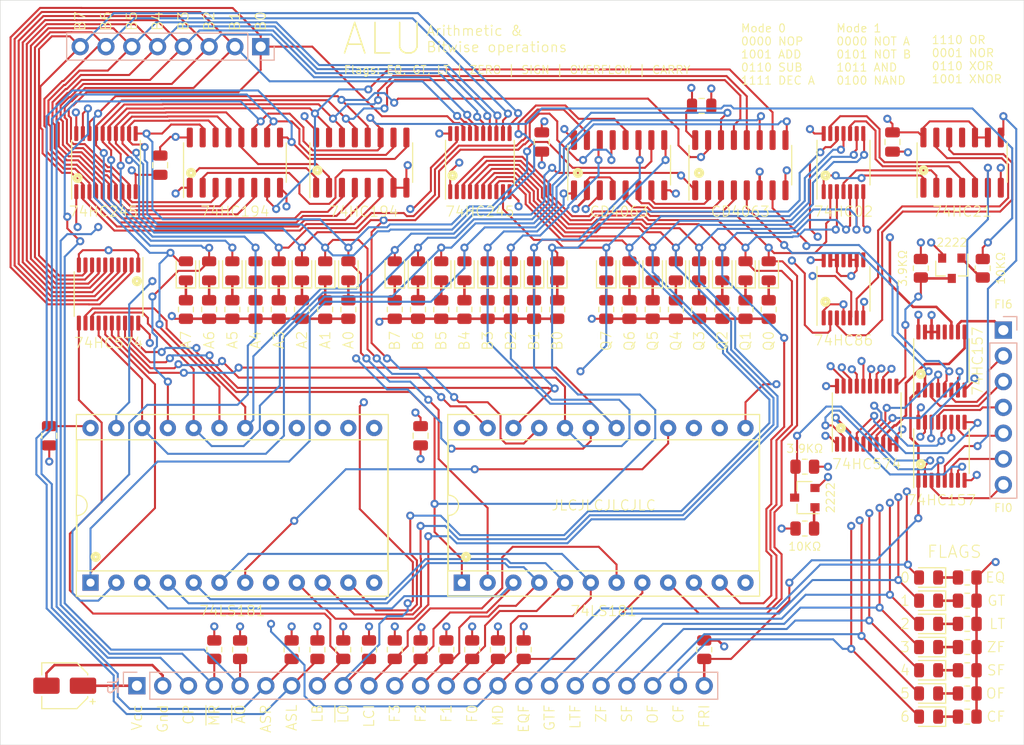
<source format=kicad_pcb>
(kicad_pcb (version 20171130) (host pcbnew "(5.1.10-1-10_14)")
  (layers (0 F.Cu signal) (1 In1.Cu signal) (2 In2.Cu signal) (31 B.Cu signal) (34 B.Paste user) (35 F.Paste user) (36 B.SilkS user) (37 F.SilkS user) (38 B.Mask user) (39 F.Mask user) (44 Edge.Cuts user))
  (net 0 "")
  (net 1 GND)
  (net 2 LOAD_B)
  (net 3 VCC)
  (net 4 CLOCK)
  (net 5 ~ALU_OUT)
  (net 6 /ALU0)
  (net 7 /ALU1)
  (net 8 /ALU2)
  (net 9 /ALU3)
  (net 10 /ALU4)
  (net 11 /ALU5)
  (net 12 /ALU6)
  (net 13 SF)
  (net 14 BUS7)
  (net 15 BUS6)
  (net 16 BUS5)
  (net 17 BUS4)
  (net 18 BUS3)
  (net 19 BUS2)
  (net 20 BUS1)
  (net 21 BUS0)
  (net 22 ~A_OUT)
  (net 23 /A0)
  (net 24 /A1)
  (net 25 /A2)
  (net 26 /A3)
  (net 27 /A4)
  (net 28 /A5)
  (net 29 /A6)
  (net 30 /A7)
  (net 31 /B0)
  (net 32 /B1)
  (net 33 /B2)
  (net 34 /B3)
  (net 35 /B4)
  (net 36 /B5)
  (net 37 /B6)
  (net 38 /B7)
  (net 39 A_SHR)
  (net 40 A_SHL)
  (net 41 "Net-(U11-Pad13)")
  (net 42 "Net-(U11-Pad12)")
  (net 43 "Net-(U6-Pad7)")
  (net 44 "Net-(U6-Pad17)")
  (net 45 ALU_CARRY_OUT)
  (net 46 "Net-(U6-Pad15)")
  (net 47 "Net-(U6-Pad14)")
  (net 48 ALU_CARRY_IN)
  (net 49 "Net-(U8-Pad17)")
  (net 50 "Net-(U8-Pad15)")
  (net 51 "Net-(U8-Pad14)")
  (net 52 "Net-(U11-Pad5)")
  (net 53 "Net-(U11-Pad4)")
  (net 54 "Net-(U11-Pad2)")
  (net 55 "Net-(U11-Pad1)")
  (net 56 "Net-(U10-Pad7)")
  (net 57 "Net-(U10-Pad6)")
  (net 58 "Net-(U10-Pad5)")
  (net 59 OVERFLOW)
  (net 60 ZF)
  (net 61 LTF)
  (net 62 EQF)
  (net 63 GTF)
  (net 64 ALU_F0)
  (net 65 ALU_F1)
  (net 66 ALU_F2)
  (net 67 ALU_F3)
  (net 68 ALU_MODE)
  (net 69 CF)
  (net 70 OF)
  (net 71 /ALU7)
  (net 72 ZERO)
  (net 73 "Net-(U12-Pad12)")
  (net 74 EQ)
  (net 75 GT)
  (net 76 LT)
  (net 77 "Net-(D1-Pad1)")
  (net 78 "Net-(D2-Pad1)")
  (net 79 "Net-(D3-Pad1)")
  (net 80 "Net-(D4-Pad1)")
  (net 81 "Net-(D5-Pad1)")
  (net 82 "Net-(D6-Pad1)")
  (net 83 "Net-(D7-Pad1)")
  (net 84 "Net-(D8-Pad1)")
  (net 85 "Net-(D9-Pad1)")
  (net 86 "Net-(D10-Pad1)")
  (net 87 "Net-(D11-Pad1)")
  (net 88 "Net-(D12-Pad1)")
  (net 89 "Net-(D13-Pad1)")
  (net 90 "Net-(D14-Pad1)")
  (net 91 "Net-(D15-Pad1)")
  (net 92 "Net-(D16-Pad1)")
  (net 93 "Net-(D17-Pad1)")
  (net 94 "Net-(D18-Pad1)")
  (net 95 "Net-(D19-Pad1)")
  (net 96 "Net-(D20-Pad1)")
  (net 97 "Net-(D21-Pad1)")
  (net 98 "Net-(D22-Pad1)")
  (net 99 "Net-(D23-Pad1)")
  (net 100 "Net-(D24-Pad1)")
  (net 101 "Net-(D25-Pad1)")
  (net 102 "Net-(D26-Pad1)")
  (net 103 "Net-(D27-Pad1)")
  (net 104 "Net-(D28-Pad1)")
  (net 105 "Net-(D29-Pad1)")
  (net 106 "Net-(D30-Pad1)")
  (net 107 "Net-(D31-Pad1)")
  (net 108 ~RESET)
  (net 109 "Net-(Q1-Pad3)")
  (net 110 "Net-(Q1-Pad1)")
  (net 111 "Net-(Q2-Pad3)")
  (net 112 "Net-(Q2-Pad1)")
  (net 113 "Net-(U5-Pad11)")
  (net 114 "Net-(U5-Pad8)")
  (net 115 FLAG_REG_IN)
  (net 116 FLAG6)
  (net 117 FLAG5)
  (net 118 FLAG4)
  (net 119 FLAG3)
  (net 120 FLAG2)
  (net 121 FLAG1)
  (net 122 FLAG0)
  (net 123 "Net-(U15-Pad12)")
  (net 124 FLAG_IN_0)
  (net 125 FLAG_IN_1)
  (net 126 FLAG_IN_2)
  (net 127 FLAG_IN_3)
  (net 128 FLAG_IN_4)
  (net 129 FLAG_IN_5)
  (net 130 FLAG_IN_6)
  (module Connector_PinHeader_2.54mm:PinHeader_1x07_P2.54mm_Vertical (layer B.Cu) (at 151.638 59.182 180)
    (fp_text reference J3 hide)
    (fp_text value Conn_01x07)
    (pad 7 thru_hole oval (at 0 -15.24 180) (size 1.7 1.7) (drill 1) (layers *.Cu *.Mask) (net 124 FLAG_IN_0))
    (pad 6 thru_hole oval (at 0 -12.7 180) (size 1.7 1.7) (drill 1) (layers *.Cu *.Mask) (net 125 FLAG_IN_1))
    (pad 5 thru_hole oval (at 0 -10.16 180) (size 1.7 1.7) (drill 1) (layers *.Cu *.Mask) (net 126 FLAG_IN_2))
    (pad 4 thru_hole oval (at 0 -7.62 180) (size 1.7 1.7) (drill 1) (layers *.Cu *.Mask) (net 127 FLAG_IN_3))
    (pad 3 thru_hole oval (at 0 -5.08 180) (size 1.7 1.7) (drill 1) (layers *.Cu *.Mask) (net 128 FLAG_IN_4))
    (pad 2 thru_hole oval (at 0 -2.54 180) (size 1.7 1.7) (drill 1) (layers *.Cu *.Mask) (net 129 FLAG_IN_5))
    (pad 1 thru_hole rect (at 0 0 180) (size 1.7 1.7) (drill 1) (layers *.Cu *.Mask) (net 130 FLAG_IN_6))
  )
  (module Resistor_SMD:R_0805_2012Metric (layer F.Cu) (at 143.51 53.086 90)
    (fp_text reference R37 hide)
    (fp_text value 3.9kohm)
    (fp_text user 3.9KΩ (at 0 -1.778 90) (layer F.SilkS) (effects (font (size 0.8 0.8) (thickness 0.1))))
    (pad 2 smd roundrect (at 0.9125 0 90) (size 1.025 1.4) (layers F.Cu F.Paste F.Mask) (roundrect_rratio 0.2439004878048781) (net 3 VCC))
    (pad 1 smd roundrect (at -0.9125 0 90) (size 1.025 1.4) (layers F.Cu F.Paste F.Mask) (roundrect_rratio 0.2439004878048781) (net 109 "Net-(Q1-Pad3)"))
  )
  (module Resistor_SMD:R_0805_2012Metric (layer F.Cu) (at 149.606 53.086 270)
    (fp_text reference R2 hide)
    (fp_text value 10kohm)
    (fp_text user 10KΩ (at 0 -1.778 270) (layer F.SilkS) (effects (font (size 0.8 0.8) (thickness 0.1))))
    (pad 2 smd roundrect (at 0.9125 0 270) (size 1.025 1.4) (layers F.Cu F.Paste F.Mask) (roundrect_rratio 0.2439004878048781) (net 110 "Net-(Q1-Pad1)"))
    (pad 1 smd roundrect (at -0.9125 0 270) (size 1.025 1.4) (layers F.Cu F.Paste F.Mask) (roundrect_rratio 0.2439004878048781) (net 4 CLOCK))
  )
  (module Package_SO:TSSOP-16_4.4x5mm_P0.65mm (layer F.Cu) (at 145.542 62.23 90)
    (fp_text reference U15 hide)
    (fp_text value 74LS157)
    (fp_text user 74HC157 (at 0 3.556 270) (layer F.SilkS) (effects (font (thickness 0.1))))
    (pad 16 smd roundrect (at 2.8625 -2.275 90) (size 1.475 0.4) (layers F.Cu F.Paste F.Mask) (net 3 VCC))
    (pad 15 smd roundrect (at 2.8625 -1.625 90) (size 1.475 0.4) (layers F.Cu F.Paste F.Mask) (net 1 GND))
    (pad 14 smd roundrect (at 2.8625 -0.975 90) (size 1.475 0.4) (layers F.Cu F.Paste F.Mask) (net 1 GND))
    (pad 13 smd roundrect (at 2.8625 -0.325 90) (size 1.475 0.4) (layers F.Cu F.Paste F.Mask) (net 1 GND))
    (pad 12 smd roundrect (at 2.8625 0.325 90) (size 1.475 0.4) (layers F.Cu F.Paste F.Mask) (net 123 "Net-(U15-Pad12)"))
    (pad 11 smd roundrect (at 2.8625 0.975 90) (size 1.475 0.4) (layers F.Cu F.Paste F.Mask) (net 74 EQ))
    (pad 10 smd roundrect (at 2.8625 1.625 90) (size 1.475 0.4) (layers F.Cu F.Paste F.Mask) (net 130 FLAG_IN_6))
    (pad 9 smd roundrect (at 2.8625 2.275 90) (size 1.475 0.4) (layers F.Cu F.Paste F.Mask) (net 116 FLAG6))
    (pad 8 smd roundrect (at -2.8625 2.275 90) (size 1.475 0.4) (layers F.Cu F.Paste F.Mask) (net 1 GND))
    (pad 7 smd roundrect (at -2.8625 1.625 90) (size 1.475 0.4) (layers F.Cu F.Paste F.Mask) (net 117 FLAG5))
    (pad 6 smd roundrect (at -2.8625 0.975 90) (size 1.475 0.4) (layers F.Cu F.Paste F.Mask) (net 129 FLAG_IN_5))
    (pad 5 smd roundrect (at -2.8625 0.325 90) (size 1.475 0.4) (layers F.Cu F.Paste F.Mask) (net 75 GT))
    (pad 4 smd roundrect (at -2.8625 -0.325 90) (size 1.475 0.4) (layers F.Cu F.Paste F.Mask) (net 118 FLAG4))
    (pad 3 smd roundrect (at -2.8625 -0.975 90) (size 1.475 0.4) (layers F.Cu F.Paste F.Mask) (net 128 FLAG_IN_4))
    (pad 2 smd roundrect (at -2.8625 -1.625 90) (size 1.475 0.4) (layers F.Cu F.Paste F.Mask) (net 76 LT))
    (pad 1 smd roundrect (at -2.8625 -2.275 90) (size 1.475 0.4) (layers F.Cu F.Paste F.Mask) (net 115 FLAG_REG_IN))
  )
  (module Package_SO:TSSOP-16_4.4x5mm_P0.65mm (layer F.Cu) (at 145.542 71.12 90)
    (fp_text reference U14 hide)
    (fp_text value 74LS157)
    (fp_text user 74HC157 (at -4.826 0 180) (layer F.SilkS) (effects (font (thickness 0.1))))
    (pad 16 smd roundrect (at 2.8625 -2.275 90) (size 1.475 0.4) (layers F.Cu F.Paste F.Mask) (net 3 VCC))
    (pad 15 smd roundrect (at 2.8625 -1.625 90) (size 1.475 0.4) (layers F.Cu F.Paste F.Mask) (net 1 GND))
    (pad 14 smd roundrect (at 2.8625 -0.975 90) (size 1.475 0.4) (layers F.Cu F.Paste F.Mask) (net 72 ZERO))
    (pad 13 smd roundrect (at 2.8625 -0.325 90) (size 1.475 0.4) (layers F.Cu F.Paste F.Mask) (net 127 FLAG_IN_3))
    (pad 12 smd roundrect (at 2.8625 0.325 90) (size 1.475 0.4) (layers F.Cu F.Paste F.Mask) (net 119 FLAG3))
    (pad 11 smd roundrect (at 2.8625 0.975 90) (size 1.475 0.4) (layers F.Cu F.Paste F.Mask) (net 71 /ALU7))
    (pad 10 smd roundrect (at 2.8625 1.625 90) (size 1.475 0.4) (layers F.Cu F.Paste F.Mask) (net 126 FLAG_IN_2))
    (pad 9 smd roundrect (at 2.8625 2.275 90) (size 1.475 0.4) (layers F.Cu F.Paste F.Mask) (net 120 FLAG2))
    (pad 8 smd roundrect (at -2.8625 2.275 90) (size 1.475 0.4) (layers F.Cu F.Paste F.Mask) (net 1 GND))
    (pad 7 smd roundrect (at -2.8625 1.625 90) (size 1.475 0.4) (layers F.Cu F.Paste F.Mask) (net 121 FLAG1))
    (pad 6 smd roundrect (at -2.8625 0.975 90) (size 1.475 0.4) (layers F.Cu F.Paste F.Mask) (net 125 FLAG_IN_1))
    (pad 5 smd roundrect (at -2.8625 0.325 90) (size 1.475 0.4) (layers F.Cu F.Paste F.Mask) (net 59 OVERFLOW))
    (pad 4 smd roundrect (at -2.8625 -0.325 90) (size 1.475 0.4) (layers F.Cu F.Paste F.Mask) (net 122 FLAG0))
    (pad 3 smd roundrect (at -2.8625 -0.975 90) (size 1.475 0.4) (layers F.Cu F.Paste F.Mask) (net 124 FLAG_IN_0))
    (pad 2 smd roundrect (at -2.8625 -1.625 90) (size 1.475 0.4) (layers F.Cu F.Paste F.Mask) (net 111 "Net-(Q2-Pad3)"))
    (pad 1 smd roundrect (at -2.8625 -2.275 90) (size 1.475 0.4) (layers F.Cu F.Paste F.Mask) (net 115 FLAG_REG_IN))
  )
  (module Resistor_SMD:R_0805_2012Metric (layer F.Cu) (at 122.174 90.678 90)
    (fp_text reference R47 hide)
    (fp_text value R_US)
    (pad 2 smd roundrect (at 0.9125 0 90) (size 1.025 1.4) (layers F.Cu F.Paste F.Mask) (roundrect_rratio 0.2439014634146341) (net 1 GND))
    (pad 1 smd roundrect (at -0.9125 0 90) (size 1.025 1.4) (layers F.Cu F.Paste F.Mask) (roundrect_rratio 0.2439014634146341) (net 115 FLAG_REG_IN))
  )
  (module Connector_PinHeader_2.54mm:PinHeader_1x23_P2.54mm_Vertical (layer B.Cu) (at 66.294 94.234 270)
    (fp_text reference J2 (at 0 2.33 90) (layer B.SilkS) (effects (justify mirror)))
    (fp_text value Conn_01x23)
    (pad 23 thru_hole oval (at 0 -55.88 270) (size 1.7 1.7) (drill 1) (layers *.Cu *.Mask) (net 115 FLAG_REG_IN))
    (pad 22 thru_hole oval (at 0 -53.34 270) (size 1.7 1.7) (drill 1) (layers *.Cu *.Mask) (net 69 CF))
    (pad 21 thru_hole oval (at 0 -50.8 270) (size 1.7 1.7) (drill 1) (layers *.Cu *.Mask) (net 70 OF))
    (pad 20 thru_hole oval (at 0 -48.26 270) (size 1.7 1.7) (drill 1) (layers *.Cu *.Mask) (net 13 SF))
    (pad 19 thru_hole oval (at 0 -45.72 270) (size 1.7 1.7) (drill 1) (layers *.Cu *.Mask) (net 60 ZF))
    (pad 18 thru_hole oval (at 0 -43.18 270) (size 1.7 1.7) (drill 1) (layers *.Cu *.Mask) (net 61 LTF))
    (pad 17 thru_hole oval (at 0 -40.64 270) (size 1.7 1.7) (drill 1) (layers *.Cu *.Mask) (net 63 GTF))
    (pad 16 thru_hole oval (at 0 -38.1 270) (size 1.7 1.7) (drill 1) (layers *.Cu *.Mask) (net 62 EQF))
    (pad 15 thru_hole oval (at 0 -35.56 270) (size 1.7 1.7) (drill 1) (layers *.Cu *.Mask) (net 68 ALU_MODE))
    (pad 14 thru_hole oval (at 0 -33.02 270) (size 1.7 1.7) (drill 1) (layers *.Cu *.Mask) (net 64 ALU_F0))
    (pad 13 thru_hole oval (at 0 -30.48 270) (size 1.7 1.7) (drill 1) (layers *.Cu *.Mask) (net 65 ALU_F1))
    (pad 12 thru_hole oval (at 0 -27.94 270) (size 1.7 1.7) (drill 1) (layers *.Cu *.Mask) (net 66 ALU_F2))
    (pad 11 thru_hole oval (at 0 -25.4 270) (size 1.7 1.7) (drill 1) (layers *.Cu *.Mask) (net 67 ALU_F3))
    (pad 10 thru_hole oval (at 0 -22.86 270) (size 1.7 1.7) (drill 1) (layers *.Cu *.Mask) (net 48 ALU_CARRY_IN))
    (pad 9 thru_hole oval (at 0 -20.32 270) (size 1.7 1.7) (drill 1) (layers *.Cu *.Mask) (net 5 ~ALU_OUT))
    (pad 8 thru_hole oval (at 0 -17.78 270) (size 1.7 1.7) (drill 1) (layers *.Cu *.Mask) (net 2 LOAD_B))
    (pad 7 thru_hole oval (at 0 -15.24 270) (size 1.7 1.7) (drill 1) (layers *.Cu *.Mask) (net 40 A_SHL))
    (pad 6 thru_hole oval (at 0 -12.7 270) (size 1.7 1.7) (drill 1) (layers *.Cu *.Mask) (net 39 A_SHR))
    (pad 5 thru_hole oval (at 0 -10.16 270) (size 1.7 1.7) (drill 1) (layers *.Cu *.Mask) (net 22 ~A_OUT))
    (pad 4 thru_hole oval (at 0 -7.62 270) (size 1.7 1.7) (drill 1) (layers *.Cu *.Mask) (net 108 ~RESET))
    (pad 3 thru_hole oval (at 0 -5.08 270) (size 1.7 1.7) (drill 1) (layers *.Cu *.Mask) (net 4 CLOCK))
    (pad 2 thru_hole oval (at 0 -2.54 270) (size 1.7 1.7) (drill 1) (layers *.Cu *.Mask) (net 1 GND))
    (pad 1 thru_hole rect (at 0 0 270) (size 1.7 1.7) (drill 1) (layers *.Cu *.Mask) (net 3 VCC))
  )
  (module Capacitor_SMD:CP_Elec_4x3.9 (layer F.Cu) (at 59.182 94.234 180)
    (fp_text reference C6 hide)
    (fp_text value CP)
    (pad 2 smd roundrect (at 1.8 0 180) (size 2.6 1.6) (layers F.Cu F.Paste F.Mask) (roundrect_rratio 0.15625) (net 1 GND))
    (pad 1 smd roundrect (at -1.8 0 180) (size 2.6 1.6) (layers F.Cu F.Paste F.Mask) (roundrect_rratio 0.15625) (net 3 VCC))
  )
  (module Package_SO:SOIC-16_3.9x9.9mm_P1.27mm (layer F.Cu) (at 125.73 42.926 90)
    (fp_text reference U13 hide)
    (fp_text value CD4063 (at -4.572 0 180) (layer F.SilkS) (effects (font (thickness 0.1))))
    (pad 16 smd roundrect (at 2.475 -4.445 90) (size 1.95 0.6) (layers F.Cu F.Paste F.Mask) (net 3 VCC))
    (pad 15 smd roundrect (at 2.475 -3.175 90) (size 1.95 0.6) (layers F.Cu F.Paste F.Mask) (net 30 /A7))
    (pad 14 smd roundrect (at 2.475 -1.905 90) (size 1.95 0.6) (layers F.Cu F.Paste F.Mask) (net 37 /B6))
    (pad 13 smd roundrect (at 2.475 -0.635 90) (size 1.95 0.6) (layers F.Cu F.Paste F.Mask) (net 29 /A6))
    (pad 12 smd roundrect (at 2.475 0.635 90) (size 1.95 0.6) (layers F.Cu F.Paste F.Mask) (net 28 /A5))
    (pad 11 smd roundrect (at 2.475 1.905 90) (size 1.95 0.6) (layers F.Cu F.Paste F.Mask) (net 36 /B5))
    (pad 10 smd roundrect (at 2.475 3.175 90) (size 1.95 0.6) (layers F.Cu F.Paste F.Mask) (net 27 /A4))
    (pad 9 smd roundrect (at 2.475 4.445 90) (size 1.95 0.6) (layers F.Cu F.Paste F.Mask) (net 35 /B4))
    (pad 8 smd roundrect (at -2.475 4.445 90) (size 1.95 0.6) (layers F.Cu F.Paste F.Mask) (net 1 GND))
    (pad 7 smd roundrect (at -2.475 3.175 90) (size 1.95 0.6) (layers F.Cu F.Paste F.Mask) (net 75 GT))
    (pad 6 smd roundrect (at -2.475 1.905 90) (size 1.95 0.6) (layers F.Cu F.Paste F.Mask) (net 74 EQ))
    (pad 5 smd roundrect (at -2.475 0.635 90) (size 1.95 0.6) (layers F.Cu F.Paste F.Mask) (net 76 LT))
    (pad 4 smd roundrect (at -2.475 -0.635 90) (size 1.95 0.6) (layers F.Cu F.Paste F.Mask) (net 58 "Net-(U10-Pad5)"))
    (pad 3 smd roundrect (at -2.475 -1.905 90) (size 1.95 0.6) (layers F.Cu F.Paste F.Mask) (net 57 "Net-(U10-Pad6)"))
    (pad 2 smd roundrect (at -2.475 -3.175 90) (size 1.95 0.6) (layers F.Cu F.Paste F.Mask) (net 56 "Net-(U10-Pad7)"))
    (pad 1 smd roundrect (at -2.475 -4.445 90) (size 1.95 0.6) (layers F.Cu F.Paste F.Mask) (net 38 /B7))
  )
  (module Resistor_SMD:R_0805_2012Metric (layer F.Cu) (at 132.08 72.644)
    (fp_text reference R48 hide)
    (fp_text value 3.9kohm)
    (fp_text user 3.9KΩ (at 0 -1.778 180) (layer F.SilkS) (effects (font (size 0.8 0.8) (thickness 0.1))))
    (pad 2 smd roundrect (at 0.9125 0) (size 1.025 1.4) (layers F.Cu F.Paste F.Mask) (roundrect_rratio 0.2439004878048781) (net 3 VCC))
    (pad 1 smd roundrect (at -0.9125 0) (size 1.025 1.4) (layers F.Cu F.Paste F.Mask) (roundrect_rratio 0.2439004878048781) (net 111 "Net-(Q2-Pad3)"))
  )
  (module Resistor_SMD:R_0805_2012Metric (layer F.Cu) (at 132.08 78.74)
    (fp_text reference R3 hide)
    (fp_text value 10kohm hide)
    (fp_text user 10KΩ (at 0 1.778) (layer F.SilkS) (effects (font (size 0.8 0.8) (thickness 0.1))))
    (pad 2 smd roundrect (at 0.9125 0) (size 1.025 1.4) (layers F.Cu F.Paste F.Mask) (roundrect_rratio 0.2439004878048781) (net 112 "Net-(Q2-Pad1)"))
    (pad 1 smd roundrect (at -0.9125 0) (size 1.025 1.4) (layers F.Cu F.Paste F.Mask) (roundrect_rratio 0.2439004878048781) (net 45 ALU_CARRY_OUT))
  )
  (module Package_TO_SOT_SMD:SOT-23 (layer F.Cu) (at 132.08 75.692 180)
    (fp_text reference Q2 hide)
    (fp_text value PMBT2222)
    (fp_text user 2222 (at -2.54 0 270) (layer F.SilkS) (effects (font (size 0.8 0.8) (thickness 0.1))))
    (pad 3 smd rect (at 1 0 180) (size 0.9 0.8) (layers F.Cu F.Paste F.Mask) (net 111 "Net-(Q2-Pad3)"))
    (pad 2 smd rect (at -1 0.95 180) (size 0.9 0.8) (layers F.Cu F.Paste F.Mask) (net 1 GND))
    (pad 1 smd rect (at -1 -0.95 180) (size 0.9 0.8) (layers F.Cu F.Paste F.Mask) (net 112 "Net-(Q2-Pad1)"))
  )
  (module Package_TO_SOT_SMD:SOT-23 (layer F.Cu) (at 146.558 53.086 270)
    (fp_text reference Q1 hide)
    (fp_text value PMBT2222)
    (fp_text user 2222 (at -2.54 0) (layer F.SilkS) (effects (font (size 0.8 0.8) (thickness 0.1))))
    (pad 3 smd rect (at 1 0 270) (size 0.9 0.8) (layers F.Cu F.Paste F.Mask) (net 109 "Net-(Q1-Pad3)"))
    (pad 2 smd rect (at -1 0.95 270) (size 0.9 0.8) (layers F.Cu F.Paste F.Mask) (net 1 GND))
    (pad 1 smd rect (at -1 -0.95 270) (size 0.9 0.8) (layers F.Cu F.Paste F.Mask) (net 110 "Net-(Q1-Pad1)"))
  )
  (module Package_SO:SOIC-16_3.9x9.9mm_P1.27mm (layer F.Cu) (at 113.792 42.926 90)
    (fp_text reference U10 hide)
    (fp_text value CD4063 hide)
    (fp_text user CD4063 (at -4.572 0 180) (layer F.SilkS) (effects (font (thickness 0.1))))
    (pad 16 smd roundrect (at 2.475 -4.445 90) (size 1.95 0.6) (layers F.Cu F.Paste F.Mask) (net 3 VCC))
    (pad 15 smd roundrect (at 2.475 -3.175 90) (size 1.95 0.6) (layers F.Cu F.Paste F.Mask) (net 26 /A3))
    (pad 14 smd roundrect (at 2.475 -1.905 90) (size 1.95 0.6) (layers F.Cu F.Paste F.Mask) (net 33 /B2))
    (pad 13 smd roundrect (at 2.475 -0.635 90) (size 1.95 0.6) (layers F.Cu F.Paste F.Mask) (net 25 /A2))
    (pad 12 smd roundrect (at 2.475 0.635 90) (size 1.95 0.6) (layers F.Cu F.Paste F.Mask) (net 24 /A1))
    (pad 11 smd roundrect (at 2.475 1.905 90) (size 1.95 0.6) (layers F.Cu F.Paste F.Mask) (net 32 /B1))
    (pad 10 smd roundrect (at 2.475 3.175 90) (size 1.95 0.6) (layers F.Cu F.Paste F.Mask) (net 23 /A0))
    (pad 9 smd roundrect (at 2.475 4.445 90) (size 1.95 0.6) (layers F.Cu F.Paste F.Mask) (net 31 /B0))
    (pad 8 smd roundrect (at -2.475 4.445 90) (size 1.95 0.6) (layers F.Cu F.Paste F.Mask) (net 1 GND))
    (pad 7 smd roundrect (at -2.475 3.175 90) (size 1.95 0.6) (layers F.Cu F.Paste F.Mask) (net 56 "Net-(U10-Pad7)"))
    (pad 6 smd roundrect (at -2.475 1.905 90) (size 1.95 0.6) (layers F.Cu F.Paste F.Mask) (net 57 "Net-(U10-Pad6)"))
    (pad 5 smd roundrect (at -2.475 0.635 90) (size 1.95 0.6) (layers F.Cu F.Paste F.Mask) (net 58 "Net-(U10-Pad5)"))
    (pad 4 smd roundrect (at -2.475 -0.635 90) (size 1.95 0.6) (layers F.Cu F.Paste F.Mask) (net 1 GND))
    (pad 3 smd roundrect (at -2.475 -1.905 90) (size 1.95 0.6) (layers F.Cu F.Paste F.Mask) (net 3 VCC))
    (pad 2 smd roundrect (at -2.475 -3.175 90) (size 1.95 0.6) (layers F.Cu F.Paste F.Mask) (net 1 GND))
    (pad 1 smd roundrect (at -2.475 -4.445 90) (size 1.95 0.6) (layers F.Cu F.Paste F.Mask) (net 34 /B3))
  )
  (module Package_DIP:DIP-24_W15.24mm_Socket (layer F.Cu) (at 98.298 84.074 90)
    (fp_text reference U8 hide)
    (fp_text value 74LS181 hide)
    (fp_text user 74LS181 (at -2.794 13.97 180) (layer F.SilkS) (effects (font (thickness 0.1))))
    (pad 24 thru_hole oval (at 15.24 0 90) (size 1.6 1.6) (drill 0.8) (layers *.Cu *.Mask) (net 3 VCC))
    (pad 12 thru_hole oval (at 0 27.94 90) (size 1.6 1.6) (drill 0.8) (layers *.Cu *.Mask) (net 1 GND))
    (pad 23 thru_hole oval (at 15.24 2.54 90) (size 1.6 1.6) (drill 0.8) (layers *.Cu *.Mask) (net 24 /A1))
    (pad 11 thru_hole oval (at 0 25.4 90) (size 1.6 1.6) (drill 0.8) (layers *.Cu *.Mask) (net 8 /ALU2))
    (pad 22 thru_hole oval (at 15.24 5.08 90) (size 1.6 1.6) (drill 0.8) (layers *.Cu *.Mask) (net 32 /B1))
    (pad 10 thru_hole oval (at 0 22.86 90) (size 1.6 1.6) (drill 0.8) (layers *.Cu *.Mask) (net 7 /ALU1))
    (pad 21 thru_hole oval (at 15.24 7.62 90) (size 1.6 1.6) (drill 0.8) (layers *.Cu *.Mask) (net 25 /A2))
    (pad 9 thru_hole oval (at 0 20.32 90) (size 1.6 1.6) (drill 0.8) (layers *.Cu *.Mask) (net 6 /ALU0))
    (pad 20 thru_hole oval (at 15.24 10.16 90) (size 1.6 1.6) (drill 0.8) (layers *.Cu *.Mask) (net 33 /B2))
    (pad 8 thru_hole oval (at 0 17.78 90) (size 1.6 1.6) (drill 0.8) (layers *.Cu *.Mask) (net 68 ALU_MODE))
    (pad 19 thru_hole oval (at 15.24 12.7 90) (size 1.6 1.6) (drill 0.8) (layers *.Cu *.Mask) (net 26 /A3))
    (pad 7 thru_hole oval (at 0 15.24 90) (size 1.6 1.6) (drill 0.8) (layers *.Cu *.Mask) (net 48 ALU_CARRY_IN))
    (pad 18 thru_hole oval (at 15.24 15.24 90) (size 1.6 1.6) (drill 0.8) (layers *.Cu *.Mask) (net 34 /B3))
    (pad 6 thru_hole oval (at 0 12.7 90) (size 1.6 1.6) (drill 0.8) (layers *.Cu *.Mask) (net 64 ALU_F0))
    (pad 17 thru_hole oval (at 15.24 17.78 90) (size 1.6 1.6) (drill 0.8) (layers *.Cu *.Mask) (net 49 "Net-(U8-Pad17)"))
    (pad 5 thru_hole oval (at 0 10.16 90) (size 1.6 1.6) (drill 0.8) (layers *.Cu *.Mask) (net 65 ALU_F1))
    (pad 16 thru_hole oval (at 15.24 20.32 90) (size 1.6 1.6) (drill 0.8) (layers *.Cu *.Mask) (net 43 "Net-(U6-Pad7)"))
    (pad 4 thru_hole oval (at 0 7.62 90) (size 1.6 1.6) (drill 0.8) (layers *.Cu *.Mask) (net 66 ALU_F2))
    (pad 15 thru_hole oval (at 15.24 22.86 90) (size 1.6 1.6) (drill 0.8) (layers *.Cu *.Mask) (net 50 "Net-(U8-Pad15)"))
    (pad 3 thru_hole oval (at 0 5.08 90) (size 1.6 1.6) (drill 0.8) (layers *.Cu *.Mask) (net 67 ALU_F3))
    (pad 14 thru_hole oval (at 15.24 25.4 90) (size 1.6 1.6) (drill 0.8) (layers *.Cu *.Mask) (net 51 "Net-(U8-Pad14)"))
    (pad 2 thru_hole oval (at 0 2.54 90) (size 1.6 1.6) (drill 0.8) (layers *.Cu *.Mask) (net 23 /A0))
    (pad 13 thru_hole oval (at 15.24 27.94 90) (size 1.6 1.6) (drill 0.8) (layers *.Cu *.Mask) (net 9 /ALU3))
    (pad 1 thru_hole rect (at 0 0 90) (size 1.6 1.6) (drill 0.8) (layers *.Cu *.Mask) (net 31 /B0))
  )
  (module Package_DIP:DIP-24_W15.24mm_Socket (layer F.Cu) (at 61.722 84.074 90)
    (fp_text reference U6 hide)
    (fp_text value 74LS181 hide)
    (fp_text user 74LS181 (at -2.794 13.97 180) (layer F.SilkS) (effects (font (thickness 0.1))))
    (pad 24 thru_hole oval (at 15.24 0 90) (size 1.6 1.6) (drill 0.8) (layers *.Cu *.Mask) (net 3 VCC))
    (pad 12 thru_hole oval (at 0 27.94 90) (size 1.6 1.6) (drill 0.8) (layers *.Cu *.Mask) (net 1 GND))
    (pad 23 thru_hole oval (at 15.24 2.54 90) (size 1.6 1.6) (drill 0.8) (layers *.Cu *.Mask) (net 28 /A5))
    (pad 11 thru_hole oval (at 0 25.4 90) (size 1.6 1.6) (drill 0.8) (layers *.Cu *.Mask) (net 12 /ALU6))
    (pad 22 thru_hole oval (at 15.24 5.08 90) (size 1.6 1.6) (drill 0.8) (layers *.Cu *.Mask) (net 36 /B5))
    (pad 10 thru_hole oval (at 0 22.86 90) (size 1.6 1.6) (drill 0.8) (layers *.Cu *.Mask) (net 11 /ALU5))
    (pad 21 thru_hole oval (at 15.24 7.62 90) (size 1.6 1.6) (drill 0.8) (layers *.Cu *.Mask) (net 29 /A6))
    (pad 9 thru_hole oval (at 0 20.32 90) (size 1.6 1.6) (drill 0.8) (layers *.Cu *.Mask) (net 10 /ALU4))
    (pad 20 thru_hole oval (at 15.24 10.16 90) (size 1.6 1.6) (drill 0.8) (layers *.Cu *.Mask) (net 37 /B6))
    (pad 8 thru_hole oval (at 0 17.78 90) (size 1.6 1.6) (drill 0.8) (layers *.Cu *.Mask) (net 68 ALU_MODE))
    (pad 19 thru_hole oval (at 15.24 12.7 90) (size 1.6 1.6) (drill 0.8) (layers *.Cu *.Mask) (net 30 /A7))
    (pad 7 thru_hole oval (at 0 15.24 90) (size 1.6 1.6) (drill 0.8) (layers *.Cu *.Mask) (net 43 "Net-(U6-Pad7)"))
    (pad 18 thru_hole oval (at 15.24 15.24 90) (size 1.6 1.6) (drill 0.8) (layers *.Cu *.Mask) (net 38 /B7))
    (pad 6 thru_hole oval (at 0 12.7 90) (size 1.6 1.6) (drill 0.8) (layers *.Cu *.Mask) (net 64 ALU_F0))
    (pad 17 thru_hole oval (at 15.24 17.78 90) (size 1.6 1.6) (drill 0.8) (layers *.Cu *.Mask) (net 44 "Net-(U6-Pad17)"))
    (pad 5 thru_hole oval (at 0 10.16 90) (size 1.6 1.6) (drill 0.8) (layers *.Cu *.Mask) (net 65 ALU_F1))
    (pad 16 thru_hole oval (at 15.24 20.32 90) (size 1.6 1.6) (drill 0.8) (layers *.Cu *.Mask) (net 45 ALU_CARRY_OUT))
    (pad 4 thru_hole oval (at 0 7.62 90) (size 1.6 1.6) (drill 0.8) (layers *.Cu *.Mask) (net 66 ALU_F2))
    (pad 15 thru_hole oval (at 15.24 22.86 90) (size 1.6 1.6) (drill 0.8) (layers *.Cu *.Mask) (net 46 "Net-(U6-Pad15)"))
    (pad 3 thru_hole oval (at 0 5.08 90) (size 1.6 1.6) (drill 0.8) (layers *.Cu *.Mask) (net 67 ALU_F3))
    (pad 14 thru_hole oval (at 15.24 25.4 90) (size 1.6 1.6) (drill 0.8) (layers *.Cu *.Mask) (net 47 "Net-(U6-Pad14)"))
    (pad 2 thru_hole oval (at 0 2.54 90) (size 1.6 1.6) (drill 0.8) (layers *.Cu *.Mask) (net 27 /A4))
    (pad 13 thru_hole oval (at 15.24 27.94 90) (size 1.6 1.6) (drill 0.8) (layers *.Cu *.Mask) (net 71 /ALU7))
    (pad 1 thru_hole rect (at 0 0 90) (size 1.6 1.6) (drill 0.8) (layers *.Cu *.Mask) (net 35 /B4))
  )
  (module Package_SO:TSSOP-20_4.4x6.5mm_P0.65mm (layer F.Cu) (at 138.176 67.564 90)
    (fp_text reference U12 hide)
    (fp_text value 74LS574)
    (fp_text user 74HC574 (at -4.826 0) (layer F.SilkS) (effects (font (thickness 0.1))))
    (pad 20 smd roundrect (at 2.8625 -2.925 90) (size 1.475 0.4) (layers F.Cu F.Paste F.Mask) (net 3 VCC))
    (pad 19 smd roundrect (at 2.8625 -2.275 90) (size 1.475 0.4) (layers F.Cu F.Paste F.Mask) (net 69 CF))
    (pad 18 smd roundrect (at 2.8625 -1.625 90) (size 1.475 0.4) (layers F.Cu F.Paste F.Mask) (net 70 OF))
    (pad 17 smd roundrect (at 2.8625 -0.975 90) (size 1.475 0.4) (layers F.Cu F.Paste F.Mask) (net 13 SF))
    (pad 16 smd roundrect (at 2.8625 -0.325 90) (size 1.475 0.4) (layers F.Cu F.Paste F.Mask) (net 60 ZF))
    (pad 15 smd roundrect (at 2.8625 0.325 90) (size 1.475 0.4) (layers F.Cu F.Paste F.Mask) (net 61 LTF))
    (pad 14 smd roundrect (at 2.8625 0.975 90) (size 1.475 0.4) (layers F.Cu F.Paste F.Mask) (net 63 GTF))
    (pad 13 smd roundrect (at 2.8625 1.625 90) (size 1.475 0.4) (layers F.Cu F.Paste F.Mask) (net 62 EQF))
    (pad 12 smd roundrect (at 2.8625 2.275 90) (size 1.475 0.4) (layers F.Cu F.Paste F.Mask) (net 73 "Net-(U12-Pad12)"))
    (pad 11 smd roundrect (at 2.8625 2.925 90) (size 1.475 0.4) (layers F.Cu F.Paste F.Mask) (net 109 "Net-(Q1-Pad3)"))
    (pad 10 smd roundrect (at -2.8625 2.925 90) (size 1.475 0.4) (layers F.Cu F.Paste F.Mask) (net 1 GND))
    (pad 9 smd roundrect (at -2.8625 2.275 90) (size 1.475 0.4) (layers F.Cu F.Paste F.Mask) (net 1 GND))
    (pad 8 smd roundrect (at -2.8625 1.625 90) (size 1.475 0.4) (layers F.Cu F.Paste F.Mask) (net 116 FLAG6))
    (pad 7 smd roundrect (at -2.8625 0.975 90) (size 1.475 0.4) (layers F.Cu F.Paste F.Mask) (net 117 FLAG5))
    (pad 6 smd roundrect (at -2.8625 0.325 90) (size 1.475 0.4) (layers F.Cu F.Paste F.Mask) (net 118 FLAG4))
    (pad 5 smd roundrect (at -2.8625 -0.325 90) (size 1.475 0.4) (layers F.Cu F.Paste F.Mask) (net 119 FLAG3))
    (pad 4 smd roundrect (at -2.8625 -0.975 90) (size 1.475 0.4) (layers F.Cu F.Paste F.Mask) (net 120 FLAG2))
    (pad 3 smd roundrect (at -2.8625 -1.625 90) (size 1.475 0.4) (layers F.Cu F.Paste F.Mask) (net 121 FLAG1))
    (pad 2 smd roundrect (at -2.8625 -2.275 90) (size 1.475 0.4) (layers F.Cu F.Paste F.Mask) (net 122 FLAG0))
    (pad 1 smd roundrect (at -2.8625 -2.925 90) (size 1.475 0.4) (layers F.Cu F.Paste F.Mask) (net 1 GND))
  )
  (module Package_SO:SOIC-14_3.9x8.7mm_P1.27mm (layer F.Cu) (at 147.574 42.672 90)
    (fp_text reference U11 hide)
    (fp_text value 74LS21)
    (fp_text user 74HC21 (at -4.826 0 180) (layer F.SilkS) (effects (font (thickness 0.1))))
    (pad 14 smd roundrect (at 2.475 -3.81 90) (size 1.95 0.6) (layers F.Cu F.Paste F.Mask) (net 3 VCC))
    (pad 13 smd roundrect (at 2.475 -2.54 90) (size 1.95 0.6) (layers F.Cu F.Paste F.Mask) (net 41 "Net-(U11-Pad13)"))
    (pad 12 smd roundrect (at 2.475 -1.27 90) (size 1.95 0.6) (layers F.Cu F.Paste F.Mask) (net 42 "Net-(U11-Pad12)"))
    (pad 11 smd roundrect (at 2.475 0 90) (size 1.95 0.6) (layers F.Cu F.Paste F.Mask))
    (pad 10 smd roundrect (at 2.475 1.27 90) (size 1.95 0.6) (layers F.Cu F.Paste F.Mask) (net 3 VCC))
    (pad 9 smd roundrect (at 2.475 2.54 90) (size 1.95 0.6) (layers F.Cu F.Paste F.Mask) (net 3 VCC))
    (pad 8 smd roundrect (at 2.475 3.81 90) (size 1.95 0.6) (layers F.Cu F.Paste F.Mask) (net 59 OVERFLOW))
    (pad 7 smd roundrect (at -2.475 3.81 90) (size 1.95 0.6) (layers F.Cu F.Paste F.Mask) (net 1 GND))
    (pad 6 smd roundrect (at -2.475 2.54 90) (size 1.95 0.6) (layers F.Cu F.Paste F.Mask) (net 72 ZERO))
    (pad 5 smd roundrect (at -2.475 1.27 90) (size 1.95 0.6) (layers F.Cu F.Paste F.Mask) (net 52 "Net-(U11-Pad5)"))
    (pad 4 smd roundrect (at -2.475 0 90) (size 1.95 0.6) (layers F.Cu F.Paste F.Mask) (net 53 "Net-(U11-Pad4)"))
    (pad 3 smd roundrect (at -2.475 -1.27 90) (size 1.95 0.6) (layers F.Cu F.Paste F.Mask))
    (pad 2 smd roundrect (at -2.475 -2.54 90) (size 1.95 0.6) (layers F.Cu F.Paste F.Mask) (net 54 "Net-(U11-Pad2)"))
    (pad 1 smd roundrect (at -2.475 -3.81 90) (size 1.95 0.6) (layers F.Cu F.Paste F.Mask) (net 55 "Net-(U11-Pad1)"))
  )
  (module Package_SO:TSSOP-14_4.4x5mm_P0.65mm (layer F.Cu) (at 135.89 42.672 90)
    (fp_text reference U9 hide)
    (fp_text value 74LS02)
    (fp_text user 74HC02 (at -4.826 0 180) (layer F.SilkS) (effects (font (thickness 0.1))))
    (pad 14 smd roundrect (at 2.8625 -1.95 90) (size 1.475 0.4) (layers F.Cu F.Paste F.Mask) (net 3 VCC))
    (pad 13 smd roundrect (at 2.8625 -1.3 90) (size 1.475 0.4) (layers F.Cu F.Paste F.Mask) (net 52 "Net-(U11-Pad5)"))
    (pad 12 smd roundrect (at 2.8625 -0.65 90) (size 1.475 0.4) (layers F.Cu F.Paste F.Mask) (net 71 /ALU7))
    (pad 11 smd roundrect (at 2.8625 0 90) (size 1.475 0.4) (layers F.Cu F.Paste F.Mask) (net 12 /ALU6))
    (pad 10 smd roundrect (at 2.8625 0.65 90) (size 1.475 0.4) (layers F.Cu F.Paste F.Mask) (net 53 "Net-(U11-Pad4)"))
    (pad 9 smd roundrect (at 2.8625 1.3 90) (size 1.475 0.4) (layers F.Cu F.Paste F.Mask) (net 11 /ALU5))
    (pad 8 smd roundrect (at 2.8625 1.95 90) (size 1.475 0.4) (layers F.Cu F.Paste F.Mask) (net 10 /ALU4))
    (pad 7 smd roundrect (at -2.8625 1.95 90) (size 1.475 0.4) (layers F.Cu F.Paste F.Mask) (net 1 GND))
    (pad 6 smd roundrect (at -2.8625 1.3 90) (size 1.475 0.4) (layers F.Cu F.Paste F.Mask) (net 9 /ALU3))
    (pad 5 smd roundrect (at -2.8625 0.65 90) (size 1.475 0.4) (layers F.Cu F.Paste F.Mask) (net 8 /ALU2))
    (pad 4 smd roundrect (at -2.8625 0 90) (size 1.475 0.4) (layers F.Cu F.Paste F.Mask) (net 54 "Net-(U11-Pad2)"))
    (pad 3 smd roundrect (at -2.8625 -0.65 90) (size 1.475 0.4) (layers F.Cu F.Paste F.Mask) (net 7 /ALU1))
    (pad 2 smd roundrect (at -2.8625 -1.3 90) (size 1.475 0.4) (layers F.Cu F.Paste F.Mask) (net 6 /ALU0))
    (pad 1 smd roundrect (at -2.8625 -1.95 90) (size 1.475 0.4) (layers F.Cu F.Paste F.Mask) (net 55 "Net-(U11-Pad1)"))
  )
  (module Package_SO:TSSOP-14_4.4x5mm_P0.65mm (layer F.Cu) (at 135.89 55.118 90)
    (fp_text reference U5 hide)
    (fp_text value 74HC86PW,118)
    (fp_text user 74HC86 (at -5.08 0 180) (layer F.SilkS) (effects (font (thickness 0.1))))
    (pad 14 smd roundrect (at 2.8625 -1.95 90) (size 1.475 0.4) (layers F.Cu F.Paste F.Mask) (net 3 VCC))
    (pad 13 smd roundrect (at 2.8625 -1.3 90) (size 1.475 0.4) (layers F.Cu F.Paste F.Mask) (net 1 GND))
    (pad 12 smd roundrect (at 2.8625 -0.65 90) (size 1.475 0.4) (layers F.Cu F.Paste F.Mask) (net 1 GND))
    (pad 11 smd roundrect (at 2.8625 0 90) (size 1.475 0.4) (layers F.Cu F.Paste F.Mask) (net 113 "Net-(U5-Pad11)"))
    (pad 10 smd roundrect (at 2.8625 0.65 90) (size 1.475 0.4) (layers F.Cu F.Paste F.Mask) (net 1 GND))
    (pad 9 smd roundrect (at 2.8625 1.3 90) (size 1.475 0.4) (layers F.Cu F.Paste F.Mask) (net 1 GND))
    (pad 8 smd roundrect (at 2.8625 1.95 90) (size 1.475 0.4) (layers F.Cu F.Paste F.Mask) (net 114 "Net-(U5-Pad8)"))
    (pad 7 smd roundrect (at -2.8625 1.95 90) (size 1.475 0.4) (layers F.Cu F.Paste F.Mask) (net 1 GND))
    (pad 6 smd roundrect (at -2.8625 1.3 90) (size 1.475 0.4) (layers F.Cu F.Paste F.Mask) (net 41 "Net-(U11-Pad13)"))
    (pad 5 smd roundrect (at -2.8625 0.65 90) (size 1.475 0.4) (layers F.Cu F.Paste F.Mask) (net 38 /B7))
    (pad 4 smd roundrect (at -2.8625 0 90) (size 1.475 0.4) (layers F.Cu F.Paste F.Mask) (net 71 /ALU7))
    (pad 3 smd roundrect (at -2.8625 -0.65 90) (size 1.475 0.4) (layers F.Cu F.Paste F.Mask) (net 42 "Net-(U11-Pad12)"))
    (pad 2 smd roundrect (at -2.8625 -1.3 90) (size 1.475 0.4) (layers F.Cu F.Paste F.Mask) (net 30 /A7))
    (pad 1 smd roundrect (at -2.8625 -1.95 90) (size 1.475 0.4) (layers F.Cu F.Paste F.Mask) (net 71 /ALU7))
  )
  (module Package_SO:TSSOP-20_4.4x6.5mm_P0.65mm (layer F.Cu) (at 100.076 42.672 90)
    (fp_text reference U1 hide)
    (fp_text value 74HC245 hide)
    (fp_text user 74HC245 (at -4.826 0 180) (layer F.SilkS) (effects (font (thickness 0.1))))
    (pad 20 smd roundrect (at 2.8625 -2.925 90) (size 1.475 0.4) (layers F.Cu F.Paste F.Mask) (net 3 VCC))
    (pad 19 smd roundrect (at 2.8625 -2.275 90) (size 1.475 0.4) (layers F.Cu F.Paste F.Mask) (net 5 ~ALU_OUT))
    (pad 18 smd roundrect (at 2.8625 -1.625 90) (size 1.475 0.4) (layers F.Cu F.Paste F.Mask) (net 21 BUS0))
    (pad 17 smd roundrect (at 2.8625 -0.975 90) (size 1.475 0.4) (layers F.Cu F.Paste F.Mask) (net 20 BUS1))
    (pad 16 smd roundrect (at 2.8625 -0.325 90) (size 1.475 0.4) (layers F.Cu F.Paste F.Mask) (net 19 BUS2))
    (pad 15 smd roundrect (at 2.8625 0.325 90) (size 1.475 0.4) (layers F.Cu F.Paste F.Mask) (net 18 BUS3))
    (pad 14 smd roundrect (at 2.8625 0.975 90) (size 1.475 0.4) (layers F.Cu F.Paste F.Mask) (net 17 BUS4))
    (pad 13 smd roundrect (at 2.8625 1.625 90) (size 1.475 0.4) (layers F.Cu F.Paste F.Mask) (net 16 BUS5))
    (pad 12 smd roundrect (at 2.8625 2.275 90) (size 1.475 0.4) (layers F.Cu F.Paste F.Mask) (net 15 BUS6))
    (pad 11 smd roundrect (at 2.8625 2.925 90) (size 1.475 0.4) (layers F.Cu F.Paste F.Mask) (net 14 BUS7))
    (pad 10 smd roundrect (at -2.8625 2.925 90) (size 1.475 0.4) (layers F.Cu F.Paste F.Mask) (net 1 GND))
    (pad 9 smd roundrect (at -2.8625 2.275 90) (size 1.475 0.4) (layers F.Cu F.Paste F.Mask) (net 71 /ALU7))
    (pad 8 smd roundrect (at -2.8625 1.625 90) (size 1.475 0.4) (layers F.Cu F.Paste F.Mask) (net 12 /ALU6))
    (pad 7 smd roundrect (at -2.8625 0.975 90) (size 1.475 0.4) (layers F.Cu F.Paste F.Mask) (net 11 /ALU5))
    (pad 6 smd roundrect (at -2.8625 0.325 90) (size 1.475 0.4) (layers F.Cu F.Paste F.Mask) (net 10 /ALU4))
    (pad 5 smd roundrect (at -2.8625 -0.325 90) (size 1.475 0.4) (layers F.Cu F.Paste F.Mask) (net 9 /ALU3))
    (pad 4 smd roundrect (at -2.8625 -0.975 90) (size 1.475 0.4) (layers F.Cu F.Paste F.Mask) (net 8 /ALU2))
    (pad 3 smd roundrect (at -2.8625 -1.625 90) (size 1.475 0.4) (layers F.Cu F.Paste F.Mask) (net 7 /ALU1))
    (pad 2 smd roundrect (at -2.8625 -2.275 90) (size 1.475 0.4) (layers F.Cu F.Paste F.Mask) (net 6 /ALU0))
    (pad 1 smd roundrect (at -2.8625 -2.925 90) (size 1.475 0.4) (layers F.Cu F.Paste F.Mask) (net 3 VCC))
  )
  (module Resistor_SMD:R_0805_2012Metric (layer F.Cu) (at 86.614 90.678 90)
    (fp_text reference R1 hide)
    (fp_text value R_US)
    (pad 2 smd roundrect (at 0.9125 0 90) (size 1.025 1.4) (layers F.Cu F.Paste F.Mask) (roundrect_rratio 0.2439004878048781) (net 3 VCC))
    (pad 1 smd roundrect (at -0.9125 0 90) (size 1.025 1.4) (layers F.Cu F.Paste F.Mask) (roundrect_rratio 0.2439004878048781) (net 2 LOAD_B))
  )
  (module Capacitor_SMD:C_0805_2012Metric (layer F.Cu) (at 140.716 40.64 270)
    (fp_text reference C7 hide)
    (fp_text value C)
    (pad 2 smd roundrect (at 0.95 0 270) (size 1 1.45) (layers F.Cu F.Paste F.Mask) (net 1 GND))
    (pad 1 smd roundrect (at -0.95 0 270) (size 1 1.45) (layers F.Cu F.Paste F.Mask) (net 3 VCC))
  )
  (module Capacitor_SMD:C_0805_2012Metric (layer F.Cu) (at 57.658 69.596 270)
    (fp_text reference C5 hide)
    (fp_text value C)
    (pad 2 smd roundrect (at 0.95 0 270) (size 1 1.45) (layers F.Cu F.Paste F.Mask) (net 1 GND))
    (pad 1 smd roundrect (at -0.95 0 270) (size 1 1.45) (layers F.Cu F.Paste F.Mask) (net 3 VCC))
  )
  (module Capacitor_SMD:C_0805_2012Metric (layer F.Cu) (at 121.92 37.084)
    (fp_text reference C4 hide)
    (fp_text value C)
    (pad 2 smd roundrect (at 0.95 0) (size 1 1.45) (layers F.Cu F.Paste F.Mask) (net 1 GND))
    (pad 1 smd roundrect (at -0.95 0) (size 1 1.45) (layers F.Cu F.Paste F.Mask) (net 3 VCC))
  )
  (module Capacitor_SMD:C_0805_2012Metric (layer F.Cu) (at 106.172 40.64 270)
    (fp_text reference C3 hide)
    (fp_text value C)
    (pad 2 smd roundrect (at 0.95 0 270) (size 1 1.45) (layers F.Cu F.Paste F.Mask) (net 1 GND))
    (pad 1 smd roundrect (at -0.95 0 270) (size 1 1.45) (layers F.Cu F.Paste F.Mask) (net 3 VCC))
  )
  (module Capacitor_SMD:C_0805_2012Metric (layer F.Cu) (at 94.234 69.596 270)
    (fp_text reference C2 hide)
    (fp_text value C)
    (pad 2 smd roundrect (at 0.95 0 270) (size 1 1.45) (layers F.Cu F.Paste F.Mask) (net 1 GND))
    (pad 1 smd roundrect (at -0.95 0 270) (size 1 1.45) (layers F.Cu F.Paste F.Mask) (net 3 VCC))
  )
  (module Capacitor_SMD:C_0805_2012Metric (layer F.Cu) (at 68.58 42.926 270)
    (fp_text reference C1 hide)
    (fp_text value C)
    (pad 2 smd roundrect (at 0.95 0 270) (size 1 1.45) (layers F.Cu F.Paste F.Mask) (net 1 GND))
    (pad 1 smd roundrect (at -0.95 0 270) (size 1 1.45) (layers F.Cu F.Paste F.Mask) (net 3 VCC))
  )
  (module Package_SO:SOIC-16_3.9x9.9mm_P1.27mm (layer F.Cu) (at 88.392 42.672 90)
    (fp_text reference U7 hide)
    (fp_text value 74LS194 hide)
    (fp_text user 74HC194 (at -4.826 0.254 180) (layer F.SilkS) (effects (font (thickness 0.1))))
    (pad 16 smd roundrect (at 2.475 -4.445 90) (size 1.95 0.6) (layers F.Cu F.Paste F.Mask) (net 3 VCC))
    (pad 15 smd roundrect (at 2.475 -3.175 90) (size 1.95 0.6) (layers F.Cu F.Paste F.Mask) (net 27 /A4))
    (pad 14 smd roundrect (at 2.475 -1.905 90) (size 1.95 0.6) (layers F.Cu F.Paste F.Mask) (net 28 /A5))
    (pad 13 smd roundrect (at 2.475 -0.635 90) (size 1.95 0.6) (layers F.Cu F.Paste F.Mask) (net 29 /A6))
    (pad 12 smd roundrect (at 2.475 0.635 90) (size 1.95 0.6) (layers F.Cu F.Paste F.Mask) (net 30 /A7))
    (pad 11 smd roundrect (at 2.475 1.905 90) (size 1.95 0.6) (layers F.Cu F.Paste F.Mask) (net 4 CLOCK))
    (pad 10 smd roundrect (at 2.475 3.175 90) (size 1.95 0.6) (layers F.Cu F.Paste F.Mask) (net 39 A_SHR))
    (pad 9 smd roundrect (at 2.475 4.445 90) (size 1.95 0.6) (layers F.Cu F.Paste F.Mask) (net 40 A_SHL))
    (pad 8 smd roundrect (at -2.475 4.445 90) (size 1.95 0.6) (layers F.Cu F.Paste F.Mask) (net 1 GND))
    (pad 7 smd roundrect (at -2.475 3.175 90) (size 1.95 0.6) (layers F.Cu F.Paste F.Mask) (net 1 GND))
    (pad 6 smd roundrect (at -2.475 1.905 90) (size 1.95 0.6) (layers F.Cu F.Paste F.Mask) (net 14 BUS7))
    (pad 5 smd roundrect (at -2.475 0.635 90) (size 1.95 0.6) (layers F.Cu F.Paste F.Mask) (net 15 BUS6))
    (pad 4 smd roundrect (at -2.475 -0.635 90) (size 1.95 0.6) (layers F.Cu F.Paste F.Mask) (net 16 BUS5))
    (pad 3 smd roundrect (at -2.475 -1.905 90) (size 1.95 0.6) (layers F.Cu F.Paste F.Mask) (net 17 BUS4))
    (pad 2 smd roundrect (at -2.475 -3.175 90) (size 1.95 0.6) (layers F.Cu F.Paste F.Mask) (net 26 /A3))
    (pad 1 smd roundrect (at -2.475 -4.445 90) (size 1.95 0.6) (layers F.Cu F.Paste F.Mask) (net 108 ~RESET))
  )
  (module Package_SO:SOIC-16_3.9x9.9mm_P1.27mm (layer F.Cu) (at 75.946 42.672 90)
    (fp_text reference U4 hide)
    (fp_text value 74LS194 hide)
    (fp_text user 74HC194 (at -4.826 0 180) (layer F.SilkS) (effects (font (thickness 0.1))))
    (pad 16 smd roundrect (at 2.475 -4.445 90) (size 1.95 0.6) (layers F.Cu F.Paste F.Mask) (net 3 VCC))
    (pad 15 smd roundrect (at 2.475 -3.175 90) (size 1.95 0.6) (layers F.Cu F.Paste F.Mask) (net 23 /A0))
    (pad 14 smd roundrect (at 2.475 -1.905 90) (size 1.95 0.6) (layers F.Cu F.Paste F.Mask) (net 24 /A1))
    (pad 13 smd roundrect (at 2.475 -0.635 90) (size 1.95 0.6) (layers F.Cu F.Paste F.Mask) (net 25 /A2))
    (pad 12 smd roundrect (at 2.475 0.635 90) (size 1.95 0.6) (layers F.Cu F.Paste F.Mask) (net 26 /A3))
    (pad 11 smd roundrect (at 2.475 1.905 90) (size 1.95 0.6) (layers F.Cu F.Paste F.Mask) (net 4 CLOCK))
    (pad 10 smd roundrect (at 2.475 3.175 90) (size 1.95 0.6) (layers F.Cu F.Paste F.Mask) (net 39 A_SHR))
    (pad 9 smd roundrect (at 2.475 4.445 90) (size 1.95 0.6) (layers F.Cu F.Paste F.Mask) (net 40 A_SHL))
    (pad 8 smd roundrect (at -2.475 4.445 90) (size 1.95 0.6) (layers F.Cu F.Paste F.Mask) (net 1 GND))
    (pad 7 smd roundrect (at -2.475 3.175 90) (size 1.95 0.6) (layers F.Cu F.Paste F.Mask) (net 27 /A4))
    (pad 6 smd roundrect (at -2.475 1.905 90) (size 1.95 0.6) (layers F.Cu F.Paste F.Mask) (net 18 BUS3))
    (pad 5 smd roundrect (at -2.475 0.635 90) (size 1.95 0.6) (layers F.Cu F.Paste F.Mask) (net 19 BUS2))
    (pad 4 smd roundrect (at -2.475 -0.635 90) (size 1.95 0.6) (layers F.Cu F.Paste F.Mask) (net 20 BUS1))
    (pad 3 smd roundrect (at -2.475 -1.905 90) (size 1.95 0.6) (layers F.Cu F.Paste F.Mask) (net 21 BUS0))
    (pad 2 smd roundrect (at -2.475 -3.175 90) (size 1.95 0.6) (layers F.Cu F.Paste F.Mask) (net 1 GND))
    (pad 1 smd roundrect (at -2.475 -4.445 90) (size 1.95 0.6) (layers F.Cu F.Paste F.Mask) (net 108 ~RESET))
  )
  (module Package_SO:TSSOP-20_4.4x6.5mm_P0.65mm (layer F.Cu) (at 63.5 55.626 270)
    (fp_text reference U3 hide)
    (fp_text value 74LS574)
    (fp_text user 74HC574 (at 4.826 0) (layer F.SilkS) (effects (font (thickness 0.1))))
    (pad 20 smd roundrect (at 2.8625 -2.925 270) (size 1.475 0.4) (layers F.Cu F.Paste F.Mask) (net 3 VCC))
    (pad 19 smd roundrect (at 2.8625 -2.275 270) (size 1.475 0.4) (layers F.Cu F.Paste F.Mask) (net 31 /B0))
    (pad 18 smd roundrect (at 2.8625 -1.625 270) (size 1.475 0.4) (layers F.Cu F.Paste F.Mask) (net 32 /B1))
    (pad 17 smd roundrect (at 2.8625 -0.975 270) (size 1.475 0.4) (layers F.Cu F.Paste F.Mask) (net 33 /B2))
    (pad 16 smd roundrect (at 2.8625 -0.325 270) (size 1.475 0.4) (layers F.Cu F.Paste F.Mask) (net 34 /B3))
    (pad 15 smd roundrect (at 2.8625 0.325 270) (size 1.475 0.4) (layers F.Cu F.Paste F.Mask) (net 35 /B4))
    (pad 14 smd roundrect (at 2.8625 0.975 270) (size 1.475 0.4) (layers F.Cu F.Paste F.Mask) (net 36 /B5))
    (pad 13 smd roundrect (at 2.8625 1.625 270) (size 1.475 0.4) (layers F.Cu F.Paste F.Mask) (net 37 /B6))
    (pad 12 smd roundrect (at 2.8625 2.275 270) (size 1.475 0.4) (layers F.Cu F.Paste F.Mask) (net 38 /B7))
    (pad 11 smd roundrect (at 2.8625 2.925 270) (size 1.475 0.4) (layers F.Cu F.Paste F.Mask) (net 2 LOAD_B))
    (pad 10 smd roundrect (at -2.8625 2.925 270) (size 1.475 0.4) (layers F.Cu F.Paste F.Mask) (net 1 GND))
    (pad 9 smd roundrect (at -2.8625 2.275 270) (size 1.475 0.4) (layers F.Cu F.Paste F.Mask) (net 14 BUS7))
    (pad 8 smd roundrect (at -2.8625 1.625 270) (size 1.475 0.4) (layers F.Cu F.Paste F.Mask) (net 15 BUS6))
    (pad 7 smd roundrect (at -2.8625 0.975 270) (size 1.475 0.4) (layers F.Cu F.Paste F.Mask) (net 16 BUS5))
    (pad 6 smd roundrect (at -2.8625 0.325 270) (size 1.475 0.4) (layers F.Cu F.Paste F.Mask) (net 17 BUS4))
    (pad 5 smd roundrect (at -2.8625 -0.325 270) (size 1.475 0.4) (layers F.Cu F.Paste F.Mask) (net 18 BUS3))
    (pad 4 smd roundrect (at -2.8625 -0.975 270) (size 1.475 0.4) (layers F.Cu F.Paste F.Mask) (net 19 BUS2))
    (pad 3 smd roundrect (at -2.8625 -1.625 270) (size 1.475 0.4) (layers F.Cu F.Paste F.Mask) (net 20 BUS1))
    (pad 2 smd roundrect (at -2.8625 -2.275 270) (size 1.475 0.4) (layers F.Cu F.Paste F.Mask) (net 21 BUS0))
    (pad 1 smd roundrect (at -2.8625 -2.925 270) (size 1.475 0.4) (layers F.Cu F.Paste F.Mask) (net 1 GND))
  )
  (module Package_SO:TSSOP-20_4.4x6.5mm_P0.65mm (layer F.Cu) (at 63.246 42.672 90)
    (fp_text reference U2 hide)
    (fp_text value 74HC245)
    (fp_text user 74HC245 (at -4.826 -0.254 180) (layer F.SilkS) (effects (font (thickness 0.1))))
    (pad 20 smd roundrect (at 2.8625 -2.925 90) (size 1.475 0.4) (layers F.Cu F.Paste F.Mask) (net 3 VCC))
    (pad 19 smd roundrect (at 2.8625 -2.275 90) (size 1.475 0.4) (layers F.Cu F.Paste F.Mask) (net 22 ~A_OUT))
    (pad 18 smd roundrect (at 2.8625 -1.625 90) (size 1.475 0.4) (layers F.Cu F.Paste F.Mask) (net 30 /A7))
    (pad 17 smd roundrect (at 2.8625 -0.975 90) (size 1.475 0.4) (layers F.Cu F.Paste F.Mask) (net 29 /A6))
    (pad 16 smd roundrect (at 2.8625 -0.325 90) (size 1.475 0.4) (layers F.Cu F.Paste F.Mask) (net 28 /A5))
    (pad 15 smd roundrect (at 2.8625 0.325 90) (size 1.475 0.4) (layers F.Cu F.Paste F.Mask) (net 27 /A4))
    (pad 14 smd roundrect (at 2.8625 0.975 90) (size 1.475 0.4) (layers F.Cu F.Paste F.Mask) (net 26 /A3))
    (pad 13 smd roundrect (at 2.8625 1.625 90) (size 1.475 0.4) (layers F.Cu F.Paste F.Mask) (net 25 /A2))
    (pad 12 smd roundrect (at 2.8625 2.275 90) (size 1.475 0.4) (layers F.Cu F.Paste F.Mask) (net 24 /A1))
    (pad 11 smd roundrect (at 2.8625 2.925 90) (size 1.475 0.4) (layers F.Cu F.Paste F.Mask) (net 23 /A0))
    (pad 10 smd roundrect (at -2.8625 2.925 90) (size 1.475 0.4) (layers F.Cu F.Paste F.Mask) (net 1 GND))
    (pad 9 smd roundrect (at -2.8625 2.275 90) (size 1.475 0.4) (layers F.Cu F.Paste F.Mask) (net 21 BUS0))
    (pad 8 smd roundrect (at -2.8625 1.625 90) (size 1.475 0.4) (layers F.Cu F.Paste F.Mask) (net 20 BUS1))
    (pad 7 smd roundrect (at -2.8625 0.975 90) (size 1.475 0.4) (layers F.Cu F.Paste F.Mask) (net 19 BUS2))
    (pad 6 smd roundrect (at -2.8625 0.325 90) (size 1.475 0.4) (layers F.Cu F.Paste F.Mask) (net 18 BUS3))
    (pad 5 smd roundrect (at -2.8625 -0.325 90) (size 1.475 0.4) (layers F.Cu F.Paste F.Mask) (net 17 BUS4))
    (pad 4 smd roundrect (at -2.8625 -0.975 90) (size 1.475 0.4) (layers F.Cu F.Paste F.Mask) (net 16 BUS5))
    (pad 3 smd roundrect (at -2.8625 -1.625 90) (size 1.475 0.4) (layers F.Cu F.Paste F.Mask) (net 15 BUS6))
    (pad 2 smd roundrect (at -2.8625 -2.275 90) (size 1.475 0.4) (layers F.Cu F.Paste F.Mask) (net 14 BUS7))
    (pad 1 smd roundrect (at -2.8625 -2.925 90) (size 1.475 0.4) (layers F.Cu F.Paste F.Mask) (net 1 GND))
  )
  (module Resistor_SMD:R_0805_2012Metric (layer F.Cu) (at 73.914 90.678 90)
    (fp_text reference R46 hide)
    (fp_text value R_US)
    (pad 2 smd roundrect (at 0.9125 0 90) (size 1.025 1.4) (layers F.Cu F.Paste F.Mask) (roundrect_rratio 0.2439004878048781) (net 3 VCC))
    (pad 1 smd roundrect (at -0.9125 0 90) (size 1.025 1.4) (layers F.Cu F.Paste F.Mask) (roundrect_rratio 0.2439004878048781) (net 108 ~RESET))
  )
  (module Resistor_SMD:R_0805_2012Metric (layer F.Cu) (at 94.234 90.678 90)
    (fp_text reference R45 hide)
    (fp_text value R_US)
    (pad 2 smd roundrect (at 0.9125 0 90) (size 1.025 1.4) (layers F.Cu F.Paste F.Mask) (roundrect_rratio 0.2439004878048781) (net 1 GND))
    (pad 1 smd roundrect (at -0.9125 0 90) (size 1.025 1.4) (layers F.Cu F.Paste F.Mask) (roundrect_rratio 0.2439004878048781) (net 67 ALU_F3))
  )
  (module Resistor_SMD:R_0805_2012Metric (layer F.Cu) (at 96.774 90.678 90)
    (fp_text reference R44 hide)
    (fp_text value R_US)
    (pad 2 smd roundrect (at 0.9125 0 90) (size 1.025 1.4) (layers F.Cu F.Paste F.Mask) (roundrect_rratio 0.2439004878048781) (net 1 GND))
    (pad 1 smd roundrect (at -0.9125 0 90) (size 1.025 1.4) (layers F.Cu F.Paste F.Mask) (roundrect_rratio 0.2439004878048781) (net 66 ALU_F2))
  )
  (module Resistor_SMD:R_0805_2012Metric (layer F.Cu) (at 99.314 90.678 90)
    (fp_text reference R43 hide)
    (fp_text value R_US)
    (pad 2 smd roundrect (at 0.9125 0 90) (size 1.025 1.4) (layers F.Cu F.Paste F.Mask) (roundrect_rratio 0.2439004878048781) (net 1 GND))
    (pad 1 smd roundrect (at -0.9125 0 90) (size 1.025 1.4) (layers F.Cu F.Paste F.Mask) (roundrect_rratio 0.2439004878048781) (net 65 ALU_F1))
  )
  (module Resistor_SMD:R_0805_2012Metric (layer F.Cu) (at 101.854 90.678 90)
    (fp_text reference R42 hide)
    (fp_text value R_US)
    (pad 2 smd roundrect (at 0.9125 0 90) (size 1.025 1.4) (layers F.Cu F.Paste F.Mask) (roundrect_rratio 0.2439004878048781) (net 1 GND))
    (pad 1 smd roundrect (at -0.9125 0 90) (size 1.025 1.4) (layers F.Cu F.Paste F.Mask) (roundrect_rratio 0.2439004878048781) (net 64 ALU_F0))
  )
  (module Resistor_SMD:R_0805_2012Metric (layer F.Cu) (at 104.394 90.678 90)
    (fp_text reference R41 hide)
    (fp_text value R_US)
    (pad 2 smd roundrect (at 0.9125 0 90) (size 1.025 1.4) (layers F.Cu F.Paste F.Mask) (roundrect_rratio 0.2439004878048781) (net 1 GND))
    (pad 1 smd roundrect (at -0.9125 0 90) (size 1.025 1.4) (layers F.Cu F.Paste F.Mask) (roundrect_rratio 0.2439004878048781) (net 68 ALU_MODE))
  )
  (module Resistor_SMD:R_0805_2012Metric (layer F.Cu) (at 76.454 90.678 90)
    (fp_text reference R40 hide)
    (fp_text value R_US)
    (pad 2 smd roundrect (at 0.9125 0 90) (size 1.025 1.4) (layers F.Cu F.Paste F.Mask) (roundrect_rratio 0.2439004878048781) (net 3 VCC))
    (pad 1 smd roundrect (at -0.9125 0 90) (size 1.025 1.4) (layers F.Cu F.Paste F.Mask) (roundrect_rratio 0.2439004878048781) (net 22 ~A_OUT))
  )
  (module Resistor_SMD:R_0805_2012Metric (layer F.Cu) (at 81.534 90.678 90)
    (fp_text reference R39 hide)
    (fp_text value R_US)
    (pad 2 smd roundrect (at 0.9125 0 90) (size 1.025 1.4) (layers F.Cu F.Paste F.Mask) (roundrect_rratio 0.2439004878048781) (net 1 GND))
    (pad 1 smd roundrect (at -0.9125 0 90) (size 1.025 1.4) (layers F.Cu F.Paste F.Mask) (roundrect_rratio 0.2439004878048781) (net 39 A_SHR))
  )
  (module Resistor_SMD:R_0805_2012Metric (layer F.Cu) (at 84.074 90.678 90)
    (fp_text reference R38 hide)
    (fp_text value R_US)
    (pad 2 smd roundrect (at 0.9125 0 90) (size 1.025 1.4) (layers F.Cu F.Paste F.Mask) (roundrect_rratio 0.2439004878048781) (net 1 GND))
    (pad 1 smd roundrect (at -0.9125 0 90) (size 1.025 1.4) (layers F.Cu F.Paste F.Mask) (roundrect_rratio 0.2439004878048781) (net 40 A_SHL))
  )
  (module Resistor_SMD:R_0805_2012Metric (layer F.Cu) (at 89.154 90.678 90)
    (fp_text reference R36 hide)
    (fp_text value R_US)
    (pad 2 smd roundrect (at 0.9125 0 90) (size 1.025 1.4) (layers F.Cu F.Paste F.Mask) (roundrect_rratio 0.2439004878048781) (net 3 VCC))
    (pad 1 smd roundrect (at -0.9125 0 90) (size 1.025 1.4) (layers F.Cu F.Paste F.Mask) (roundrect_rratio 0.2439004878048781) (net 5 ~ALU_OUT))
  )
  (module Resistor_SMD:R_0805_2012Metric (layer F.Cu) (at 91.694 90.678 90)
    (fp_text reference R35 hide)
    (fp_text value R_US)
    (pad 2 smd roundrect (at 0.9125 0 90) (size 1.025 1.4) (layers F.Cu F.Paste F.Mask) (roundrect_rratio 0.2439004878048781) (net 3 VCC))
    (pad 1 smd roundrect (at -0.9125 0 90) (size 1.025 1.4) (layers F.Cu F.Paste F.Mask) (roundrect_rratio 0.2439004878048781) (net 48 ALU_CARRY_IN))
  )
  (module Resistor_SMD:R_0805_2012Metric (layer F.Cu) (at 128.524 57.15 270)
    (fp_text reference R34 hide)
    (fp_text value R_US)
    (pad 2 smd roundrect (at 0.9125 0 270) (size 1.025 1.4) (layers F.Cu F.Paste F.Mask) (roundrect_rratio 0.2439004878048781) (net 1 GND))
    (pad 1 smd roundrect (at -0.9125 0 270) (size 1.025 1.4) (layers F.Cu F.Paste F.Mask) (roundrect_rratio 0.2439004878048781) (net 107 "Net-(D31-Pad1)"))
  )
  (module Resistor_SMD:R_0805_2012Metric (layer F.Cu) (at 126.238 57.15 270)
    (fp_text reference R33 hide)
    (fp_text value R_US)
    (pad 2 smd roundrect (at 0.9125 0 270) (size 1.025 1.4) (layers F.Cu F.Paste F.Mask) (roundrect_rratio 0.2439004878048781) (net 1 GND))
    (pad 1 smd roundrect (at -0.9125 0 270) (size 1.025 1.4) (layers F.Cu F.Paste F.Mask) (roundrect_rratio 0.2439004878048781) (net 106 "Net-(D30-Pad1)"))
  )
  (module Resistor_SMD:R_0805_2012Metric (layer F.Cu) (at 123.952 57.15 270)
    (fp_text reference R32 hide)
    (fp_text value R_US)
    (pad 2 smd roundrect (at 0.9125 0 270) (size 1.025 1.4) (layers F.Cu F.Paste F.Mask) (roundrect_rratio 0.2439004878048781) (net 1 GND))
    (pad 1 smd roundrect (at -0.9125 0 270) (size 1.025 1.4) (layers F.Cu F.Paste F.Mask) (roundrect_rratio 0.2439004878048781) (net 105 "Net-(D29-Pad1)"))
  )
  (module Resistor_SMD:R_0805_2012Metric (layer F.Cu) (at 121.666 57.15 270)
    (fp_text reference R31 hide)
    (fp_text value R_US)
    (pad 2 smd roundrect (at 0.9125 0 270) (size 1.025 1.4) (layers F.Cu F.Paste F.Mask) (roundrect_rratio 0.2439004878048781) (net 1 GND))
    (pad 1 smd roundrect (at -0.9125 0 270) (size 1.025 1.4) (layers F.Cu F.Paste F.Mask) (roundrect_rratio 0.2439004878048781) (net 104 "Net-(D28-Pad1)"))
  )
  (module Resistor_SMD:R_0805_2012Metric (layer F.Cu) (at 119.38 57.15 270)
    (fp_text reference R30 hide)
    (fp_text value R_US)
    (pad 2 smd roundrect (at 0.9125 0 270) (size 1.025 1.4) (layers F.Cu F.Paste F.Mask) (roundrect_rratio 0.2439004878048781) (net 1 GND))
    (pad 1 smd roundrect (at -0.9125 0 270) (size 1.025 1.4) (layers F.Cu F.Paste F.Mask) (roundrect_rratio 0.2439004878048781) (net 103 "Net-(D27-Pad1)"))
  )
  (module Resistor_SMD:R_0805_2012Metric (layer F.Cu) (at 117.094 57.15 270)
    (fp_text reference R29 hide)
    (fp_text value R_US)
    (pad 2 smd roundrect (at 0.9125 0 270) (size 1.025 1.4) (layers F.Cu F.Paste F.Mask) (roundrect_rratio 0.2439004878048781) (net 1 GND))
    (pad 1 smd roundrect (at -0.9125 0 270) (size 1.025 1.4) (layers F.Cu F.Paste F.Mask) (roundrect_rratio 0.2439004878048781) (net 102 "Net-(D26-Pad1)"))
  )
  (module Resistor_SMD:R_0805_2012Metric (layer F.Cu) (at 114.808 57.15 270)
    (fp_text reference R28 hide)
    (fp_text value R_US)
    (pad 2 smd roundrect (at 0.9125 0 270) (size 1.025 1.4) (layers F.Cu F.Paste F.Mask) (roundrect_rratio 0.2439004878048781) (net 1 GND))
    (pad 1 smd roundrect (at -0.9125 0 270) (size 1.025 1.4) (layers F.Cu F.Paste F.Mask) (roundrect_rratio 0.2439004878048781) (net 101 "Net-(D25-Pad1)"))
  )
  (module Resistor_SMD:R_0805_2012Metric (layer F.Cu) (at 112.522 57.15 270)
    (fp_text reference R27 hide)
    (fp_text value R_US)
    (pad 2 smd roundrect (at 0.9125 0 270) (size 1.025 1.4) (layers F.Cu F.Paste F.Mask) (roundrect_rratio 0.2439004878048781) (net 1 GND))
    (pad 1 smd roundrect (at -0.9125 0 270) (size 1.025 1.4) (layers F.Cu F.Paste F.Mask) (roundrect_rratio 0.2439004878048781) (net 100 "Net-(D24-Pad1)"))
  )
  (module LED_SMD:LED_0805_2012Metric (layer F.Cu) (at 128.524 53.34 90)
    (fp_text reference D31 hide)
    (fp_text value LED)
    (pad 2 smd roundrect (at 0.9375 0 90) (size 0.975 1.4) (layers F.Cu F.Paste F.Mask) (net 6 /ALU0))
    (pad 1 smd roundrect (at -0.9375 0 90) (size 0.975 1.4) (layers F.Cu F.Paste F.Mask) (net 107 "Net-(D31-Pad1)"))
  )
  (module LED_SMD:LED_0805_2012Metric (layer F.Cu) (at 126.238 53.34 90)
    (fp_text reference D30 hide)
    (fp_text value LED)
    (pad 2 smd roundrect (at 0.9375 0 90) (size 0.975 1.4) (layers F.Cu F.Paste F.Mask) (net 7 /ALU1))
    (pad 1 smd roundrect (at -0.9375 0 90) (size 0.975 1.4) (layers F.Cu F.Paste F.Mask) (net 106 "Net-(D30-Pad1)"))
  )
  (module LED_SMD:LED_0805_2012Metric (layer F.Cu) (at 123.952 53.34 90)
    (fp_text reference D29 hide)
    (fp_text value LED)
    (pad 2 smd roundrect (at 0.9375 0 90) (size 0.975 1.4) (layers F.Cu F.Paste F.Mask) (net 8 /ALU2))
    (pad 1 smd roundrect (at -0.9375 0 90) (size 0.975 1.4) (layers F.Cu F.Paste F.Mask) (net 105 "Net-(D29-Pad1)"))
  )
  (module LED_SMD:LED_0805_2012Metric (layer F.Cu) (at 121.666 53.34 90)
    (fp_text reference D28 hide)
    (fp_text value LED)
    (pad 2 smd roundrect (at 0.9375 0 90) (size 0.975 1.4) (layers F.Cu F.Paste F.Mask) (net 9 /ALU3))
    (pad 1 smd roundrect (at -0.9375 0 90) (size 0.975 1.4) (layers F.Cu F.Paste F.Mask) (net 104 "Net-(D28-Pad1)"))
  )
  (module LED_SMD:LED_0805_2012Metric (layer F.Cu) (at 119.38 53.34 90)
    (fp_text reference D27 hide)
    (fp_text value LED)
    (pad 2 smd roundrect (at 0.9375 0 90) (size 0.975 1.4) (layers F.Cu F.Paste F.Mask) (net 10 /ALU4))
    (pad 1 smd roundrect (at -0.9375 0 90) (size 0.975 1.4) (layers F.Cu F.Paste F.Mask) (net 103 "Net-(D27-Pad1)"))
  )
  (module LED_SMD:LED_0805_2012Metric (layer F.Cu) (at 117.094 53.34 90)
    (fp_text reference D26 hide)
    (fp_text value LED)
    (pad 2 smd roundrect (at 0.9375 0 90) (size 0.975 1.4) (layers F.Cu F.Paste F.Mask) (net 11 /ALU5))
    (pad 1 smd roundrect (at -0.9375 0 90) (size 0.975 1.4) (layers F.Cu F.Paste F.Mask) (net 102 "Net-(D26-Pad1)"))
  )
  (module LED_SMD:LED_0805_2012Metric (layer F.Cu) (at 114.808 53.34 90)
    (fp_text reference D25 hide)
    (fp_text value LED)
    (pad 2 smd roundrect (at 0.9375 0 90) (size 0.975 1.4) (layers F.Cu F.Paste F.Mask) (net 12 /ALU6))
    (pad 1 smd roundrect (at -0.9375 0 90) (size 0.975 1.4) (layers F.Cu F.Paste F.Mask) (net 101 "Net-(D25-Pad1)"))
  )
  (module LED_SMD:LED_0805_2012Metric (layer F.Cu) (at 112.522 53.34 90)
    (fp_text reference D24 hide)
    (fp_text value LED)
    (pad 2 smd roundrect (at 0.9375 0 90) (size 0.975 1.4) (layers F.Cu F.Paste F.Mask) (net 71 /ALU7))
    (pad 1 smd roundrect (at -0.9375 0 90) (size 0.975 1.4) (layers F.Cu F.Paste F.Mask) (net 100 "Net-(D24-Pad1)"))
  )
  (module Resistor_SMD:R_0805_2012Metric (layer F.Cu) (at 107.696 57.15 270)
    (fp_text reference R26 hide)
    (fp_text value R_US)
    (pad 2 smd roundrect (at 0.9125 0 270) (size 1.025 1.4) (layers F.Cu F.Paste F.Mask) (roundrect_rratio 0.2439004878048781) (net 1 GND))
    (pad 1 smd roundrect (at -0.9125 0 270) (size 1.025 1.4) (layers F.Cu F.Paste F.Mask) (roundrect_rratio 0.2439004878048781) (net 99 "Net-(D23-Pad1)"))
  )
  (module Resistor_SMD:R_0805_2012Metric (layer F.Cu) (at 105.41 57.15 270)
    (fp_text reference R25 hide)
    (fp_text value R_US)
    (pad 2 smd roundrect (at 0.9125 0 270) (size 1.025 1.4) (layers F.Cu F.Paste F.Mask) (roundrect_rratio 0.2439004878048781) (net 1 GND))
    (pad 1 smd roundrect (at -0.9125 0 270) (size 1.025 1.4) (layers F.Cu F.Paste F.Mask) (roundrect_rratio 0.2439004878048781) (net 98 "Net-(D22-Pad1)"))
  )
  (module Resistor_SMD:R_0805_2012Metric (layer F.Cu) (at 103.124 57.15 270)
    (fp_text reference R24 hide)
    (fp_text value R_US)
    (pad 2 smd roundrect (at 0.9125 0 270) (size 1.025 1.4) (layers F.Cu F.Paste F.Mask) (roundrect_rratio 0.2439004878048781) (net 1 GND))
    (pad 1 smd roundrect (at -0.9125 0 270) (size 1.025 1.4) (layers F.Cu F.Paste F.Mask) (roundrect_rratio 0.2439004878048781) (net 97 "Net-(D21-Pad1)"))
  )
  (module Resistor_SMD:R_0805_2012Metric (layer F.Cu) (at 100.838 57.15 270)
    (fp_text reference R23 hide)
    (fp_text value R_US)
    (pad 2 smd roundrect (at 0.9125 0 270) (size 1.025 1.4) (layers F.Cu F.Paste F.Mask) (roundrect_rratio 0.2439004878048781) (net 1 GND))
    (pad 1 smd roundrect (at -0.9125 0 270) (size 1.025 1.4) (layers F.Cu F.Paste F.Mask) (roundrect_rratio 0.2439004878048781) (net 96 "Net-(D20-Pad1)"))
  )
  (module Resistor_SMD:R_0805_2012Metric (layer F.Cu) (at 98.552 57.15 270)
    (fp_text reference R22 hide)
    (fp_text value R_US)
    (pad 2 smd roundrect (at 0.9125 0 270) (size 1.025 1.4) (layers F.Cu F.Paste F.Mask) (roundrect_rratio 0.2439004878048781) (net 1 GND))
    (pad 1 smd roundrect (at -0.9125 0 270) (size 1.025 1.4) (layers F.Cu F.Paste F.Mask) (roundrect_rratio 0.2439004878048781) (net 95 "Net-(D19-Pad1)"))
  )
  (module Resistor_SMD:R_0805_2012Metric (layer F.Cu) (at 96.266 57.15 270)
    (fp_text reference R21 hide)
    (fp_text value R_US)
    (pad 2 smd roundrect (at 0.9125 0 270) (size 1.025 1.4) (layers F.Cu F.Paste F.Mask) (roundrect_rratio 0.2439004878048781) (net 1 GND))
    (pad 1 smd roundrect (at -0.9125 0 270) (size 1.025 1.4) (layers F.Cu F.Paste F.Mask) (roundrect_rratio 0.2439004878048781) (net 94 "Net-(D18-Pad1)"))
  )
  (module Resistor_SMD:R_0805_2012Metric (layer F.Cu) (at 93.98 57.15 270)
    (fp_text reference R20 hide)
    (fp_text value R_US)
    (pad 2 smd roundrect (at 0.9125 0 270) (size 1.025 1.4) (layers F.Cu F.Paste F.Mask) (roundrect_rratio 0.2439004878048781) (net 1 GND))
    (pad 1 smd roundrect (at -0.9125 0 270) (size 1.025 1.4) (layers F.Cu F.Paste F.Mask) (roundrect_rratio 0.2439004878048781) (net 93 "Net-(D17-Pad1)"))
  )
  (module Resistor_SMD:R_0805_2012Metric (layer F.Cu) (at 91.694 57.15 270)
    (fp_text reference R19 hide)
    (fp_text value R_US)
    (pad 2 smd roundrect (at 0.9125 0 270) (size 1.025 1.4) (layers F.Cu F.Paste F.Mask) (roundrect_rratio 0.2439004878048781) (net 1 GND))
    (pad 1 smd roundrect (at -0.9125 0 270) (size 1.025 1.4) (layers F.Cu F.Paste F.Mask) (roundrect_rratio 0.2439004878048781) (net 92 "Net-(D16-Pad1)"))
  )
  (module LED_SMD:LED_0805_2012Metric (layer F.Cu) (at 107.696 53.34 90)
    (fp_text reference D23 hide)
    (fp_text value LED)
    (pad 2 smd roundrect (at 0.9375 0 90) (size 0.975 1.4) (layers F.Cu F.Paste F.Mask) (net 31 /B0))
    (pad 1 smd roundrect (at -0.9375 0 90) (size 0.975 1.4) (layers F.Cu F.Paste F.Mask) (net 99 "Net-(D23-Pad1)"))
  )
  (module LED_SMD:LED_0805_2012Metric (layer F.Cu) (at 105.41 53.34 90)
    (fp_text reference D22 hide)
    (fp_text value LED)
    (pad 2 smd roundrect (at 0.9375 0 90) (size 0.975 1.4) (layers F.Cu F.Paste F.Mask) (net 32 /B1))
    (pad 1 smd roundrect (at -0.9375 0 90) (size 0.975 1.4) (layers F.Cu F.Paste F.Mask) (net 98 "Net-(D22-Pad1)"))
  )
  (module LED_SMD:LED_0805_2012Metric (layer F.Cu) (at 103.124 53.34 90)
    (fp_text reference D21 hide)
    (fp_text value LED)
    (pad 2 smd roundrect (at 0.9375 0 90) (size 0.975 1.4) (layers F.Cu F.Paste F.Mask) (net 33 /B2))
    (pad 1 smd roundrect (at -0.9375 0 90) (size 0.975 1.4) (layers F.Cu F.Paste F.Mask) (net 97 "Net-(D21-Pad1)"))
  )
  (module LED_SMD:LED_0805_2012Metric (layer F.Cu) (at 100.838 53.34 90)
    (fp_text reference D20 hide)
    (fp_text value LED)
    (pad 2 smd roundrect (at 0.9375 0 90) (size 0.975 1.4) (layers F.Cu F.Paste F.Mask) (net 34 /B3))
    (pad 1 smd roundrect (at -0.9375 0 90) (size 0.975 1.4) (layers F.Cu F.Paste F.Mask) (net 96 "Net-(D20-Pad1)"))
  )
  (module LED_SMD:LED_0805_2012Metric (layer F.Cu) (at 98.552 53.34 90)
    (fp_text reference D19 hide)
    (fp_text value LED)
    (pad 2 smd roundrect (at 0.9375 0 90) (size 0.975 1.4) (layers F.Cu F.Paste F.Mask) (net 35 /B4))
    (pad 1 smd roundrect (at -0.9375 0 90) (size 0.975 1.4) (layers F.Cu F.Paste F.Mask) (net 95 "Net-(D19-Pad1)"))
  )
  (module LED_SMD:LED_0805_2012Metric (layer F.Cu) (at 96.266 53.34 90)
    (fp_text reference D18 hide)
    (fp_text value LED)
    (pad 2 smd roundrect (at 0.9375 0 90) (size 0.975 1.4) (layers F.Cu F.Paste F.Mask) (net 36 /B5))
    (pad 1 smd roundrect (at -0.9375 0 90) (size 0.975 1.4) (layers F.Cu F.Paste F.Mask) (net 94 "Net-(D18-Pad1)"))
  )
  (module LED_SMD:LED_0805_2012Metric (layer F.Cu) (at 93.98 53.34 90)
    (fp_text reference D17 hide)
    (fp_text value LED)
    (pad 2 smd roundrect (at 0.9375 0 90) (size 0.975 1.4) (layers F.Cu F.Paste F.Mask) (net 37 /B6))
    (pad 1 smd roundrect (at -0.9375 0 90) (size 0.975 1.4) (layers F.Cu F.Paste F.Mask) (net 93 "Net-(D17-Pad1)"))
  )
  (module LED_SMD:LED_0805_2012Metric (layer F.Cu) (at 91.694 53.34 90)
    (fp_text reference D16 hide)
    (fp_text value LED)
    (pad 2 smd roundrect (at 0.9375 0 90) (size 0.975 1.4) (layers F.Cu F.Paste F.Mask) (net 38 /B7))
    (pad 1 smd roundrect (at -0.9375 0 90) (size 0.975 1.4) (layers F.Cu F.Paste F.Mask) (net 92 "Net-(D16-Pad1)"))
  )
  (module Resistor_SMD:R_0805_2012Metric (layer F.Cu) (at 87.122 57.15 270)
    (fp_text reference R18 hide)
    (fp_text value R_US)
    (pad 2 smd roundrect (at 0.9125 0 270) (size 1.025 1.4) (layers F.Cu F.Paste F.Mask) (roundrect_rratio 0.2439004878048781) (net 1 GND))
    (pad 1 smd roundrect (at -0.9125 0 270) (size 1.025 1.4) (layers F.Cu F.Paste F.Mask) (roundrect_rratio 0.2439004878048781) (net 91 "Net-(D15-Pad1)"))
  )
  (module Resistor_SMD:R_0805_2012Metric (layer F.Cu) (at 84.836 57.15 270)
    (fp_text reference R17 hide)
    (fp_text value R_US)
    (pad 2 smd roundrect (at 0.9125 0 270) (size 1.025 1.4) (layers F.Cu F.Paste F.Mask) (roundrect_rratio 0.2439004878048781) (net 1 GND))
    (pad 1 smd roundrect (at -0.9125 0 270) (size 1.025 1.4) (layers F.Cu F.Paste F.Mask) (roundrect_rratio 0.2439004878048781) (net 90 "Net-(D14-Pad1)"))
  )
  (module Resistor_SMD:R_0805_2012Metric (layer F.Cu) (at 82.55 57.15 270)
    (fp_text reference R16 hide)
    (fp_text value R_US)
    (pad 2 smd roundrect (at 0.9125 0 270) (size 1.025 1.4) (layers F.Cu F.Paste F.Mask) (roundrect_rratio 0.2439004878048781) (net 1 GND))
    (pad 1 smd roundrect (at -0.9125 0 270) (size 1.025 1.4) (layers F.Cu F.Paste F.Mask) (roundrect_rratio 0.2439004878048781) (net 89 "Net-(D13-Pad1)"))
  )
  (module Resistor_SMD:R_0805_2012Metric (layer F.Cu) (at 80.264 57.15 270)
    (fp_text reference R15 hide)
    (fp_text value R_US)
    (pad 2 smd roundrect (at 0.9125 0 270) (size 1.025 1.4) (layers F.Cu F.Paste F.Mask) (roundrect_rratio 0.2439004878048781) (net 1 GND))
    (pad 1 smd roundrect (at -0.9125 0 270) (size 1.025 1.4) (layers F.Cu F.Paste F.Mask) (roundrect_rratio 0.2439004878048781) (net 88 "Net-(D12-Pad1)"))
  )
  (module Resistor_SMD:R_0805_2012Metric (layer F.Cu) (at 77.978 57.15 270)
    (fp_text reference R14 hide)
    (fp_text value R_US)
    (pad 2 smd roundrect (at 0.9125 0 270) (size 1.025 1.4) (layers F.Cu F.Paste F.Mask) (roundrect_rratio 0.2439004878048781) (net 1 GND))
    (pad 1 smd roundrect (at -0.9125 0 270) (size 1.025 1.4) (layers F.Cu F.Paste F.Mask) (roundrect_rratio 0.2439004878048781) (net 87 "Net-(D11-Pad1)"))
  )
  (module Resistor_SMD:R_0805_2012Metric (layer F.Cu) (at 75.692 57.15 270)
    (fp_text reference R13 hide)
    (fp_text value R_US)
    (pad 2 smd roundrect (at 0.9125 0 270) (size 1.025 1.4) (layers F.Cu F.Paste F.Mask) (roundrect_rratio 0.2439004878048781) (net 1 GND))
    (pad 1 smd roundrect (at -0.9125 0 270) (size 1.025 1.4) (layers F.Cu F.Paste F.Mask) (roundrect_rratio 0.2439004878048781) (net 86 "Net-(D10-Pad1)"))
  )
  (module Resistor_SMD:R_0805_2012Metric (layer F.Cu) (at 73.406 57.15 270)
    (fp_text reference R12 hide)
    (fp_text value R_US)
    (pad 2 smd roundrect (at 0.9125 0 270) (size 1.025 1.4) (layers F.Cu F.Paste F.Mask) (roundrect_rratio 0.2439004878048781) (net 1 GND))
    (pad 1 smd roundrect (at -0.9125 0 270) (size 1.025 1.4) (layers F.Cu F.Paste F.Mask) (roundrect_rratio 0.2439004878048781) (net 85 "Net-(D9-Pad1)"))
  )
  (module Resistor_SMD:R_0805_2012Metric (layer F.Cu) (at 71.12 57.15 270)
    (fp_text reference R11 hide)
    (fp_text value R_US)
    (pad 2 smd roundrect (at 0.9125 0 270) (size 1.025 1.4) (layers F.Cu F.Paste F.Mask) (roundrect_rratio 0.2439004878048781) (net 1 GND))
    (pad 1 smd roundrect (at -0.9125 0 270) (size 1.025 1.4) (layers F.Cu F.Paste F.Mask) (roundrect_rratio 0.2439004878048781) (net 84 "Net-(D8-Pad1)"))
  )
  (module LED_SMD:LED_0805_2012Metric (layer F.Cu) (at 87.122 53.34 90)
    (fp_text reference D15 hide)
    (fp_text value LED)
    (pad 2 smd roundrect (at 0.9375 0 90) (size 0.975 1.4) (layers F.Cu F.Paste F.Mask) (net 23 /A0))
    (pad 1 smd roundrect (at -0.9375 0 90) (size 0.975 1.4) (layers F.Cu F.Paste F.Mask) (net 91 "Net-(D15-Pad1)"))
  )
  (module LED_SMD:LED_0805_2012Metric (layer F.Cu) (at 84.836 53.34 90)
    (fp_text reference D14 hide)
    (fp_text value LED)
    (pad 2 smd roundrect (at 0.9375 0 90) (size 0.975 1.4) (layers F.Cu F.Paste F.Mask) (net 24 /A1))
    (pad 1 smd roundrect (at -0.9375 0 90) (size 0.975 1.4) (layers F.Cu F.Paste F.Mask) (net 90 "Net-(D14-Pad1)"))
  )
  (module LED_SMD:LED_0805_2012Metric (layer F.Cu) (at 82.55 53.34 90)
    (fp_text reference D13 hide)
    (fp_text value LED)
    (pad 2 smd roundrect (at 0.9375 0 90) (size 0.975 1.4) (layers F.Cu F.Paste F.Mask) (net 25 /A2))
    (pad 1 smd roundrect (at -0.9375 0 90) (size 0.975 1.4) (layers F.Cu F.Paste F.Mask) (net 89 "Net-(D13-Pad1)"))
  )
  (module LED_SMD:LED_0805_2012Metric (layer F.Cu) (at 80.264 53.34 90)
    (fp_text reference D12 hide)
    (fp_text value LED)
    (pad 2 smd roundrect (at 0.9375 0 90) (size 0.975 1.4) (layers F.Cu F.Paste F.Mask) (net 26 /A3))
    (pad 1 smd roundrect (at -0.9375 0 90) (size 0.975 1.4) (layers F.Cu F.Paste F.Mask) (net 88 "Net-(D12-Pad1)"))
  )
  (module LED_SMD:LED_0805_2012Metric (layer F.Cu) (at 77.978 53.34 90)
    (fp_text reference D11 hide)
    (fp_text value LED)
    (pad 2 smd roundrect (at 0.9375 0 90) (size 0.975 1.4) (layers F.Cu F.Paste F.Mask) (net 27 /A4))
    (pad 1 smd roundrect (at -0.9375 0 90) (size 0.975 1.4) (layers F.Cu F.Paste F.Mask) (net 87 "Net-(D11-Pad1)"))
  )
  (module LED_SMD:LED_0805_2012Metric (layer F.Cu) (at 75.692 53.34 90)
    (fp_text reference D10 hide)
    (fp_text value LED)
    (pad 2 smd roundrect (at 0.9375 0 90) (size 0.975 1.4) (layers F.Cu F.Paste F.Mask) (net 28 /A5))
    (pad 1 smd roundrect (at -0.9375 0 90) (size 0.975 1.4) (layers F.Cu F.Paste F.Mask) (net 86 "Net-(D10-Pad1)"))
  )
  (module LED_SMD:LED_0805_2012Metric (layer F.Cu) (at 73.406 53.34 90)
    (fp_text reference D9 hide)
    (fp_text value LED)
    (pad 2 smd roundrect (at 0.9375 0 90) (size 0.975 1.4) (layers F.Cu F.Paste F.Mask) (net 29 /A6))
    (pad 1 smd roundrect (at -0.9375 0 90) (size 0.975 1.4) (layers F.Cu F.Paste F.Mask) (net 85 "Net-(D9-Pad1)"))
  )
  (module LED_SMD:LED_0805_2012Metric (layer F.Cu) (at 71.12 53.34 90)
    (fp_text reference D8 hide)
    (fp_text value LED)
    (pad 2 smd roundrect (at 0.9375 0 90) (size 0.975 1.4) (layers F.Cu F.Paste F.Mask) (net 30 /A7))
    (pad 1 smd roundrect (at -0.9375 0 90) (size 0.975 1.4) (layers F.Cu F.Paste F.Mask) (net 84 "Net-(D8-Pad1)"))
  )
  (module Resistor_SMD:R_0805_2012Metric (layer F.Cu) (at 148.082 83.566)
    (fp_text reference R10 hide)
    (fp_text value R_US)
    (pad 2 smd roundrect (at 0.9125 0) (size 1.025 1.4) (layers F.Cu F.Paste F.Mask) (roundrect_rratio 0.2439004878048781) (net 1 GND))
    (pad 1 smd roundrect (at -0.9125 0) (size 1.025 1.4) (layers F.Cu F.Paste F.Mask) (roundrect_rratio 0.2439004878048781) (net 83 "Net-(D7-Pad1)"))
  )
  (module Resistor_SMD:R_0805_2012Metric (layer F.Cu) (at 148.082 85.852)
    (fp_text reference R9 hide)
    (fp_text value R_US)
    (pad 2 smd roundrect (at 0.9125 0) (size 1.025 1.4) (layers F.Cu F.Paste F.Mask) (roundrect_rratio 0.2439004878048781) (net 1 GND))
    (pad 1 smd roundrect (at -0.9125 0) (size 1.025 1.4) (layers F.Cu F.Paste F.Mask) (roundrect_rratio 0.2439004878048781) (net 82 "Net-(D6-Pad1)"))
  )
  (module Resistor_SMD:R_0805_2012Metric (layer F.Cu) (at 148.082 88.138)
    (fp_text reference R8 hide)
    (fp_text value R_US)
    (pad 2 smd roundrect (at 0.9125 0) (size 1.025 1.4) (layers F.Cu F.Paste F.Mask) (roundrect_rratio 0.2439004878048781) (net 1 GND))
    (pad 1 smd roundrect (at -0.9125 0) (size 1.025 1.4) (layers F.Cu F.Paste F.Mask) (roundrect_rratio 0.2439004878048781) (net 81 "Net-(D5-Pad1)"))
  )
  (module Resistor_SMD:R_0805_2012Metric (layer F.Cu) (at 148.082 90.424)
    (fp_text reference R7 hide)
    (fp_text value R_US)
    (pad 2 smd roundrect (at 0.9125 0) (size 1.025 1.4) (layers F.Cu F.Paste F.Mask) (roundrect_rratio 0.2439004878048781) (net 1 GND))
    (pad 1 smd roundrect (at -0.9125 0) (size 1.025 1.4) (layers F.Cu F.Paste F.Mask) (roundrect_rratio 0.2439004878048781) (net 80 "Net-(D4-Pad1)"))
  )
  (module Resistor_SMD:R_0805_2012Metric (layer F.Cu) (at 148.082 92.71)
    (fp_text reference R6 hide)
    (fp_text value R_US)
    (pad 2 smd roundrect (at 0.9125 0) (size 1.025 1.4) (layers F.Cu F.Paste F.Mask) (roundrect_rratio 0.2439004878048781) (net 1 GND))
    (pad 1 smd roundrect (at -0.9125 0) (size 1.025 1.4) (layers F.Cu F.Paste F.Mask) (roundrect_rratio 0.2439004878048781) (net 79 "Net-(D3-Pad1)"))
  )
  (module Resistor_SMD:R_0805_2012Metric (layer F.Cu) (at 148.082 94.996)
    (fp_text reference R5 hide)
    (fp_text value R_US)
    (pad 2 smd roundrect (at 0.9125 0) (size 1.025 1.4) (layers F.Cu F.Paste F.Mask) (roundrect_rratio 0.2439004878048781) (net 1 GND))
    (pad 1 smd roundrect (at -0.9125 0) (size 1.025 1.4) (layers F.Cu F.Paste F.Mask) (roundrect_rratio 0.2439004878048781) (net 78 "Net-(D2-Pad1)"))
  )
  (module Resistor_SMD:R_0805_2012Metric (layer F.Cu) (at 148.082 97.282)
    (fp_text reference R4 hide)
    (fp_text value R_US)
    (pad 2 smd roundrect (at 0.9125 0) (size 1.025 1.4) (layers F.Cu F.Paste F.Mask) (roundrect_rratio 0.2439004878048781) (net 1 GND))
    (pad 1 smd roundrect (at -0.9125 0) (size 1.025 1.4) (layers F.Cu F.Paste F.Mask) (roundrect_rratio 0.2439004878048781) (net 77 "Net-(D1-Pad1)"))
  )
  (module LED_SMD:LED_0805_2012Metric (layer F.Cu) (at 144.272 83.566 180)
    (fp_text reference D7 hide)
    (fp_text value LED)
    (pad 2 smd roundrect (at 0.9375 0 180) (size 0.975 1.4) (layers F.Cu F.Paste F.Mask) (net 62 EQF))
    (pad 1 smd roundrect (at -0.9375 0 180) (size 0.975 1.4) (layers F.Cu F.Paste F.Mask) (net 83 "Net-(D7-Pad1)"))
  )
  (module LED_SMD:LED_0805_2012Metric (layer F.Cu) (at 144.272 85.852 180)
    (fp_text reference D6 hide)
    (fp_text value LED)
    (pad 2 smd roundrect (at 0.9375 0 180) (size 0.975 1.4) (layers F.Cu F.Paste F.Mask) (net 63 GTF))
    (pad 1 smd roundrect (at -0.9375 0 180) (size 0.975 1.4) (layers F.Cu F.Paste F.Mask) (net 82 "Net-(D6-Pad1)"))
  )
  (module LED_SMD:LED_0805_2012Metric (layer F.Cu) (at 144.272 88.138 180)
    (fp_text reference D5 hide)
    (fp_text value LED)
    (pad 2 smd roundrect (at 0.9375 0 180) (size 0.975 1.4) (layers F.Cu F.Paste F.Mask) (net 61 LTF))
    (pad 1 smd roundrect (at -0.9375 0 180) (size 0.975 1.4) (layers F.Cu F.Paste F.Mask) (net 81 "Net-(D5-Pad1)"))
  )
  (module LED_SMD:LED_0805_2012Metric (layer F.Cu) (at 144.272 90.424 180)
    (fp_text reference D4 hide)
    (fp_text value LED)
    (pad 2 smd roundrect (at 0.9375 0 180) (size 0.975 1.4) (layers F.Cu F.Paste F.Mask) (net 60 ZF))
    (pad 1 smd roundrect (at -0.9375 0 180) (size 0.975 1.4) (layers F.Cu F.Paste F.Mask) (net 80 "Net-(D4-Pad1)"))
  )
  (module LED_SMD:LED_0805_2012Metric (layer F.Cu) (at 144.272 92.71 180)
    (fp_text reference D3 hide)
    (fp_text value LED)
    (pad 2 smd roundrect (at 0.9375 0 180) (size 0.975 1.4) (layers F.Cu F.Paste F.Mask) (net 13 SF))
    (pad 1 smd roundrect (at -0.9375 0 180) (size 0.975 1.4) (layers F.Cu F.Paste F.Mask) (net 79 "Net-(D3-Pad1)"))
  )
  (module LED_SMD:LED_0805_2012Metric (layer F.Cu) (at 144.272 94.996 180)
    (fp_text reference D2 hide)
    (fp_text value LED)
    (pad 2 smd roundrect (at 0.9375 0 180) (size 0.975 1.4) (layers F.Cu F.Paste F.Mask) (net 70 OF))
    (pad 1 smd roundrect (at -0.9375 0 180) (size 0.975 1.4) (layers F.Cu F.Paste F.Mask) (net 78 "Net-(D2-Pad1)"))
  )
  (module LED_SMD:LED_0805_2012Metric (layer F.Cu) (at 144.272 97.282 180)
    (fp_text reference D1 hide)
    (fp_text value LED)
    (pad 2 smd roundrect (at 0.9375 0 180) (size 0.975 1.4) (layers F.Cu F.Paste F.Mask) (net 69 CF))
    (pad 1 smd roundrect (at -0.9375 0 180) (size 0.975 1.4) (layers F.Cu F.Paste F.Mask) (net 77 "Net-(D1-Pad1)"))
  )
  (module Connector_PinHeader_2.54mm:PinHeader_1x08_P2.54mm_Vertical (layer B.Cu) (at 78.486 31.242 90)
    (fp_text reference J1 hide)
    (fp_text value Conn_01x08)
    (pad 8 thru_hole oval (at 0 -17.78 90) (size 1.7 1.7) (drill 1) (layers *.Cu *.Mask) (net 14 BUS7))
    (pad 7 thru_hole oval (at 0 -15.24 90) (size 1.7 1.7) (drill 1) (layers *.Cu *.Mask) (net 15 BUS6))
    (pad 6 thru_hole oval (at 0 -12.7 90) (size 1.7 1.7) (drill 1) (layers *.Cu *.Mask) (net 16 BUS5))
    (pad 5 thru_hole oval (at 0 -10.16 90) (size 1.7 1.7) (drill 1) (layers *.Cu *.Mask) (net 17 BUS4))
    (pad 4 thru_hole oval (at 0 -7.62 90) (size 1.7 1.7) (drill 1) (layers *.Cu *.Mask) (net 18 BUS3))
    (pad 3 thru_hole oval (at 0 -5.08 90) (size 1.7 1.7) (drill 1) (layers *.Cu *.Mask) (net 19 BUS2))
    (pad 2 thru_hole oval (at 0 -2.54 90) (size 1.7 1.7) (drill 1) (layers *.Cu *.Mask) (net 20 BUS1))
    (pad 1 thru_hole rect (at 0 0 90) (size 1.7 1.7) (drill 1) (layers *.Cu *.Mask) (net 21 BUS0))
  )
  (gr_text FRI (at 122.174 96.012 90) (layer F.SilkS) (effects (font (size 1 1) (thickness 0.1)) (justify right)))
  (gr_text 6 (at 142.494 97.282) (layer F.SilkS) (effects (font (size 1 1) (thickness 0.1)) (justify right)))
  (gr_text 5 (at 142.494 94.996) (layer F.SilkS) (effects (font (size 1 1) (thickness 0.1)) (justify right)))
  (gr_text 4 (at 142.494 92.71) (layer F.SilkS) (effects (font (size 1 1) (thickness 0.1)) (justify right)))
  (gr_text 3 (at 142.494 90.424) (layer F.SilkS) (effects (font (size 1 1) (thickness 0.1)) (justify right)))
  (gr_text 2 (at 142.494 88.138) (layer F.SilkS) (effects (font (size 1 1) (thickness 0.1)) (justify right)))
  (gr_text 1 (at 142.494 85.852) (layer F.SilkS) (effects (font (size 1 1) (thickness 0.1)) (justify right)))
  (gr_text 0 (at 142.494 83.566) (layer F.SilkS) (effects (font (size 1 1) (thickness 0.1)) (justify right)))
  (gr_text FI0 (at 151.638 76.708) (layer F.SilkS) (effects (font (size 0.8 0.8) (thickness 0.1))))
  (gr_text FI6 (at 151.638 56.642) (layer F.SilkS) (effects (font (size 0.8 0.8) (thickness 0.1))))
  (gr_text "1110 OR\n0001 NOR\n0110 XOR\n1001 XNOR" (at 144.526 32.512) (layer F.SilkS) (effects (font (size 0.8 0.8) (thickness 0.1)) (justify left)))
  (gr_circle (center 143.51 63.5) (end 143.61 63.5) (layer F.SilkS) (width 0.4))
  (gr_circle (center 143.51 72.39) (end 143.61 72.39) (layer F.SilkS) (width 0.4))
  (gr_text JLCJLCJLCJLC (at 112.268 76.454) (layer F.SilkS) (effects (font (size 1 1) (thickness 0.1))))
  (gr_text "Flags: EQ, GT, LT | ZERO | SIGN | OVERFLOW | CARRY" (at 86.614 33.528) (layer F.SilkS) (effects (font (size 0.8 0.8) (thickness 0.1)) (justify left)))
  (gr_text "Arithmetic &\nBitwise operations" (at 94.742 30.48) (layer F.SilkS) (effects (font (size 1 1) (thickness 0.1)) (justify left)))
  (gr_text "Mode 1\n0000 NOT A\n0101 NOT B\n1011 AND\n0100 NAND" (at 135.128 32.004) (layer F.SilkS) (effects (font (size 0.8 0.8) (thickness 0.1)) (justify left)))
  (gr_text "Mode 0\n0000 NOP\n1001 ADD\n0110 SUB\n1111 DEC A" (at 125.73 32.004) (layer F.SilkS) (effects (font (size 0.8 0.8) (thickness 0.1)) (justify left)))
  (gr_text ALU (at 86.36 30.48) (layer F.SilkS) (effects (font (size 3 3)) (justify left)))
  (gr_line (start 52.832 100.076) (end 52.832 26.67) (layer Edge.Cuts) (width 0.05))
  (gr_line (start 153.67 100.076) (end 52.832 100.076) (layer Edge.Cuts) (width 0.05))
  (gr_line (start 153.67 26.67) (end 153.67 100.076) (layer Edge.Cuts) (width 0.05))
  (gr_line (start 52.832 26.67) (end 153.67 26.67) (layer Edge.Cuts) (width 0.05))
  (gr_circle (center 62.23 81.534) (end 62.33 81.534) (layer F.SilkS) (width 0.4))
  (gr_circle (center 98.706 81.534) (end 98.806 81.534) (layer F.SilkS) (width 0.4))
  (gr_circle (center 134.112 56.388) (end 134.212 56.388) (layer F.SilkS) (width 0.4))
  (gr_circle (center 135.636 68.834) (end 135.736 68.834) (layer F.SilkS) (width 0.4))
  (gr_circle (center 143.764 43.434) (end 143.864 43.434) (layer F.SilkS) (width 0.4))
  (gr_circle (center 134.112 43.942) (end 134.212 43.942) (layer F.SilkS) (width 0.4))
  (gr_circle (center 121.666 43.688) (end 121.766 43.688) (layer F.SilkS) (width 0.4))
  (gr_circle (center 109.728 43.688) (end 109.828 43.688) (layer F.SilkS) (width 0.4))
  (gr_circle (center 97.382 43.942) (end 97.482 43.942) (layer F.SilkS) (width 0.4))
  (gr_circle (center 84.074 43.434) (end 84.174 43.434) (layer F.SilkS) (width 0.4))
  (gr_circle (center 71.628 43.688) (end 71.728 43.688) (layer F.SilkS) (width 0.4))
  (gr_circle (center 60.452 44.196) (end 60.552 44.196) (layer F.SilkS) (width 0.4))
  (gr_circle (center 66.294 54.356) (end 66.394 54.356) (layer F.SilkS) (width 0.4))
  (gr_text CF (at 119.634 96.012 90) (layer F.SilkS) (effects (font (size 1 1) (thickness 0.1)) (justify right)))
  (gr_text OF (at 117.094 96.012 90) (layer F.SilkS) (effects (font (size 1 1) (thickness 0.1)) (justify right)))
  (gr_text SF (at 114.554 96.012 90) (layer F.SilkS) (effects (font (size 1 1) (thickness 0.1)) (justify right)))
  (gr_text ZF (at 112.014 96.012 90) (layer F.SilkS) (effects (font (size 1 1) (thickness 0.1)) (justify right)))
  (gr_text LTF (at 109.474 96.012 90) (layer F.SilkS) (effects (font (size 1 1) (thickness 0.1)) (justify right)))
  (gr_text GTF (at 106.934 96.012 90) (layer F.SilkS) (effects (font (size 1 1) (thickness 0.1)) (justify right)))
  (gr_text EQF (at 104.394 96.012 90) (layer F.SilkS) (effects (font (size 1 1) (thickness 0.1)) (justify right)))
  (gr_text MD (at 101.854 96.012 90) (layer F.SilkS) (effects (font (size 1 1) (thickness 0.1)) (justify right)))
  (gr_text F0 (at 99.314 96.012 90) (layer F.SilkS) (effects (font (size 1 1) (thickness 0.1)) (justify right)))
  (gr_text F1 (at 96.774 96.012 90) (layer F.SilkS) (effects (font (size 1 1) (thickness 0.1)) (justify right)))
  (gr_text F2 (at 94.234 96.012 90) (layer F.SilkS) (effects (font (size 1 1) (thickness 0.1)) (justify right)))
  (gr_text F3 (at 91.694 96.012 90) (layer F.SilkS) (effects (font (size 1 1) (thickness 0.1)) (justify right)))
  (gr_text LCI (at 89.154 96.012 90) (layer F.SilkS) (effects (font (size 1 1) (thickness 0.1)) (justify right)))
  (gr_text ~LO (at 86.614 96.012 90) (layer F.SilkS) (effects (font (size 1 1) (thickness 0.1)) (justify right)))
  (gr_text LB (at 84.074 96.012 90) (layer F.SilkS) (effects (font (size 1 1) (thickness 0.1)) (justify right)))
  (gr_text ASL (at 81.534 96.012 90) (layer F.SilkS) (effects (font (size 1 1) (thickness 0.1)) (justify right)))
  (gr_text ASR (at 78.994 96.012 90) (layer F.SilkS) (effects (font (size 1 1) (thickness 0.1)) (justify right)))
  (gr_text ~AO (at 76.454 96.012 90) (layer F.SilkS) (effects (font (size 1 1) (thickness 0.1)) (justify right)))
  (gr_text ~MR (at 73.914 96.012 90) (layer F.SilkS) (effects (font (size 1 1) (thickness 0.1)) (justify right)))
  (gr_text CP (at 71.374 96.012 90) (layer F.SilkS) (effects (font (size 1 1) (thickness 0.1)) (justify right)))
  (gr_text Gnd (at 68.834 96.012 90) (layer F.SilkS) (effects (font (size 1 1) (thickness 0.1)) (justify right)))
  (gr_text Vcc (at 66.294 96.012 90) (layer F.SilkS) (effects (font (size 1 1) (thickness 0.1)) (justify right)))
  (gr_text FLAGS (at 146.812 81.026) (layer F.SilkS) (effects (font (size 1.2 1.2) (thickness 0.1))))
  (gr_text B0 (at 78.486 27.686 90) (layer F.SilkS) (effects (font (size 1 1) (thickness 0.1)) (justify right)))
  (gr_text B1 (at 75.946 27.686 90) (layer F.SilkS) (effects (font (size 1 1) (thickness 0.1)) (justify right)))
  (gr_text B2 (at 73.406 27.686 90) (layer F.SilkS) (effects (font (size 1 1) (thickness 0.1)) (justify right)))
  (gr_text B3 (at 70.866 27.686 90) (layer F.SilkS) (effects (font (size 1 1) (thickness 0.1)) (justify right)))
  (gr_text B4 (at 68.326 27.686 90) (layer F.SilkS) (effects (font (size 1 1) (thickness 0.1)) (justify right)))
  (gr_text B5 (at 65.786 27.686 90) (layer F.SilkS) (effects (font (size 1 1) (thickness 0.1)) (justify right)))
  (gr_text B6 (at 63.246 27.686 90) (layer F.SilkS) (effects (font (size 1 1) (thickness 0.1)) (justify right)))
  (gr_text B7 (at 60.706 27.686 90) (layer F.SilkS) (effects (font (size 1 1) (thickness 0.1)) (justify right)))
  (gr_text B4 (at 98.552 59.182 90) (layer F.SilkS) (effects (font (size 1 1) (thickness 0.1)) (justify right)))
  (gr_text B3 (at 100.838 59.182 90) (layer F.SilkS) (effects (font (size 1 1) (thickness 0.1)) (justify right)))
  (gr_text B5 (at 96.266 59.182 90) (layer F.SilkS) (effects (font (size 1 1) (thickness 0.1)) (justify right)))
  (gr_text B6 (at 93.98 59.182 90) (layer F.SilkS) (effects (font (size 1 1) (thickness 0.1)) (justify right)))
  (gr_text B1 (at 105.41 59.182 90) (layer F.SilkS) (effects (font (size 1 1) (thickness 0.1)) (justify right)))
  (gr_text B2 (at 103.124 59.182 90) (layer F.SilkS) (effects (font (size 1 1) (thickness 0.1)) (justify right)))
  (gr_text B0 (at 107.696 59.182 90) (layer F.SilkS) (effects (font (size 1 1) (thickness 0.1)) (justify right)))
  (gr_text B7 (at 91.694 59.182 90) (layer F.SilkS) (effects (font (size 1 1) (thickness 0.1)) (justify right)))
  (gr_text A2 (at 82.55 59.182 90) (layer F.SilkS) (effects (font (size 1 1) (thickness 0.1)) (justify right)))
  (gr_text A5 (at 75.692 59.182 90) (layer F.SilkS) (effects (font (size 1 1) (thickness 0.1)) (justify right)))
  (gr_text A6 (at 73.406 59.182 90) (layer F.SilkS) (effects (font (size 1 1) (thickness 0.1)) (justify right)))
  (gr_text A0 (at 87.122 59.182 90) (layer F.SilkS) (effects (font (size 1 1) (thickness 0.1)) (justify right)))
  (gr_text A4 (at 77.978 59.182 90) (layer F.SilkS) (effects (font (size 1 1) (thickness 0.1)) (justify right)))
  (gr_text A1 (at 84.836 59.182 90) (layer F.SilkS) (effects (font (size 1 1) (thickness 0.1)) (justify right)))
  (gr_text A3 (at 80.264 59.182 90) (layer F.SilkS) (effects (font (size 1 1) (thickness 0.1)) (justify right)))
  (gr_text A7 (at 71.12 59.182 90) (layer F.SilkS) (effects (font (size 1 1) (thickness 0.1)) (justify right)))
  (gr_text Q0 (at 128.524 59.182 90) (layer F.SilkS) (effects (font (size 1 1) (thickness 0.1)) (justify right)))
  (gr_text Q1 (at 126.238 59.182 90) (layer F.SilkS) (effects (font (size 1 1) (thickness 0.1)) (justify right)))
  (gr_text Q2 (at 123.952 59.182 90) (layer F.SilkS) (effects (font (size 1 1) (thickness 0.1)) (justify right)))
  (gr_text Q3 (at 121.666 59.182 90) (layer F.SilkS) (effects (font (size 1 1) (thickness 0.1)) (justify right)))
  (gr_text Q4 (at 119.38 59.182 90) (layer F.SilkS) (effects (font (size 1 1) (thickness 0.1)) (justify right)))
  (gr_text Q5 (at 117.094 59.182 90) (layer F.SilkS) (effects (font (size 1 1) (thickness 0.1)) (justify right)))
  (gr_text Q6 (at 114.808 59.182 90) (layer F.SilkS) (effects (font (size 1 1) (thickness 0.1)) (justify right)))
  (gr_text Q7 (at 112.522 59.182 90) (layer F.SilkS) (effects (font (size 1 1) (thickness 0.1)) (justify right)))
  (gr_text CF (at 151.892 97.282) (layer F.SilkS) (effects (font (size 1 1) (thickness 0.1)) (justify right)))
  (gr_text OF (at 151.892 94.996) (layer F.SilkS) (effects (font (size 1 1) (thickness 0.1)) (justify right)))
  (gr_text SF (at 151.892 92.71) (layer F.SilkS) (effects (font (size 1 1) (thickness 0.1)) (justify right)))
  (gr_text ZF (at 151.892 90.424) (layer F.SilkS) (effects (font (size 1 1) (thickness 0.1)) (justify right)))
  (gr_text LT (at 151.892 88.138) (layer F.SilkS) (effects (font (size 1 1) (thickness 0.1)) (justify right)))
  (gr_text GT (at 151.892 85.852) (layer F.SilkS) (effects (font (size 1 1) (thickness 0.1)) (justify right)))
  (gr_text EQ (at 151.892 83.566) (layer F.SilkS) (effects (font (size 1 1) (thickness 0.1)) (justify right)))
  (segment (start 66.171 45.5345) (end 66.171 43.819) (width 0.2) (layer F.Cu) (net 1))
  (via (at 65.786 43.434) (size 0.8) (drill 0.4) (layers F.Cu B.Cu) (net 1))
  (segment (start 66.171 43.819) (end 65.786 43.434) (width 0.2) (layer F.Cu) (net 1))
  (segment (start 80.391 45.147) (end 81.026 45.782) (width 0.2) (layer F.Cu) (net 1))
  (via (at 81.026 46.99) (size 0.8) (drill 0.4) (layers F.Cu B.Cu) (net 1))
  (segment (start 81.026 45.782) (end 81.026 46.99) (width 0.2) (layer F.Cu) (net 1))
  (segment (start 92.837 45.147) (end 92.837 43.307) (width 0.2) (layer F.Cu) (net 1))
  (segment (start 92.964 43.18) (end 92.964 42.926) (width 0.2) (layer F.Cu) (net 1))
  (via (at 92.964 42.926) (size 0.8) (drill 0.4) (layers F.Cu B.Cu) (net 1))
  (segment (start 92.837 43.307) (end 92.964 43.18) (width 0.2) (layer F.Cu) (net 1))
  (segment (start 91.567 44.172) (end 91.567 45.147) (width 0.2) (layer F.Cu) (net 1))
  (segment (start 90.829 43.434) (end 91.567 44.172) (width 0.2) (layer F.Cu) (net 1))
  (segment (start 82.296 44.704) (end 82.296 45.72) (width 0.2) (layer F.Cu) (net 1))
  (segment (start 85.852 44.170588) (end 86.588588 43.434) (width 0.2) (layer F.Cu) (net 1))
  (segment (start 85.239412 46.736) (end 85.852 46.123412) (width 0.2) (layer F.Cu) (net 1))
  (segment (start 82.296 45.72) (end 83.312 46.736) (width 0.2) (layer F.Cu) (net 1))
  (segment (start 86.588588 43.434) (end 90.829 43.434) (width 0.2) (layer F.Cu) (net 1))
  (segment (start 83.312 46.736) (end 85.239412 46.736) (width 0.2) (layer F.Cu) (net 1))
  (segment (start 85.852 46.123412) (end 85.852 44.170588) (width 0.2) (layer F.Cu) (net 1))
  (segment (start 81.28 43.688) (end 82.296 44.704) (width 0.2) (layer F.Cu) (net 1))
  (segment (start 73.255 43.688) (end 81.28 43.688) (width 0.2) (layer F.Cu) (net 1))
  (segment (start 72.771 44.172) (end 73.255 43.688) (width 0.2) (layer F.Cu) (net 1))
  (segment (start 72.771 45.147) (end 72.771 44.172) (width 0.2) (layer F.Cu) (net 1))
  (segment (start 87.122 58.0625) (end 71.12 58.0625) (width 0.25) (layer F.Cu) (net 1))
  (segment (start 91.694 58.0625) (end 107.696 58.0625) (width 0.25) (layer F.Cu) (net 1))
  (segment (start 112.522 58.0625) (end 128.524 58.0625) (width 0.25) (layer F.Cu) (net 1))
  (segment (start 148.9945 83.566) (end 148.9945 97.282) (width 0.25) (layer F.Cu) (net 1))
  (segment (start 140.716 41.59) (end 142.174 41.59) (width 0.2) (layer F.Cu) (net 1))
  (via (at 142.24 41.656) (size 0.8) (drill 0.4) (layers F.Cu B.Cu) (net 1))
  (segment (start 142.174 41.59) (end 142.24 41.656) (width 0.2) (layer F.Cu) (net 1))
  (segment (start 151.384 45.147) (end 151.384 43.18) (width 0.2) (layer F.Cu) (net 1))
  (via (at 151.384 43.18) (size 0.8) (drill 0.4) (layers F.Cu B.Cu) (net 1))
  (segment (start 66.228 43.876) (end 65.786 43.434) (width 0.2) (layer F.Cu) (net 1))
  (segment (start 68.58 43.876) (end 66.228 43.876) (width 0.2) (layer F.Cu) (net 1))
  (segment (start 113.157 44.426) (end 113.157 45.401) (width 0.2) (layer F.Cu) (net 1))
  (segment (start 112.85699 44.12599) (end 113.157 44.426) (width 0.2) (layer F.Cu) (net 1))
  (segment (start 110.617 44.426) (end 110.91701 44.12599) (width 0.2) (layer F.Cu) (net 1))
  (segment (start 110.91701 44.12599) (end 112.85699 44.12599) (width 0.2) (layer F.Cu) (net 1))
  (segment (start 110.617 45.401) (end 110.617 44.426) (width 0.2) (layer F.Cu) (net 1))
  (segment (start 118.237 45.401) (end 118.807 45.401) (width 0.2) (layer F.Cu) (net 1))
  (segment (start 119.126 45.72) (end 119.38 45.72) (width 0.2) (layer F.Cu) (net 1))
  (via (at 119.38 45.72) (size 0.8) (drill 0.4) (layers F.Cu B.Cu) (net 1))
  (segment (start 118.807 45.401) (end 119.126 45.72) (width 0.2) (layer F.Cu) (net 1))
  (segment (start 106.172 41.59) (end 106.172 42.672) (width 0.2) (layer F.Cu) (net 1))
  (via (at 106.172 42.926) (size 0.8) (drill 0.4) (layers F.Cu B.Cu) (net 1))
  (segment (start 122.87 37.084) (end 122.87 35.372) (width 0.2) (layer F.Cu) (net 1))
  (via (at 122.87 35.372) (size 0.8) (drill 0.4) (layers F.Cu B.Cu) (net 1))
  (segment (start 130.175 45.401) (end 130.175 43.815) (width 0.2) (layer F.Cu) (net 1))
  (segment (start 130.175 43.815) (end 130.302 43.688) (width 0.2) (layer F.Cu) (net 1))
  (via (at 130.302 43.434) (size 0.8) (drill 0.4) (layers F.Cu B.Cu) (net 1))
  (segment (start 130.302 43.688) (end 130.302 43.434) (width 0.2) (layer F.Cu) (net 1))
  (segment (start 66.425 52.7635) (end 66.425 51.693) (width 0.2) (layer F.Cu) (net 1))
  (segment (start 66.425 51.693) (end 66.04 51.308) (width 0.2) (layer F.Cu) (net 1))
  (segment (start 60.575 51.693) (end 60.575 52.7635) (width 0.2) (layer F.Cu) (net 1))
  (segment (start 60.96 51.308) (end 60.575 51.693) (width 0.2) (layer F.Cu) (net 1))
  (via (at 63.5 51.308) (size 0.8) (drill 0.4) (layers F.Cu B.Cu) (net 1))
  (segment (start 66.04 51.308) (end 63.5 51.308) (width 0.2) (layer F.Cu) (net 1))
  (segment (start 63.5 51.308) (end 60.96 51.308) (width 0.2) (layer F.Cu) (net 1))
  (segment (start 112.522 58.0625) (end 111.1015 58.0625) (width 0.2) (layer F.Cu) (net 1))
  (via (at 111.1015 58.0625) (size 0.8) (drill 0.4) (layers F.Cu B.Cu) (net 1))
  (segment (start 137.84 57.9805) (end 137.84 56.47) (width 0.2) (layer F.Cu) (net 1))
  (via (at 137.922 56.388) (size 0.8) (drill 0.4) (layers F.Cu B.Cu) (net 1))
  (segment (start 137.84 56.47) (end 137.922 56.388) (width 0.2) (layer F.Cu) (net 1))
  (segment (start 96.774 89.7655) (end 96.774 88.392) (width 0.2) (layer F.Cu) (net 1))
  (via (at 96.774 88.392) (size 0.8) (drill 0.4) (layers F.Cu B.Cu) (net 1))
  (segment (start 99.314 89.7655) (end 99.314 88.392) (width 0.2) (layer F.Cu) (net 1))
  (via (at 99.314 88.392) (size 0.8) (drill 0.4) (layers F.Cu B.Cu) (net 1))
  (segment (start 101.854 89.7655) (end 101.854 88.392) (width 0.2) (layer F.Cu) (net 1))
  (via (at 101.854 88.392) (size 0.8) (drill 0.4) (layers F.Cu B.Cu) (net 1))
  (segment (start 104.394 89.7655) (end 104.394 88.392) (width 0.2) (layer F.Cu) (net 1))
  (via (at 104.394 88.392) (size 0.8) (drill 0.4) (layers F.Cu B.Cu) (net 1))
  (segment (start 84.074 89.7655) (end 84.074 88.392) (width 0.2) (layer F.Cu) (net 1))
  (via (at 84.074 88.392) (size 0.8) (drill 0.4) (layers F.Cu B.Cu) (net 1))
  (segment (start 81.534 89.7655) (end 81.534 88.392) (width 0.2) (layer F.Cu) (net 1))
  (via (at 81.534 88.392) (size 0.8) (drill 0.4) (layers F.Cu B.Cu) (net 1))
  (segment (start 94.234 70.546) (end 94.234 71.882) (width 0.2) (layer F.Cu) (net 1))
  (via (at 94.234 71.882) (size 0.8) (drill 0.4) (layers F.Cu B.Cu) (net 1))
  (segment (start 57.658 70.546) (end 57.658 72.136) (width 0.2) (layer F.Cu) (net 1))
  (via (at 57.658 72.136) (size 0.8) (drill 0.4) (layers F.Cu B.Cu) (net 1))
  (segment (start 91.694 58.0625) (end 90.46551 58.0625) (width 0.2) (layer F.Cu) (net 1))
  (segment (start 90.46551 58.0625) (end 90.17 58.35801) (width 0.2) (layer F.Cu) (net 1))
  (via (at 90.17 58.35801) (size 0.8) (drill 0.4) (layers F.Cu B.Cu) (net 1))
  (via (at 69.731861 57.796901) (size 0.8) (drill 0.4) (layers F.Cu B.Cu) (net 1))
  (segment (start 69.99746 58.0625) (end 69.731861 57.796901) (width 0.2) (layer F.Cu) (net 1))
  (segment (start 73.406 58.0625) (end 69.99746 58.0625) (width 0.2) (layer F.Cu) (net 1))
  (via (at 94.322649 88.470419) (size 0.8) (drill 0.4) (layers F.Cu B.Cu) (net 1))
  (segment (start 94.234 88.138) (end 94.234 88.38177) (width 0.2) (layer F.Cu) (net 1))
  (segment (start 94.234 88.38177) (end 94.322649 88.470419) (width 0.2) (layer F.Cu) (net 1))
  (segment (start 94.234 89.7655) (end 94.234 88.559068) (width 0.2) (layer F.Cu) (net 1))
  (segment (start 94.234 88.559068) (end 94.322649 88.470419) (width 0.2) (layer F.Cu) (net 1))
  (segment (start 91.567 45.147) (end 92.837 45.147) (width 0.2) (layer F.Cu) (net 1))
  (segment (start 136.54 52.2555) (end 137.19 52.2555) (width 0.2) (layer F.Cu) (net 1))
  (segment (start 134.59 52.2555) (end 135.24 52.2555) (width 0.2) (layer F.Cu) (net 1))
  (segment (start 135.24 52.2555) (end 135.24 53.452) (width 0.2) (layer F.Cu) (net 1))
  (segment (start 135.24 53.452) (end 135.636 53.848) (width 0.2) (layer F.Cu) (net 1))
  (segment (start 135.636 53.848) (end 136.652 53.848) (width 0.2) (layer F.Cu) (net 1))
  (segment (start 137.19 53.31) (end 137.19 52.2555) (width 0.2) (layer F.Cu) (net 1))
  (segment (start 136.652 53.848) (end 137.19 53.31) (width 0.2) (layer F.Cu) (net 1))
  (via (at 136.652 53.848) (size 0.8) (drill 0.4) (layers F.Cu B.Cu) (net 1))
  (segment (start 68.834 94.234) (end 68.834 93.218) (width 0.25) (layer F.Cu) (net 1))
  (segment (start 68.834 93.218) (end 67.818 92.202) (width 0.25) (layer F.Cu) (net 1))
  (segment (start 67.818 92.202) (end 58.166 92.202) (width 0.25) (layer F.Cu) (net 1))
  (segment (start 57.382 92.986) (end 57.382 94.234) (width 0.25) (layer F.Cu) (net 1))
  (segment (start 58.166 92.202) (end 57.382 92.986) (width 0.25) (layer F.Cu) (net 1))
  (segment (start 103.886 46.4195) (end 103.886 46.99) (width 0.2) (layer F.Cu) (net 1))
  (segment (start 103.001 45.5345) (end 103.886 46.4195) (width 0.2) (layer F.Cu) (net 1))
  (via (at 103.886 46.99) (size 0.8) (drill 0.4) (layers F.Cu B.Cu) (net 1))
  (via (at 109.489987 47.244) (size 0.8) (drill 0.4) (layers F.Cu B.Cu) (net 1))
  (segment (start 110.617 45.401) (end 110.617 46.101) (width 0.25) (layer F.Cu) (net 1))
  (segment (start 110.617 46.101) (end 109.489987 47.228013) (width 0.25) (layer F.Cu) (net 1))
  (segment (start 109.489987 47.228013) (end 109.489987 47.244) (width 0.25) (layer F.Cu) (net 1))
  (via (at 138.222706 49.276) (size 0.8) (drill 0.4) (layers F.Cu B.Cu) (net 1))
  (segment (start 137.84 45.5345) (end 137.84 48.893294) (width 0.2) (layer F.Cu) (net 1))
  (segment (start 137.84 48.893294) (end 138.222706 49.276) (width 0.2) (layer F.Cu) (net 1))
  (via (at 60.452008 49.022) (size 0.8) (drill 0.4) (layers F.Cu B.Cu) (net 1))
  (segment (start 60.321 48.890992) (end 60.452008 49.022) (width 0.2) (layer F.Cu) (net 1))
  (segment (start 60.321 45.5345) (end 60.321 48.890992) (width 0.2) (layer F.Cu) (net 1))
  (via (at 144.526 50.54601) (size 0.8) (drill 0.4) (layers F.Cu B.Cu) (net 1))
  (segment (start 145.608 51.628) (end 145.034 51.054) (width 0.2) (layer F.Cu) (net 1))
  (segment (start 145.03399 51.054) (end 144.526 50.54601) (width 0.2) (layer F.Cu) (net 1))
  (segment (start 145.034 51.054) (end 145.03399 51.054) (width 0.2) (layer F.Cu) (net 1))
  (segment (start 145.608 52.086) (end 145.608 51.628) (width 0.2) (layer F.Cu) (net 1))
  (segment (start 133.08 74.742) (end 133.284 74.742) (width 0.2) (layer F.Cu) (net 1))
  (via (at 150.876 82.042) (size 0.8) (drill 0.4) (layers F.Cu B.Cu) (net 1))
  (segment (start 148.9945 83.566) (end 150.5185 82.042) (width 0.2) (layer F.Cu) (net 1))
  (segment (start 150.5185 82.042) (end 150.876 82.042) (width 0.2) (layer F.Cu) (net 1))
  (segment (start 145.217 59.3675) (end 143.917 59.3675) (width 0.25) (layer F.Cu) (net 1))
  (segment (start 144.567 59.3675) (end 144.567 57.699) (width 0.25) (layer F.Cu) (net 1))
  (via (at 144.567 57.699) (size 0.8) (drill 0.4) (layers F.Cu B.Cu) (net 1))
  (segment (start 148.78201 64.12749) (end 148.78201 63.948946) (width 0.2) (layer F.Cu) (net 1))
  (via (at 148.78201 63.948946) (size 0.8) (drill 0.4) (layers F.Cu B.Cu) (net 1))
  (segment (start 147.817 65.0925) (end 148.78201 64.12749) (width 0.2) (layer F.Cu) (net 1))
  (segment (start 135.251 70.4265) (end 134.4205 69.596) (width 0.2) (layer F.Cu) (net 1))
  (via (at 134.112 69.596) (size 0.8) (drill 0.4) (layers F.Cu B.Cu) (net 1))
  (segment (start 134.4205 69.596) (end 134.112 69.596) (width 0.2) (layer F.Cu) (net 1))
  (via (at 134.366 73.66) (size 0.8) (drill 0.4) (layers F.Cu B.Cu) (net 1))
  (segment (start 133.284 74.742) (end 134.366 73.66) (width 0.2) (layer F.Cu) (net 1))
  (via (at 149.01702 73.45592) (size 0.8) (drill 0.4) (layers F.Cu B.Cu) (net 1))
  (segment (start 147.817 73.9825) (end 148.49044 73.9825) (width 0.2) (layer F.Cu) (net 1))
  (segment (start 148.49044 73.9825) (end 149.01702 73.45592) (width 0.2) (layer F.Cu) (net 1))
  (via (at 141.696951 68.961326) (size 0.8) (drill 0.4) (layers F.Cu B.Cu) (net 1))
  (via (at 143.457913 69.693582) (size 0.8) (drill 0.4) (layers F.Cu B.Cu) (net 1))
  (segment (start 141.101 69.557277) (end 141.696951 68.961326) (width 0.2) (layer F.Cu) (net 1))
  (segment (start 141.101 70.4265) (end 141.101 69.557277) (width 0.2) (layer F.Cu) (net 1))
  (segment (start 143.917 69.234495) (end 143.457913 69.693582) (width 0.2) (layer F.Cu) (net 1))
  (segment (start 143.917 68.2575) (end 143.917 69.234495) (width 0.2) (layer F.Cu) (net 1))
  (via (at 124.140268 90.36201) (size 0.8) (drill 0.4) (layers F.Cu B.Cu) (net 1))
  (segment (start 123.543758 89.7655) (end 124.140268 90.36201) (width 0.25) (layer F.Cu) (net 1))
  (segment (start 122.174 89.7655) (end 123.543758 89.7655) (width 0.25) (layer F.Cu) (net 1))
  (segment (start 140.451 70.4265) (end 141.101 70.4265) (width 0.2) (layer F.Cu) (net 1))
  (segment (start 86.614 91.694) (end 84.074 94.234) (width 0.2) (layer F.Cu) (net 2))
  (segment (start 86.614 91.5905) (end 86.614 91.694) (width 0.2) (layer F.Cu) (net 2))
  (segment (start 85.344 90.3205) (end 85.344 87.6877) (width 0.2) (layer F.Cu) (net 2))
  (segment (start 85.344 87.6877) (end 84.7783 87.122) (width 0.2) (layer F.Cu) (net 2))
  (segment (start 86.614 91.5905) (end 85.344 90.3205) (width 0.2) (layer F.Cu) (net 2))
  (segment (start 84.7783 87.122) (end 61.976 87.122) (width 0.2) (layer F.Cu) (net 2))
  (segment (start 59.69 79.248) (end 59.69 84.836) (width 0.2) (layer F.Cu) (net 2))
  (segment (start 62.822001 68.305999) (end 62.822001 76.115999) (width 0.2) (layer F.Cu) (net 2))
  (segment (start 62.822001 76.115999) (end 59.69 79.248) (width 0.2) (layer F.Cu) (net 2))
  (segment (start 60.575 66.058998) (end 62.822001 68.305999) (width 0.2) (layer F.Cu) (net 2))
  (segment (start 59.69 84.836) (end 61.976 87.122) (width 0.2) (layer F.Cu) (net 2))
  (segment (start 60.575 58.4885) (end 60.575 66.058998) (width 0.2) (layer F.Cu) (net 2))
  (segment (start 71.501 40.197) (end 70.169 40.197) (width 0.2) (layer F.Cu) (net 3))
  (via (at 70.104 40.132) (size 0.8) (drill 0.4) (layers F.Cu B.Cu) (net 3))
  (segment (start 70.169 40.197) (end 70.104 40.132) (width 0.2) (layer F.Cu) (net 3))
  (segment (start 83.947 40.197) (end 83.947 39.497) (width 0.2) (layer F.Cu) (net 3))
  (segment (start 83.947 39.497) (end 82.55 38.1) (width 0.2) (layer F.Cu) (net 3))
  (via (at 82.804 38.1) (size 0.8) (drill 0.4) (layers F.Cu B.Cu) (net 3))
  (segment (start 82.55 38.1) (end 82.804 38.1) (width 0.2) (layer F.Cu) (net 3))
  (segment (start 133.94 39.8095) (end 133.0275 39.8095) (width 0.2) (layer F.Cu) (net 3))
  (via (at 132.588 39.37) (size 0.8) (drill 0.4) (layers F.Cu B.Cu) (net 3))
  (segment (start 133.0275 39.8095) (end 132.588 39.37) (width 0.2) (layer F.Cu) (net 3))
  (segment (start 143.257 39.69) (end 143.764 40.197) (width 0.2) (layer F.Cu) (net 3))
  (segment (start 140.716 39.69) (end 143.257 39.69) (width 0.2) (layer F.Cu) (net 3))
  (segment (start 140.716 39.69) (end 140.716 38.862) (width 0.2) (layer F.Cu) (net 3))
  (segment (start 140.716 38.862) (end 140.208 38.354) (width 0.2) (layer F.Cu) (net 3))
  (via (at 140.208 38.354) (size 0.8) (drill 0.4) (layers F.Cu B.Cu) (net 3))
  (segment (start 150.114 40.197) (end 148.844 40.197) (width 0.2) (layer F.Cu) (net 3))
  (segment (start 148.844 39.222) (end 148.23 38.608) (width 0.2) (layer F.Cu) (net 3))
  (segment (start 148.844 40.197) (end 148.844 39.222) (width 0.2) (layer F.Cu) (net 3))
  (segment (start 143.764 39.222) (end 143.764 40.197) (width 0.2) (layer F.Cu) (net 3))
  (segment (start 144.378 38.608) (end 143.764 39.222) (width 0.2) (layer F.Cu) (net 3))
  (segment (start 148.23 38.608) (end 144.378 38.608) (width 0.2) (layer F.Cu) (net 3))
  (segment (start 68.58 41.976) (end 68.58 41.148) (width 0.2) (layer F.Cu) (net 3))
  (segment (start 69.596 40.132) (end 70.104 40.132) (width 0.2) (layer F.Cu) (net 3))
  (segment (start 68.58 41.148) (end 69.596 40.132) (width 0.2) (layer F.Cu) (net 3))
  (via (at 108.39601 39.363484) (size 0.8) (drill 0.4) (layers F.Cu B.Cu) (net 3))
  (segment (start 108.39601 39.50001) (end 108.39601 39.363484) (width 0.2) (layer F.Cu) (net 3))
  (segment (start 109.347 40.451) (end 108.39601 39.50001) (width 0.2) (layer F.Cu) (net 3))
  (segment (start 106.172 39.69) (end 106.172 38.862) (width 0.2) (layer F.Cu) (net 3))
  (via (at 106.426 38.608) (size 0.8) (drill 0.4) (layers F.Cu B.Cu) (net 3))
  (segment (start 106.172 38.862) (end 106.426 38.608) (width 0.2) (layer F.Cu) (net 3))
  (segment (start 120.97 37.084) (end 120.97 35.626) (width 0.2) (layer F.Cu) (net 3))
  (via (at 120.904 35.306) (size 0.8) (drill 0.4) (layers F.Cu B.Cu) (net 3))
  (segment (start 120.904 35.56) (end 120.904 35.306) (width 0.2) (layer F.Cu) (net 3))
  (segment (start 120.97 35.626) (end 120.904 35.56) (width 0.2) (layer F.Cu) (net 3))
  (segment (start 120.396 37.658) (end 120.97 37.084) (width 0.2) (layer F.Cu) (net 3))
  (segment (start 120.396 39.562) (end 120.396 37.658) (width 0.2) (layer F.Cu) (net 3))
  (segment (start 121.285 40.451) (end 120.396 39.562) (width 0.2) (layer F.Cu) (net 3))
  (segment (start 94.234 68.646) (end 94.234 67.818) (width 0.2) (layer F.Cu) (net 3))
  (via (at 93.726 67.31) (size 0.8) (drill 0.4) (layers F.Cu B.Cu) (net 3))
  (segment (start 94.234 67.818) (end 93.726 67.31) (width 0.2) (layer F.Cu) (net 3))
  (segment (start 143.51 52.1735) (end 143.51 50.546) (width 0.2) (layer F.Cu) (net 3))
  (via (at 143.51 50.546) (size 0.8) (drill 0.4) (layers F.Cu B.Cu) (net 3))
  (segment (start 91.694 89.7655) (end 91.694 88.392) (width 0.2) (layer F.Cu) (net 3))
  (via (at 91.694 88.392) (size 0.8) (drill 0.4) (layers F.Cu B.Cu) (net 3))
  (segment (start 89.154 89.7655) (end 89.154 88.392) (width 0.2) (layer F.Cu) (net 3))
  (via (at 89.154 88.392) (size 0.8) (drill 0.4) (layers F.Cu B.Cu) (net 3))
  (segment (start 86.614 89.7655) (end 86.614 88.392) (width 0.2) (layer F.Cu) (net 3))
  (via (at 86.614 88.392) (size 0.8) (drill 0.4) (layers F.Cu B.Cu) (net 3))
  (segment (start 76.454 89.7655) (end 76.454 88.392) (width 0.2) (layer F.Cu) (net 3))
  (via (at 76.454 88.392) (size 0.8) (drill 0.4) (layers F.Cu B.Cu) (net 3))
  (segment (start 73.914 89.7655) (end 73.914 88.392) (width 0.2) (layer F.Cu) (net 3))
  (via (at 73.914 88.392) (size 0.8) (drill 0.4) (layers F.Cu B.Cu) (net 3))
  (segment (start 61.534 68.646) (end 61.722 68.834) (width 0.2) (layer F.Cu) (net 3))
  (segment (start 57.658 68.646) (end 61.534 68.646) (width 0.2) (layer F.Cu) (net 3))
  (segment (start 97.151 45.5345) (end 97.151 43.565) (width 0.2) (layer F.Cu) (net 3))
  (via (at 98.044 42.672) (size 0.8) (drill 0.4) (layers F.Cu B.Cu) (net 3))
  (segment (start 97.151 43.565) (end 98.044 42.672) (width 0.2) (layer F.Cu) (net 3))
  (segment (start 97.151 39.8095) (end 96.0805 39.8095) (width 0.2) (layer F.Cu) (net 3))
  (via (at 96.0805 39.8095) (size 0.8) (drill 0.4) (layers F.Cu B.Cu) (net 3))
  (via (at 60.279872 37.723837) (size 0.8) (drill 0.4) (layers F.Cu B.Cu) (net 3))
  (segment (start 60.321 39.8095) (end 60.321 37.764965) (width 0.2) (layer F.Cu) (net 3))
  (segment (start 60.321 37.764965) (end 60.279872 37.723837) (width 0.2) (layer F.Cu) (net 3))
  (segment (start 60.982 94.234) (end 66.294 94.234) (width 0.25) (layer F.Cu) (net 3))
  (segment (start 111.887 45.85632) (end 110.49466 47.24866) (width 0.2) (layer F.Cu) (net 3))
  (segment (start 111.887 45.401) (end 111.887 45.85632) (width 0.2) (layer F.Cu) (net 3))
  (via (at 110.49466 47.24866) (size 0.8) (drill 0.4) (layers F.Cu B.Cu) (net 3))
  (segment (start 66.425 58.4885) (end 67.564 59.6275) (width 0.2) (layer F.Cu) (net 3))
  (via (at 67.564 60.452) (size 0.8) (drill 0.4) (layers F.Cu B.Cu) (net 3))
  (segment (start 67.564 59.6275) (end 67.564 60.452) (width 0.2) (layer F.Cu) (net 3))
  (segment (start 143.267 59.3675) (end 143.267 57.669) (width 0.25) (layer F.Cu) (net 3))
  (via (at 143.267 57.669) (size 0.8) (drill 0.4) (layers F.Cu B.Cu) (net 3))
  (segment (start 133.94 52.2555) (end 132.691645 52.2555) (width 0.2) (layer F.Cu) (net 3))
  (via (at 132.659364 52.287781) (size 0.8) (drill 0.4) (layers F.Cu B.Cu) (net 3))
  (segment (start 132.691645 52.2555) (end 132.659364 52.287781) (width 0.2) (layer F.Cu) (net 3))
  (segment (start 143.267 68.2575) (end 143.267 67.299) (width 0.2) (layer F.Cu) (net 3))
  (via (at 143.51 66.802) (size 0.8) (drill 0.4) (layers F.Cu B.Cu) (net 3))
  (segment (start 143.267 67.045) (end 143.51 66.802) (width 0.2) (layer F.Cu) (net 3))
  (segment (start 143.267 67.299) (end 143.267 67.045) (width 0.2) (layer F.Cu) (net 3))
  (segment (start 132.9925 72.644) (end 134.112 72.644) (width 0.2) (layer F.Cu) (net 3))
  (via (at 134.366 72.644) (size 0.8) (drill 0.4) (layers F.Cu B.Cu) (net 3))
  (segment (start 134.112 72.644) (end 134.366 72.644) (width 0.2) (layer F.Cu) (net 3))
  (segment (start 135.251 64.7015) (end 134.1805 64.7015) (width 0.2) (layer F.Cu) (net 3))
  (via (at 134.1805 64.7015) (size 0.8) (drill 0.4) (layers F.Cu B.Cu) (net 3))
  (segment (start 77.851 39.222) (end 77.851 40.197) (width 0.2) (layer F.Cu) (net 4))
  (segment (start 149.606 52.1735) (end 149.606 51.054) (width 0.2) (layer F.Cu) (net 4))
  (via (at 150.114 50.546) (size 0.8) (drill 0.4) (layers F.Cu B.Cu) (net 4))
  (segment (start 149.606 51.054) (end 150.114 50.546) (width 0.2) (layer F.Cu) (net 4))
  (via (at 89.277988 38.260172) (size 0.8) (drill 0.4) (layers F.Cu B.Cu) (net 4))
  (segment (start 89.277988 38.301692) (end 89.277988 38.260172) (width 0.2) (layer F.Cu) (net 4))
  (segment (start 90.297 40.197) (end 90.297 39.320704) (width 0.2) (layer F.Cu) (net 4))
  (segment (start 90.297 39.320704) (end 89.277988 38.301692) (width 0.2) (layer F.Cu) (net 4))
  (via (at 78.486 38.608) (size 0.8) (drill 0.4) (layers F.Cu B.Cu) (net 4))
  (segment (start 78.486 38.608) (end 77.851 39.222) (width 0.2) (layer F.Cu) (net 4))
  (segment (start 68.618022 91.478022) (end 71.374 94.234) (width 0.2) (layer B.Cu) (net 4))
  (segment (start 58.381978 86.437378) (end 63.422622 91.478022) (width 0.2) (layer B.Cu) (net 4))
  (segment (start 58.381978 38.585729) (end 58.381978 86.437378) (width 0.2) (layer B.Cu) (net 4))
  (segment (start 60.329708 36.637999) (end 58.381978 38.585729) (width 0.2) (layer B.Cu) (net 4))
  (segment (start 63.422622 91.478022) (end 68.618022 91.478022) (width 0.2) (layer B.Cu) (net 4))
  (segment (start 76.515999 36.637999) (end 60.329708 36.637999) (width 0.2) (layer B.Cu) (net 4))
  (segment (start 78.486 38.608) (end 76.515999 36.637999) (width 0.2) (layer B.Cu) (net 4))
  (segment (start 81.3377 37.846) (end 79.227 37.846) (width 0.2) (layer F.Cu) (net 4))
  (segment (start 82.696011 39.204311) (end 81.3377 37.846) (width 0.2) (layer F.Cu) (net 4))
  (segment (start 78.4755 38.5975) (end 78.486 38.608) (width 0.2) (layer F.Cu) (net 4))
  (segment (start 90.297 41.172) (end 89.99699 41.47201) (width 0.2) (layer F.Cu) (net 4))
  (segment (start 82.696011 40.557423) (end 82.696011 39.204311) (width 0.2) (layer F.Cu) (net 4))
  (segment (start 83.610598 41.47201) (end 82.696011 40.557423) (width 0.2) (layer F.Cu) (net 4))
  (segment (start 79.227 37.846) (end 78.4755 38.5975) (width 0.2) (layer F.Cu) (net 4))
  (segment (start 89.99699 41.47201) (end 83.610598 41.47201) (width 0.2) (layer F.Cu) (net 4))
  (segment (start 90.297 40.197) (end 90.297 41.172) (width 0.2) (layer F.Cu) (net 4))
  (segment (start 150.114 50.546) (end 152.507989 48.152011) (width 0.2) (layer B.Cu) (net 4))
  (segment (start 152.507989 41.255989) (end 148.59 37.338) (width 0.2) (layer B.Cu) (net 4))
  (segment (start 152.507989 48.152011) (end 152.507989 41.255989) (width 0.2) (layer B.Cu) (net 4))
  (segment (start 124.796001 37.061978) (end 124.123999 37.061978) (width 0.2) (layer B.Cu) (net 4))
  (segment (start 125.072023 37.338) (end 124.796001 37.061978) (width 0.2) (layer B.Cu) (net 4))
  (segment (start 89.879816 38.862) (end 89.277988 38.260172) (width 0.2) (layer B.Cu) (net 4))
  (segment (start 124.123999 37.061978) (end 123.847977 37.338) (width 0.2) (layer B.Cu) (net 4))
  (segment (start 123.847977 37.338) (end 106.172 37.338) (width 0.2) (layer B.Cu) (net 4))
  (segment (start 104.648 38.862) (end 89.879816 38.862) (width 0.2) (layer B.Cu) (net 4))
  (segment (start 106.172 37.338) (end 104.648 38.862) (width 0.2) (layer B.Cu) (net 4))
  (segment (start 148.59 37.338) (end 125.072023 37.338) (width 0.2) (layer B.Cu) (net 4))
  (segment (start 89.154 91.694) (end 86.614 94.234) (width 0.2) (layer F.Cu) (net 5))
  (segment (start 89.154 91.5905) (end 89.154 91.694) (width 0.2) (layer F.Cu) (net 5))
  (segment (start 97.801 39.8095) (end 97.801 40.629) (width 0.2) (layer F.Cu) (net 5))
  (segment (start 97.801 40.629) (end 95.25 43.18) (width 0.2) (layer F.Cu) (net 5))
  (segment (start 95.25 43.18) (end 95.25 45.466) (width 0.2) (layer F.Cu) (net 5))
  (segment (start 95.25 45.466) (end 93.472 47.244) (width 0.2) (layer F.Cu) (net 5))
  (segment (start 93.472 47.244) (end 93.218 47.244) (width 0.2) (layer F.Cu) (net 5))
  (via (at 93.218 47.244) (size 0.8) (drill 0.4) (layers F.Cu B.Cu) (net 5))
  (via (at 88.646 66.294) (size 0.8) (drill 0.4) (layers F.Cu B.Cu) (net 5))
  (segment (start 88.246001 66.693999) (end 88.246001 76.816001) (width 0.2) (layer F.Cu) (net 5))
  (segment (start 88.646 66.294) (end 88.246001 66.693999) (width 0.2) (layer F.Cu) (net 5))
  (segment (start 88.246001 76.816001) (end 93.472 82.042) (width 0.2) (layer F.Cu) (net 5))
  (segment (start 93.472 82.042) (end 93.472 85.852) (width 0.2) (layer F.Cu) (net 5))
  (via (at 92.964 86.106) (size 0.8) (drill 0.4) (layers F.Cu B.Cu) (net 5))
  (segment (start 93.472 85.852) (end 93.218 86.106) (width 0.2) (layer F.Cu) (net 5))
  (segment (start 93.218 86.106) (end 92.964 86.106) (width 0.2) (layer F.Cu) (net 5))
  (segment (start 92.964 86.106) (end 92.964 86.868) (width 0.2) (layer B.Cu) (net 5))
  (segment (start 92.964 86.868) (end 92.456 87.376) (width 0.2) (layer B.Cu) (net 5))
  (segment (start 92.456 87.376) (end 90.932 87.376) (width 0.2) (layer B.Cu) (net 5))
  (segment (start 90.932 87.376) (end 90.17 88.138) (width 0.2) (layer B.Cu) (net 5))
  (segment (start 90.17 88.138) (end 90.17 90.17) (width 0.2) (layer B.Cu) (net 5))
  (segment (start 86.614 93.726) (end 86.614 94.234) (width 0.2) (layer B.Cu) (net 5))
  (segment (start 90.17 90.17) (end 86.614 93.726) (width 0.2) (layer B.Cu) (net 5))
  (via (at 128.524 51.054) (size 0.8) (drill 0.4) (layers F.Cu B.Cu) (net 6))
  (segment (start 128.524 52.4025) (end 128.524 51.054) (width 0.2) (layer F.Cu) (net 6))
  (segment (start 111.287401 47.491923) (end 110.830662 47.948662) (width 0.2) (layer F.Cu) (net 6))
  (segment (start 116.406823 47.491923) (end 111.287401 47.491923) (width 0.2) (layer F.Cu) (net 6))
  (segment (start 116.850933 47.936033) (end 116.406823 47.491923) (width 0.2) (layer F.Cu) (net 6))
  (segment (start 125.406033 47.936033) (end 116.850933 47.936033) (width 0.2) (layer F.Cu) (net 6))
  (segment (start 106.986068 44.822166) (end 104.260826 42.096924) (width 0.2) (layer F.Cu) (net 6))
  (segment (start 100.501076 42.096924) (end 97.801 44.797) (width 0.2) (layer F.Cu) (net 6))
  (segment (start 106.986068 45.776085) (end 106.986068 44.822166) (width 0.2) (layer F.Cu) (net 6))
  (segment (start 109.158645 47.948662) (end 106.986068 45.776085) (width 0.2) (layer F.Cu) (net 6))
  (segment (start 104.260826 42.096924) (end 100.501076 42.096924) (width 0.2) (layer F.Cu) (net 6))
  (segment (start 128.524 51.054) (end 125.406033 47.936033) (width 0.2) (layer F.Cu) (net 6))
  (segment (start 97.801 44.797) (end 97.801 45.5345) (width 0.2) (layer F.Cu) (net 6))
  (segment (start 110.830662 47.948662) (end 109.158645 47.948662) (width 0.2) (layer F.Cu) (net 6))
  (segment (start 134.59 48.269984) (end 134.59 45.5345) (width 0.2) (layer F.Cu) (net 6))
  (segment (start 133.070228 51.587772) (end 134.18701 50.47099) (width 0.2) (layer F.Cu) (net 6))
  (segment (start 134.18701 50.47099) (end 134.18701 48.672974) (width 0.2) (layer F.Cu) (net 6))
  (segment (start 129.057772 51.587772) (end 133.070228 51.587772) (width 0.2) (layer F.Cu) (net 6))
  (segment (start 134.18701 48.672974) (end 134.59 48.269984) (width 0.2) (layer F.Cu) (net 6))
  (segment (start 128.524 51.054) (end 129.057772 51.587772) (width 0.2) (layer F.Cu) (net 6))
  (segment (start 129.8725 52.4025) (end 128.524 52.4025) (width 0.2) (layer F.Cu) (net 6))
  (segment (start 131.318 53.848) (end 129.8725 52.4025) (width 0.2) (layer F.Cu) (net 6))
  (segment (start 131.318 68.58) (end 131.318 53.848) (width 0.2) (layer F.Cu) (net 6))
  (segment (start 129.794 70.104) (end 131.318 68.58) (width 0.2) (layer F.Cu) (net 6))
  (segment (start 129.093999 80.579999) (end 129.093999 77.144) (width 0.2) (layer F.Cu) (net 6))
  (segment (start 129.794 85.6557) (end 129.794 81.28) (width 0.2) (layer F.Cu) (net 6))
  (segment (start 128.3277 87.122) (end 129.794 85.6557) (width 0.2) (layer F.Cu) (net 6))
  (segment (start 129.794 81.28) (end 129.093999 80.579999) (width 0.2) (layer F.Cu) (net 6))
  (segment (start 121.666 87.122) (end 128.3277 87.122) (width 0.2) (layer F.Cu) (net 6))
  (segment (start 118.618 84.074) (end 121.666 87.122) (width 0.2) (layer F.Cu) (net 6))
  (segment (start 129.794 76.443999) (end 129.794 70.104) (width 0.2) (layer F.Cu) (net 6))
  (segment (start 129.093999 77.144) (end 129.794 76.443999) (width 0.2) (layer F.Cu) (net 6))
  (segment (start 126.238 51.054) (end 126.238 52.4025) (width 0.2) (layer F.Cu) (net 7))
  (via (at 126.238 51.054) (size 0.8) (drill 0.4) (layers F.Cu B.Cu) (net 7))
  (segment (start 98.451 44.797) (end 100.751065 42.496935) (width 0.2) (layer F.Cu) (net 7))
  (segment (start 100.751065 42.496935) (end 104.095133 42.496935) (width 0.2) (layer F.Cu) (net 7))
  (segment (start 111.45309 47.891934) (end 116.241134 47.891934) (width 0.2) (layer F.Cu) (net 7))
  (segment (start 106.586057 44.987859) (end 106.586057 45.941774) (width 0.2) (layer F.Cu) (net 7))
  (segment (start 110.996351 48.348673) (end 111.45309 47.891934) (width 0.2) (layer F.Cu) (net 7))
  (segment (start 116.241134 47.891934) (end 116.685244 48.336044) (width 0.2) (layer F.Cu) (net 7))
  (segment (start 98.451 45.5345) (end 98.451 44.797) (width 0.2) (layer F.Cu) (net 7))
  (segment (start 123.520044 48.336044) (end 126.238 51.054) (width 0.2) (layer F.Cu) (net 7))
  (segment (start 116.685244 48.336044) (end 123.520044 48.336044) (width 0.2) (layer F.Cu) (net 7))
  (segment (start 106.586057 45.941774) (end 108.992956 48.348673) (width 0.2) (layer F.Cu) (net 7))
  (segment (start 108.992956 48.348673) (end 110.996351 48.348673) (width 0.2) (layer F.Cu) (net 7))
  (segment (start 104.095133 42.496935) (end 106.586057 44.987859) (width 0.2) (layer F.Cu) (net 7))
  (segment (start 135.24 45.5345) (end 135.24 49.164) (width 0.2) (layer F.Cu) (net 7))
  (via (at 135.128 49.276) (size 0.8) (drill 0.4) (layers F.Cu B.Cu) (net 7))
  (segment (start 135.24 49.164) (end 135.128 49.276) (width 0.2) (layer F.Cu) (net 7))
  (segment (start 130.928346 49.950455) (end 131.39865 49.950455) (width 0.2) (layer B.Cu) (net 7))
  (segment (start 131.39865 49.950455) (end 132.073105 49.276) (width 0.2) (layer B.Cu) (net 7))
  (segment (start 132.073105 49.276) (end 135.128 49.276) (width 0.2) (layer B.Cu) (net 7))
  (segment (start 130.872746 50.006055) (end 130.928346 49.950455) (width 0.2) (layer B.Cu) (net 7))
  (segment (start 127.285945 50.006055) (end 130.872746 50.006055) (width 0.2) (layer B.Cu) (net 7))
  (segment (start 126.238 51.054) (end 127.285945 50.006055) (width 0.2) (layer B.Cu) (net 7))
  (segment (start 129.286 85.598) (end 128.27 86.614) (width 0.2) (layer F.Cu) (net 7))
  (segment (start 123.698 86.614) (end 121.158 84.074) (width 0.2) (layer F.Cu) (net 7))
  (segment (start 126.238 52.4025) (end 127.1755 53.34) (width 0.2) (layer F.Cu) (net 7))
  (segment (start 127.1755 53.34) (end 129.794 53.34) (width 0.2) (layer F.Cu) (net 7))
  (segment (start 129.286 81.3954) (end 129.286 85.598) (width 0.2) (layer F.Cu) (net 7))
  (segment (start 130.81 68.5223) (end 129.286 70.0463) (width 0.2) (layer F.Cu) (net 7))
  (segment (start 128.27 86.614) (end 123.698 86.614) (width 0.2) (layer F.Cu) (net 7))
  (segment (start 128.693988 76.978311) (end 128.693988 80.803388) (width 0.2) (layer F.Cu) (net 7))
  (segment (start 129.286 76.386299) (end 128.693988 76.978311) (width 0.2) (layer F.Cu) (net 7))
  (segment (start 130.81 54.356) (end 130.81 68.5223) (width 0.2) (layer F.Cu) (net 7))
  (segment (start 129.286 70.0463) (end 129.286 76.386299) (width 0.2) (layer F.Cu) (net 7))
  (segment (start 128.693988 80.803388) (end 129.286 81.3954) (width 0.2) (layer F.Cu) (net 7))
  (segment (start 129.794 53.34) (end 130.81 54.356) (width 0.2) (layer F.Cu) (net 7))
  (segment (start 123.952 52.4025) (end 123.952 51.054) (width 0.2) (layer F.Cu) (net 8))
  (via (at 123.952 51.054) (size 0.8) (drill 0.4) (layers F.Cu B.Cu) (net 8))
  (via (at 130.048 59.944) (size 0.8) (drill 0.4) (layers F.Cu B.Cu) (net 8))
  (segment (start 123.952 53.848) (end 123.952 51.054) (width 0.2) (layer B.Cu) (net 8))
  (segment (start 130.048 59.944) (end 123.952 53.848) (width 0.2) (layer B.Cu) (net 8))
  (segment (start 121.634055 48.736055) (end 116.519555 48.736055) (width 0.2) (layer F.Cu) (net 8))
  (segment (start 106.186046 46.107463) (end 106.186046 45.153548) (width 0.2) (layer F.Cu) (net 8))
  (segment (start 106.186046 45.153548) (end 103.929444 42.896946) (width 0.2) (layer F.Cu) (net 8))
  (segment (start 111.16204 48.748684) (end 108.827267 48.748684) (width 0.2) (layer F.Cu) (net 8))
  (segment (start 99.101 44.797) (end 99.101 45.5345) (width 0.2) (layer F.Cu) (net 8))
  (segment (start 116.075445 48.291945) (end 111.618779 48.291945) (width 0.2) (layer F.Cu) (net 8))
  (segment (start 108.827267 48.748684) (end 106.186046 46.107463) (width 0.2) (layer F.Cu) (net 8))
  (segment (start 103.929444 42.896946) (end 101.001054 42.896946) (width 0.2) (layer F.Cu) (net 8))
  (segment (start 123.952 51.054) (end 121.634055 48.736055) (width 0.2) (layer F.Cu) (net 8))
  (segment (start 116.519555 48.736055) (end 116.075445 48.291945) (width 0.2) (layer F.Cu) (net 8))
  (segment (start 111.618779 48.291945) (end 111.16204 48.748684) (width 0.2) (layer F.Cu) (net 8))
  (segment (start 101.001054 42.896946) (end 99.101 44.797) (width 0.2) (layer F.Cu) (net 8))
  (via (at 136.144 49.276) (size 0.8) (drill 0.4) (layers F.Cu B.Cu) (net 8))
  (segment (start 136.54 45.5345) (end 136.54 48.88) (width 0.2) (layer F.Cu) (net 8))
  (segment (start 136.54 48.88) (end 136.144 49.276) (width 0.2) (layer F.Cu) (net 8))
  (segment (start 136.398 49.022) (end 136.144 49.276) (width 0.2) (layer B.Cu) (net 8))
  (segment (start 125.399956 49.606044) (end 130.707057 49.606044) (width 0.2) (layer B.Cu) (net 8))
  (segment (start 132.461406 48.321999) (end 135.189999 48.321999) (width 0.2) (layer B.Cu) (net 8))
  (segment (start 123.952 51.054) (end 125.399956 49.606044) (width 0.2) (layer B.Cu) (net 8))
  (segment (start 130.707057 49.606044) (end 130.762657 49.550444) (width 0.2) (layer B.Cu) (net 8))
  (segment (start 131.232961 49.550444) (end 132.461406 48.321999) (width 0.2) (layer B.Cu) (net 8))
  (segment (start 135.189999 48.321999) (end 136.144 49.276) (width 0.2) (layer B.Cu) (net 8))
  (segment (start 130.762657 49.550444) (end 131.232961 49.550444) (width 0.2) (layer B.Cu) (net 8))
  (segment (start 128.016 86.106) (end 128.778 85.344) (width 0.2) (layer F.Cu) (net 8))
  (segment (start 128.293977 80.969077) (end 128.293977 76.812622) (width 0.2) (layer F.Cu) (net 8))
  (segment (start 128.778 76.328599) (end 128.778 69.9886) (width 0.2) (layer F.Cu) (net 8))
  (segment (start 128.778 85.344) (end 128.778 81.4531) (width 0.2) (layer F.Cu) (net 8))
  (segment (start 125.73 86.106) (end 128.016 86.106) (width 0.2) (layer F.Cu) (net 8))
  (segment (start 128.778 81.4531) (end 128.293977 80.969077) (width 0.2) (layer F.Cu) (net 8))
  (segment (start 128.293977 76.812622) (end 128.778 76.328599) (width 0.2) (layer F.Cu) (net 8))
  (segment (start 130.048 60.509685) (end 130.048 59.944) (width 0.2) (layer F.Cu) (net 8))
  (segment (start 128.778 69.9886) (end 130.048 68.7186) (width 0.2) (layer F.Cu) (net 8))
  (segment (start 123.698 84.074) (end 125.73 86.106) (width 0.2) (layer F.Cu) (net 8))
  (segment (start 130.048 68.7186) (end 130.048 60.509685) (width 0.2) (layer F.Cu) (net 8))
  (segment (start 121.666 51.054) (end 121.666 52.4025) (width 0.2) (layer F.Cu) (net 9))
  (via (at 121.666 51.054) (size 0.8) (drill 0.4) (layers F.Cu B.Cu) (net 9))
  (segment (start 121.666 51.054) (end 121.666 54.356) (width 0.2) (layer B.Cu) (net 9))
  (segment (start 121.666 54.356) (end 125.222 57.912) (width 0.2) (layer B.Cu) (net 9))
  (segment (start 125.222 57.912) (end 125.222 60.96) (width 0.2) (layer B.Cu) (net 9))
  (segment (start 125.222 60.96) (end 128.778 64.516) (width 0.2) (layer B.Cu) (net 9))
  (via (at 129.286 64.516) (size 0.8) (drill 0.4) (layers F.Cu B.Cu) (net 9))
  (segment (start 128.778 64.516) (end 129.286 64.516) (width 0.2) (layer B.Cu) (net 9))
  (segment (start 129.286 64.516) (end 128.016 64.516) (width 0.2) (layer F.Cu) (net 9))
  (segment (start 126.238 66.294) (end 126.238 68.834) (width 0.2) (layer F.Cu) (net 9))
  (segment (start 128.016 64.516) (end 126.238 66.294) (width 0.2) (layer F.Cu) (net 9))
  (segment (start 115.909756 48.691956) (end 116.353866 49.136066) (width 0.2) (layer F.Cu) (net 9))
  (segment (start 119.748066 49.136066) (end 121.666 51.054) (width 0.2) (layer F.Cu) (net 9))
  (segment (start 99.751 45.5345) (end 99.751 44.797) (width 0.2) (layer F.Cu) (net 9))
  (segment (start 101.251043 43.296957) (end 103.763755 43.296957) (width 0.2) (layer F.Cu) (net 9))
  (segment (start 105.786035 45.319237) (end 105.786035 46.273152) (width 0.2) (layer F.Cu) (net 9))
  (segment (start 105.786035 46.273152) (end 108.661578 49.148695) (width 0.2) (layer F.Cu) (net 9))
  (segment (start 108.661578 49.148695) (end 111.327729 49.148695) (width 0.2) (layer F.Cu) (net 9))
  (segment (start 116.353866 49.136066) (end 119.748066 49.136066) (width 0.2) (layer F.Cu) (net 9))
  (segment (start 111.327729 49.148695) (end 111.784468 48.691956) (width 0.2) (layer F.Cu) (net 9))
  (segment (start 99.751 44.797) (end 101.251043 43.296957) (width 0.2) (layer F.Cu) (net 9))
  (segment (start 103.763755 43.296957) (end 105.786035 45.319237) (width 0.2) (layer F.Cu) (net 9))
  (segment (start 111.784468 48.691956) (end 115.909756 48.691956) (width 0.2) (layer F.Cu) (net 9))
  (segment (start 121.666 51.054) (end 123.513967 49.206033) (width 0.2) (layer B.Cu) (net 9))
  (segment (start 131.067272 49.150433) (end 132.927935 47.28977) (width 0.2) (layer B.Cu) (net 9))
  (segment (start 137.16 47.948301) (end 137.16 49.276) (width 0.2) (layer B.Cu) (net 9))
  (segment (start 137.19 49.246) (end 137.16 49.276) (width 0.2) (layer F.Cu) (net 9))
  (segment (start 130.541368 49.206033) (end 130.596968 49.150433) (width 0.2) (layer B.Cu) (net 9))
  (segment (start 137.19 45.5345) (end 137.19 49.246) (width 0.2) (layer F.Cu) (net 9))
  (segment (start 130.596968 49.150433) (end 131.067272 49.150433) (width 0.2) (layer B.Cu) (net 9))
  (via (at 137.16 49.276) (size 0.8) (drill 0.4) (layers F.Cu B.Cu) (net 9))
  (segment (start 123.513967 49.206033) (end 130.541368 49.206033) (width 0.2) (layer B.Cu) (net 9))
  (segment (start 132.927935 47.28977) (end 136.501469 47.28977) (width 0.2) (layer B.Cu) (net 9))
  (segment (start 136.501469 47.28977) (end 137.16 47.948301) (width 0.2) (layer B.Cu) (net 9))
  (segment (start 119.38 52.4025) (end 119.38 51.054) (width 0.2) (layer F.Cu) (net 10))
  (via (at 119.38 51.054) (size 0.8) (drill 0.4) (layers F.Cu B.Cu) (net 10))
  (via (at 137.922 41.91) (size 0.8) (drill 0.4) (layers F.Cu B.Cu) (net 10))
  (segment (start 137.922 39.8915) (end 137.84 39.8095) (width 0.2) (layer F.Cu) (net 10))
  (segment (start 137.922 41.91) (end 137.922 39.8915) (width 0.2) (layer F.Cu) (net 10))
  (via (at 94.996 79.502) (size 0.8) (drill 0.4) (layers F.Cu B.Cu) (net 10))
  (segment (start 85.852 87.63) (end 93.607404 87.63) (width 0.2) (layer F.Cu) (net 10))
  (segment (start 84.582 86.614) (end 84.836 86.614) (width 0.2) (layer F.Cu) (net 10))
  (segment (start 84.836 86.614) (end 85.852 87.63) (width 0.2) (layer F.Cu) (net 10))
  (segment (start 82.042 84.074) (end 84.582 86.614) (width 0.2) (layer F.Cu) (net 10))
  (segment (start 93.607404 87.63) (end 94.996 86.241404) (width 0.2) (layer F.Cu) (net 10))
  (segment (start 94.996 86.241404) (end 94.996 79.502) (width 0.2) (layer F.Cu) (net 10))
  (segment (start 120.230311 77.831989) (end 129.393991 68.668309) (width 0.2) (layer B.Cu) (net 10))
  (segment (start 119.38 52.8897) (end 119.38 51.054) (width 0.2) (layer B.Cu) (net 10))
  (segment (start 129.393991 68.668309) (end 129.393991 65.697691) (width 0.2) (layer B.Cu) (net 10))
  (segment (start 124.821989 61.125689) (end 124.821989 58.331689) (width 0.2) (layer B.Cu) (net 10))
  (segment (start 108.701067 80.194033) (end 111.063111 77.831989) (width 0.2) (layer B.Cu) (net 10))
  (segment (start 129.393991 65.697691) (end 124.821989 61.125689) (width 0.2) (layer B.Cu) (net 10))
  (segment (start 94.996 79.502) (end 97.1089 79.502) (width 0.2) (layer B.Cu) (net 10))
  (segment (start 97.1089 79.502) (end 97.800933 80.194033) (width 0.2) (layer B.Cu) (net 10))
  (segment (start 111.063111 77.831989) (end 120.230311 77.831989) (width 0.2) (layer B.Cu) (net 10))
  (segment (start 124.821989 58.331689) (end 119.38 52.8897) (width 0.2) (layer B.Cu) (net 10))
  (segment (start 97.800933 80.194033) (end 108.701067 80.194033) (width 0.2) (layer B.Cu) (net 10))
  (segment (start 115.744067 49.091967) (end 111.950157 49.091967) (width 0.2) (layer F.Cu) (net 10))
  (segment (start 111.950157 49.091967) (end 111.493418 49.548706) (width 0.2) (layer F.Cu) (net 10))
  (segment (start 105.386024 45.484926) (end 103.598066 43.696968) (width 0.2) (layer F.Cu) (net 10))
  (segment (start 116.188177 49.536077) (end 115.744067 49.091967) (width 0.2) (layer F.Cu) (net 10))
  (segment (start 111.493418 49.548706) (end 108.495889 49.548706) (width 0.2) (layer F.Cu) (net 10))
  (segment (start 101.501032 43.696968) (end 100.401 44.797) (width 0.2) (layer F.Cu) (net 10))
  (segment (start 117.862077 49.536077) (end 116.188177 49.536077) (width 0.2) (layer F.Cu) (net 10))
  (segment (start 119.38 51.054) (end 117.862077 49.536077) (width 0.2) (layer F.Cu) (net 10))
  (segment (start 100.401 44.797) (end 100.401 45.5345) (width 0.2) (layer F.Cu) (net 10))
  (segment (start 108.495889 49.548706) (end 105.386024 46.438841) (width 0.2) (layer F.Cu) (net 10))
  (segment (start 105.386024 46.438841) (end 105.386024 45.484926) (width 0.2) (layer F.Cu) (net 10))
  (segment (start 103.598066 43.696968) (end 101.501032 43.696968) (width 0.2) (layer F.Cu) (net 10))
  (segment (start 130.375679 48.806022) (end 130.431279 48.750422) (width 0.2) (layer B.Cu) (net 10))
  (segment (start 137.221999 42.610001) (end 137.922 41.91) (width 0.2) (layer B.Cu) (net 10))
  (segment (start 121.627978 48.806022) (end 130.375679 48.806022) (width 0.2) (layer B.Cu) (net 10))
  (segment (start 134.935999 42.610001) (end 137.221999 42.610001) (width 0.2) (layer B.Cu) (net 10))
  (segment (start 130.901583 48.750422) (end 132.880022 46.771983) (width 0.2) (layer B.Cu) (net 10))
  (segment (start 132.880022 46.771983) (end 132.880022 44.665978) (width 0.2) (layer B.Cu) (net 10))
  (segment (start 119.38 51.054) (end 121.627978 48.806022) (width 0.2) (layer B.Cu) (net 10))
  (segment (start 132.880022 44.665978) (end 134.935999 42.610001) (width 0.2) (layer B.Cu) (net 10))
  (segment (start 130.431279 48.750422) (end 130.901583 48.750422) (width 0.2) (layer B.Cu) (net 10))
  (segment (start 117.094 51.054) (end 117.094 52.4025) (width 0.2) (layer F.Cu) (net 11))
  (via (at 117.094 51.054) (size 0.8) (drill 0.4) (layers F.Cu B.Cu) (net 11))
  (segment (start 137.19 39.8095) (end 137.19 41.372) (width 0.2) (layer F.Cu) (net 11))
  (via (at 136.906 41.91) (size 0.8) (drill 0.4) (layers F.Cu B.Cu) (net 11))
  (segment (start 136.906 41.656) (end 136.906 41.91) (width 0.2) (layer F.Cu) (net 11))
  (segment (start 137.19 41.372) (end 136.906 41.656) (width 0.2) (layer F.Cu) (net 11))
  (via (at 94.234 78.486) (size 0.8) (drill 0.4) (layers F.Cu B.Cu) (net 11))
  (segment (start 87.714013 87.206013) (end 84.582 84.074) (width 0.2) (layer F.Cu) (net 11))
  (segment (start 94.234 81.6726) (end 94.272022 81.710622) (width 0.2) (layer F.Cu) (net 11))
  (segment (start 94.272022 81.710622) (end 94.272022 86.399682) (width 0.2) (layer F.Cu) (net 11))
  (segment (start 93.465691 87.206013) (end 87.714013 87.206013) (width 0.2) (layer F.Cu) (net 11))
  (segment (start 94.234 78.486) (end 94.234 81.6726) (width 0.2) (layer F.Cu) (net 11))
  (segment (start 94.272022 86.399682) (end 93.465691 87.206013) (width 0.2) (layer F.Cu) (net 11))
  (segment (start 96.6586 78.486) (end 94.234 78.486) (width 0.2) (layer B.Cu) (net 11))
  (segment (start 124.421978 60.783378) (end 124.421978 61.291378) (width 0.2) (layer B.Cu) (net 11))
  (segment (start 117.094 51.054) (end 117.094 53.4554) (width 0.2) (layer B.Cu) (net 11))
  (segment (start 108.535378 79.794022) (end 97.966622 79.794022) (width 0.2) (layer B.Cu) (net 11))
  (segment (start 117.094 53.4554) (end 124.421978 60.783378) (width 0.2) (layer B.Cu) (net 11))
  (segment (start 120.064622 77.431978) (end 110.897422 77.431978) (width 0.2) (layer B.Cu) (net 11))
  (segment (start 110.897422 77.431978) (end 108.535378 79.794022) (width 0.2) (layer B.Cu) (net 11))
  (segment (start 97.966622 79.794022) (end 96.6586 78.486) (width 0.2) (layer B.Cu) (net 11))
  (segment (start 124.421978 61.291378) (end 128.99398 65.86338) (width 0.2) (layer B.Cu) (net 11))
  (segment (start 128.99398 65.86338) (end 128.99398 68.50262) (width 0.2) (layer B.Cu) (net 11))
  (segment (start 128.99398 68.50262) (end 120.064622 77.431978) (width 0.2) (layer B.Cu) (net 11))
  (segment (start 115.984057 49.944057) (end 117.094 51.054) (width 0.2) (layer F.Cu) (net 11))
  (segment (start 104.986013 46.60453) (end 108.3302 49.948717) (width 0.2) (layer F.Cu) (net 11))
  (segment (start 103.432377 44.096979) (end 104.986013 45.650615) (width 0.2) (layer F.Cu) (net 11))
  (segment (start 101.051 44.797) (end 101.751021 44.096979) (width 0.2) (layer F.Cu) (net 11))
  (segment (start 101.751021 44.096979) (end 103.432377 44.096979) (width 0.2) (layer F.Cu) (net 11))
  (segment (start 101.051 45.5345) (end 101.051 44.797) (width 0.2) (layer F.Cu) (net 11))
  (segment (start 111.659107 49.948717) (end 111.663767 49.944057) (width 0.2) (layer F.Cu) (net 11))
  (segment (start 111.663767 49.944057) (end 115.984057 49.944057) (width 0.2) (layer F.Cu) (net 11))
  (segment (start 104.986013 45.650615) (end 104.986013 46.60453) (width 0.2) (layer F.Cu) (net 11))
  (segment (start 108.3302 49.948717) (end 111.659107 49.948717) (width 0.2) (layer F.Cu) (net 11))
  (segment (start 130.20999 48.406011) (end 119.741989 48.406011) (width 0.2) (layer B.Cu) (net 11))
  (segment (start 130.735894 48.350411) (end 130.26559 48.350411) (width 0.2) (layer B.Cu) (net 11))
  (segment (start 130.26559 48.350411) (end 130.20999 48.406011) (width 0.2) (layer B.Cu) (net 11))
  (segment (start 134.739698 42.102002) (end 132.480011 44.361689) (width 0.2) (layer B.Cu) (net 11))
  (segment (start 119.741989 48.406011) (end 117.094 51.054) (width 0.2) (layer B.Cu) (net 11))
  (segment (start 132.480011 44.361689) (end 132.480011 46.606294) (width 0.2) (layer B.Cu) (net 11))
  (segment (start 136.713998 42.102002) (end 134.739698 42.102002) (width 0.2) (layer B.Cu) (net 11))
  (segment (start 136.906 41.91) (end 136.713998 42.102002) (width 0.2) (layer B.Cu) (net 11))
  (segment (start 132.480011 46.606294) (end 130.735894 48.350411) (width 0.2) (layer B.Cu) (net 11))
  (via (at 114.808 51.054) (size 0.8) (drill 0.4) (layers F.Cu B.Cu) (net 12))
  (segment (start 114.808 52.4025) (end 114.808 51.054) (width 0.2) (layer F.Cu) (net 12))
  (via (at 135.636 41.402) (size 0.8) (drill 0.4) (layers F.Cu B.Cu) (net 12))
  (segment (start 135.89 41.148) (end 135.89 39.8095) (width 0.2) (layer F.Cu) (net 12))
  (segment (start 135.636 41.402) (end 135.89 41.148) (width 0.2) (layer F.Cu) (net 12))
  (via (at 93.218 77.47) (size 0.8) (drill 0.4) (layers F.Cu B.Cu) (net 12))
  (segment (start 93.218 77.216) (end 93.218 77.47) (width 0.2) (layer F.Cu) (net 12))
  (segment (start 93.872011 81.876311) (end 93.218 81.2223) (width 0.2) (layer F.Cu) (net 12))
  (segment (start 87.122 84.074) (end 89.854002 86.806002) (width 0.2) (layer F.Cu) (net 12))
  (segment (start 93.218 81.2223) (end 93.218 77.47) (width 0.2) (layer F.Cu) (net 12))
  (segment (start 93.300002 86.806002) (end 93.872011 86.233993) (width 0.2) (layer F.Cu) (net 12))
  (segment (start 89.854002 86.806002) (end 93.300002 86.806002) (width 0.2) (layer F.Cu) (net 12))
  (segment (start 93.872011 86.233993) (end 93.872011 81.876311) (width 0.2) (layer F.Cu) (net 12))
  (segment (start 128.593969 68.336931) (end 128.593969 66.029069) (width 0.2) (layer B.Cu) (net 12))
  (segment (start 114.808 51.7351) (end 114.808 51.054) (width 0.2) (layer B.Cu) (net 12))
  (segment (start 124.021967 60.949067) (end 114.808 51.7351) (width 0.2) (layer B.Cu) (net 12))
  (segment (start 93.218 77.47) (end 96.2083 77.47) (width 0.2) (layer B.Cu) (net 12))
  (segment (start 96.2083 77.47) (end 98.132311 79.394011) (width 0.2) (layer B.Cu) (net 12))
  (segment (start 98.132311 79.394011) (end 108.369689 79.394011) (width 0.2) (layer B.Cu) (net 12))
  (segment (start 124.021967 61.457067) (end 124.021967 60.949067) (width 0.2) (layer B.Cu) (net 12))
  (segment (start 108.369689 79.394011) (end 110.731733 77.031967) (width 0.2) (layer B.Cu) (net 12))
  (segment (start 110.731733 77.031967) (end 119.898933 77.031967) (width 0.2) (layer B.Cu) (net 12))
  (segment (start 119.898933 77.031967) (end 128.593969 68.336931) (width 0.2) (layer B.Cu) (net 12))
  (segment (start 128.593969 66.029069) (end 124.021967 61.457067) (width 0.2) (layer B.Cu) (net 12))
  (segment (start 101.701 44.797) (end 101.701 45.5345) (width 0.2) (layer F.Cu) (net 12))
  (segment (start 102.00101 44.49699) (end 101.701 44.797) (width 0.2) (layer F.Cu) (net 12))
  (segment (start 114.102728 50.348728) (end 108.164511 50.348728) (width 0.2) (layer F.Cu) (net 12))
  (segment (start 104.586002 46.770219) (end 104.586002 45.816304) (width 0.2) (layer F.Cu) (net 12))
  (segment (start 114.808 51.054) (end 114.102728 50.348728) (width 0.2) (layer F.Cu) (net 12))
  (segment (start 103.266688 44.49699) (end 102.00101 44.49699) (width 0.2) (layer F.Cu) (net 12))
  (segment (start 108.164511 50.348728) (end 104.586002 46.770219) (width 0.2) (layer F.Cu) (net 12))
  (segment (start 104.586002 45.816304) (end 103.266688 44.49699) (width 0.2) (layer F.Cu) (net 12))
  (segment (start 132.08 44.196) (end 134.874 41.402) (width 0.2) (layer B.Cu) (net 12))
  (segment (start 114.808 51.054) (end 117.9116 47.9504) (width 0.2) (layer B.Cu) (net 12))
  (segment (start 117.9116 47.9504) (end 130.570205 47.9504) (width 0.2) (layer B.Cu) (net 12))
  (segment (start 132.08 46.440605) (end 132.08 44.196) (width 0.2) (layer B.Cu) (net 12))
  (segment (start 134.874 41.402) (end 135.636 41.402) (width 0.2) (layer B.Cu) (net 12))
  (segment (start 130.570205 47.9504) (end 132.08 46.440605) (width 0.2) (layer B.Cu) (net 12))
  (segment (start 137.201 63.533589) (end 136.709078 63.041667) (width 0.2) (layer F.Cu) (net 13))
  (segment (start 137.201 64.7015) (end 137.201 63.533589) (width 0.2) (layer F.Cu) (net 13))
  (via (at 136.709078 63.041667) (size 0.8) (drill 0.4) (layers F.Cu B.Cu) (net 13))
  (via (at 138.43 77.216) (size 0.8) (drill 0.4) (layers F.Cu B.Cu) (net 13))
  (segment (start 138.43 87.8055) (end 143.3345 92.71) (width 0.2) (layer F.Cu) (net 13))
  (segment (start 138.43 77.216) (end 138.43 87.8055) (width 0.2) (layer F.Cu) (net 13))
  (via (at 138.43 87.8055) (size 0.8) (drill 0.4) (layers F.Cu B.Cu) (net 13))
  (segment (start 138.43 87.8055) (end 131.1425 87.8055) (width 0.2) (layer B.Cu) (net 13))
  (segment (start 131.1425 87.8055) (end 130.302 88.646) (width 0.2) (layer B.Cu) (net 13))
  (segment (start 120.142 88.646) (end 114.554 94.234) (width 0.2) (layer B.Cu) (net 13))
  (segment (start 130.302 88.646) (end 120.142 88.646) (width 0.2) (layer B.Cu) (net 13))
  (segment (start 56.648077 31.489923) (end 57.912 30.226) (width 0.2) (layer F.Cu) (net 14))
  (segment (start 56.648077 51.822077) (end 56.648077 31.489923) (width 0.2) (layer F.Cu) (net 14))
  (segment (start 58.627009 53.801009) (end 56.648077 51.822077) (width 0.2) (layer F.Cu) (net 14))
  (segment (start 60.924991 53.801009) (end 58.627009 53.801009) (width 0.2) (layer F.Cu) (net 14))
  (segment (start 61.225 53.501) (end 60.924991 53.801009) (width 0.2) (layer F.Cu) (net 14))
  (segment (start 61.225 52.7635) (end 61.225 53.501) (width 0.2) (layer F.Cu) (net 14))
  (segment (start 59.69 30.226) (end 60.706 31.242) (width 0.2) (layer F.Cu) (net 14))
  (segment (start 57.912 30.226) (end 59.69 30.226) (width 0.2) (layer F.Cu) (net 14))
  (segment (start 82.338514 49.372086) (end 82.980622 48.729978) (width 0.2) (layer F.Cu) (net 14))
  (segment (start 87.689022 48.729978) (end 90.297 46.122) (width 0.2) (layer F.Cu) (net 14))
  (segment (start 90.297 46.122) (end 90.297 45.147) (width 0.2) (layer F.Cu) (net 14))
  (segment (start 60.971 45.5345) (end 60.971 46.272) (width 0.2) (layer F.Cu) (net 14))
  (segment (start 60.971 46.272) (end 64.071086 49.372086) (width 0.2) (layer F.Cu) (net 14))
  (segment (start 64.071086 49.372086) (end 82.338514 49.372086) (width 0.2) (layer F.Cu) (net 14))
  (segment (start 82.980622 48.729978) (end 87.689022 48.729978) (width 0.2) (layer F.Cu) (net 14))
  (segment (start 93.98 27.94) (end 103.841318 37.801318) (width 0.2) (layer B.Cu) (net 14))
  (via (at 103.841318 37.801318) (size 0.8) (drill 0.4) (layers F.Cu B.Cu) (net 14))
  (segment (start 103.001 39.8095) (end 103.001 38.985) (width 0.2) (layer F.Cu) (net 14))
  (segment (start 103.001 38.985) (end 103.841318 38.144682) (width 0.2) (layer F.Cu) (net 14))
  (segment (start 64.008 27.94) (end 93.98 27.94) (width 0.2) (layer B.Cu) (net 14))
  (segment (start 60.706 31.242) (end 64.008 27.94) (width 0.2) (layer B.Cu) (net 14))
  (segment (start 103.841318 38.144682) (end 103.841318 37.801318) (width 0.2) (layer F.Cu) (net 14))
  (segment (start 56.779793 39.219662) (end 56.997914 39.437783) (width 0.2) (layer F.Cu) (net 14))
  (segment (start 56.779793 35.168207) (end 56.779793 39.219662) (width 0.2) (layer F.Cu) (net 14))
  (segment (start 60.971 44.797) (end 60.971 45.5345) (width 0.2) (layer F.Cu) (net 14))
  (segment (start 60.706 31.242) (end 56.779793 35.168207) (width 0.2) (layer F.Cu) (net 14))
  (segment (start 56.997914 41.749515) (end 58.927998 43.679599) (width 0.2) (layer F.Cu) (net 14))
  (segment (start 58.927998 43.679599) (end 59.853599 43.679599) (width 0.2) (layer F.Cu) (net 14))
  (segment (start 56.997914 39.437783) (end 56.997914 41.749515) (width 0.2) (layer F.Cu) (net 14))
  (segment (start 59.853599 43.679599) (end 60.971 44.797) (width 0.2) (layer F.Cu) (net 14))
  (segment (start 56.248066 31.324234) (end 56.248066 51.987766) (width 0.2) (layer F.Cu) (net 15))
  (segment (start 59.855689 29.825989) (end 57.746311 29.825989) (width 0.2) (layer F.Cu) (net 15))
  (segment (start 57.746311 29.825989) (end 56.248066 31.324234) (width 0.2) (layer F.Cu) (net 15))
  (segment (start 63.246 31.242) (end 61.836066 29.832066) (width 0.2) (layer F.Cu) (net 15))
  (segment (start 61.836066 29.832066) (end 59.861766 29.832066) (width 0.2) (layer F.Cu) (net 15))
  (segment (start 59.861766 29.832066) (end 59.855689 29.825989) (width 0.2) (layer F.Cu) (net 15))
  (segment (start 56.248066 51.987766) (end 58.46132 54.20102) (width 0.2) (layer F.Cu) (net 15))
  (segment (start 58.46132 54.20102) (end 61.17498 54.20102) (width 0.2) (layer F.Cu) (net 15))
  (segment (start 61.17498 54.20102) (end 61.875 53.501) (width 0.2) (layer F.Cu) (net 15))
  (segment (start 61.875 53.501) (end 61.875 52.7635) (width 0.2) (layer F.Cu) (net 15))
  (segment (start 61.621 45.5345) (end 61.621 46.272) (width 0.2) (layer F.Cu) (net 15))
  (segment (start 61.621 46.272) (end 64.321075 48.972075) (width 0.2) (layer F.Cu) (net 15))
  (segment (start 64.321075 48.972075) (end 82.172825 48.972075) (width 0.2) (layer F.Cu) (net 15))
  (segment (start 89.027 46.122) (end 89.027 45.147) (width 0.2) (layer F.Cu) (net 15))
  (segment (start 82.172825 48.972075) (end 82.814933 48.329967) (width 0.2) (layer F.Cu) (net 15))
  (segment (start 82.814933 48.329967) (end 86.819033 48.329967) (width 0.2) (layer F.Cu) (net 15))
  (segment (start 86.819033 48.329967) (end 89.027 46.122) (width 0.2) (layer F.Cu) (net 15))
  (segment (start 102.351 38.515633) (end 102.842363 38.02427) (width 0.2) (layer F.Cu) (net 15))
  (via (at 102.842363 37.847271) (size 0.8) (drill 0.4) (layers F.Cu B.Cu) (net 15))
  (segment (start 102.351 39.8095) (end 102.351 38.515633) (width 0.2) (layer F.Cu) (net 15))
  (segment (start 66.04 28.448) (end 93.443092 28.448) (width 0.2) (layer B.Cu) (net 15))
  (segment (start 102.842363 38.02427) (end 102.842363 37.847271) (width 0.2) (layer F.Cu) (net 15))
  (segment (start 93.443092 28.448) (end 102.842363 37.847271) (width 0.2) (layer B.Cu) (net 15))
  (segment (start 63.246 31.242) (end 66.04 28.448) (width 0.2) (layer B.Cu) (net 15))
  (segment (start 57.179804 36.393701) (end 58.949736 34.623769) (width 0.2) (layer F.Cu) (net 15))
  (segment (start 58.949736 34.623769) (end 59.049215 34.623769) (width 0.2) (layer F.Cu) (net 15))
  (segment (start 57.179804 39.053973) (end 57.179804 36.393701) (width 0.2) (layer F.Cu) (net 15))
  (segment (start 60.199428 43.279588) (end 59.093687 43.279588) (width 0.2) (layer F.Cu) (net 15))
  (segment (start 57.397925 39.272094) (end 57.179804 39.053973) (width 0.2) (layer F.Cu) (net 15))
  (segment (start 59.093687 43.279588) (end 57.397925 41.583824) (width 0.2) (layer F.Cu) (net 15))
  (segment (start 59.049215 34.623769) (end 62.373284 31.2997) (width 0.2) (layer F.Cu) (net 15))
  (segment (start 61.621 44.70116) (end 60.199428 43.279588) (width 0.2) (layer F.Cu) (net 15))
  (segment (start 62.373284 31.2997) (end 63.246 31.2997) (width 0.2) (layer F.Cu) (net 15))
  (segment (start 57.397925 41.583824) (end 57.397925 39.272094) (width 0.2) (layer F.Cu) (net 15))
  (segment (start 61.621 45.5345) (end 61.621 44.70116) (width 0.2) (layer F.Cu) (net 15))
  (segment (start 60.027455 29.432055) (end 63.976055 29.432055) (width 0.2) (layer F.Cu) (net 16))
  (segment (start 63.976055 29.432055) (end 65.786 31.242) (width 0.2) (layer F.Cu) (net 16))
  (segment (start 61.509269 54.601031) (end 58.295631 54.601031) (width 0.2) (layer F.Cu) (net 16))
  (segment (start 58.295631 54.601031) (end 55.848055 52.153455) (width 0.2) (layer F.Cu) (net 16))
  (segment (start 60.021378 29.425978) (end 60.027455 29.432055) (width 0.2) (layer F.Cu) (net 16))
  (segment (start 55.848055 52.153455) (end 55.848055 31.158545) (width 0.2) (layer F.Cu) (net 16))
  (segment (start 57.580622 29.425978) (end 60.021378 29.425978) (width 0.2) (layer F.Cu) (net 16))
  (segment (start 62.525 52.7635) (end 62.525 53.5853) (width 0.2) (layer F.Cu) (net 16))
  (segment (start 55.848055 31.158545) (end 57.580622 29.425978) (width 0.2) (layer F.Cu) (net 16))
  (segment (start 62.525 53.5853) (end 61.509269 54.601031) (width 0.2) (layer F.Cu) (net 16))
  (segment (start 96.832787 33.058022) (end 101.802698 38.027933) (width 0.2) (layer B.Cu) (net 16))
  (segment (start 101.701 38.129631) (end 101.802698 38.027933) (width 0.2) (layer F.Cu) (net 16))
  (via (at 101.802698 38.027933) (size 0.8) (drill 0.4) (layers F.Cu B.Cu) (net 16))
  (segment (start 80.029113 28.848011) (end 84.239124 33.058022) (width 0.2) (layer B.Cu) (net 16))
  (segment (start 84.239124 33.058022) (end 96.832787 33.058022) (width 0.2) (layer B.Cu) (net 16))
  (segment (start 65.786 31.242) (end 68.179989 28.848011) (width 0.2) (layer B.Cu) (net 16))
  (segment (start 101.701 39.8095) (end 101.701 38.129631) (width 0.2) (layer F.Cu) (net 16))
  (segment (start 68.179989 28.848011) (end 80.029113 28.848011) (width 0.2) (layer B.Cu) (net 16))
  (segment (start 82.649244 47.929956) (end 85.949044 47.929956) (width 0.2) (layer F.Cu) (net 16))
  (segment (start 64.571064 48.572064) (end 82.007136 48.572064) (width 0.2) (layer F.Cu) (net 16))
  (segment (start 85.949044 47.929956) (end 87.757 46.122) (width 0.2) (layer F.Cu) (net 16))
  (segment (start 62.271 45.5345) (end 62.271 46.272) (width 0.2) (layer F.Cu) (net 16))
  (segment (start 87.757 46.122) (end 87.757 45.147) (width 0.2) (layer F.Cu) (net 16))
  (segment (start 62.271 46.272) (end 64.571064 48.572064) (width 0.2) (layer F.Cu) (net 16))
  (segment (start 82.007136 48.572064) (end 82.649244 47.929956) (width 0.2) (layer F.Cu) (net 16))
  (segment (start 59.115425 35.02378) (end 57.579815 36.55939) (width 0.2) (layer F.Cu) (net 16))
  (segment (start 57.579815 38.888284) (end 57.797936 39.106405) (width 0.2) (layer F.Cu) (net 16))
  (segment (start 60.633306 33.605378) (end 59.214904 35.02378) (width 0.2) (layer F.Cu) (net 16))
  (segment (start 59.214904 35.02378) (end 59.115425 35.02378) (width 0.2) (layer F.Cu) (net 16))
  (segment (start 59.259378 42.879577) (end 60.365117 42.879577) (width 0.2) (layer F.Cu) (net 16))
  (segment (start 65.786 31.242) (end 63.422622 33.605378) (width 0.2) (layer F.Cu) (net 16))
  (segment (start 63.422622 33.605378) (end 60.633306 33.605378) (width 0.2) (layer F.Cu) (net 16))
  (segment (start 62.271 44.78546) (end 62.271 45.5345) (width 0.2) (layer F.Cu) (net 16))
  (segment (start 60.365117 42.879577) (end 62.271 44.78546) (width 0.2) (layer F.Cu) (net 16))
  (segment (start 57.797936 41.418135) (end 59.259378 42.879577) (width 0.2) (layer F.Cu) (net 16))
  (segment (start 57.579815 36.55939) (end 57.579815 38.888284) (width 0.2) (layer F.Cu) (net 16))
  (segment (start 57.797936 39.106405) (end 57.797936 41.418135) (width 0.2) (layer F.Cu) (net 16))
  (segment (start 55.448044 52.319144) (end 58.129942 55.001042) (width 0.2) (layer F.Cu) (net 17))
  (segment (start 68.326 31.242) (end 66.116044 29.032044) (width 0.2) (layer F.Cu) (net 17))
  (segment (start 57.414933 29.025967) (end 55.448044 30.992856) (width 0.2) (layer F.Cu) (net 17))
  (segment (start 55.448044 30.992856) (end 55.448044 52.319144) (width 0.2) (layer F.Cu) (net 17))
  (segment (start 58.129942 55.001042) (end 61.674958 55.001042) (width 0.2) (layer F.Cu) (net 17))
  (segment (start 61.674958 55.001042) (end 63.175 53.501) (width 0.2) (layer F.Cu) (net 17))
  (segment (start 63.175 53.501) (end 63.175 52.7635) (width 0.2) (layer F.Cu) (net 17))
  (segment (start 60.187067 29.025967) (end 57.414933 29.025967) (width 0.2) (layer F.Cu) (net 17))
  (segment (start 66.116044 29.032044) (end 60.193144 29.032044) (width 0.2) (layer F.Cu) (net 17))
  (segment (start 60.193144 29.032044) (end 60.187067 29.025967) (width 0.2) (layer F.Cu) (net 17))
  (segment (start 96.530933 33.458033) (end 100.803942 37.731042) (width 0.2) (layer B.Cu) (net 17))
  (segment (start 100.803942 37.731042) (end 100.803942 38.078036) (width 0.2) (layer B.Cu) (net 17))
  (segment (start 68.326 31.242) (end 70.319978 29.248022) (width 0.2) (layer B.Cu) (net 17))
  (segment (start 84.073435 33.458033) (end 96.530933 33.458033) (width 0.2) (layer B.Cu) (net 17))
  (segment (start 101.051 39.8095) (end 101.051 38.325094) (width 0.2) (layer F.Cu) (net 17))
  (segment (start 79.863424 29.248022) (end 84.073435 33.458033) (width 0.2) (layer B.Cu) (net 17))
  (segment (start 101.051 38.325094) (end 100.803942 38.078036) (width 0.2) (layer F.Cu) (net 17))
  (segment (start 70.319978 29.248022) (end 79.863424 29.248022) (width 0.2) (layer B.Cu) (net 17))
  (via (at 100.803942 38.078036) (size 0.8) (drill 0.4) (layers F.Cu B.Cu) (net 17))
  (segment (start 86.487 46.122) (end 86.487 45.147) (width 0.2) (layer F.Cu) (net 17))
  (segment (start 82.483555 47.529945) (end 85.079055 47.529945) (width 0.2) (layer F.Cu) (net 17))
  (segment (start 64.821053 48.172053) (end 81.841447 48.172053) (width 0.2) (layer F.Cu) (net 17))
  (segment (start 62.921 45.5345) (end 62.921 46.272) (width 0.2) (layer F.Cu) (net 17))
  (segment (start 85.079055 47.529945) (end 86.487 46.122) (width 0.2) (layer F.Cu) (net 17))
  (segment (start 81.841447 48.172053) (end 82.483555 47.529945) (width 0.2) (layer F.Cu) (net 17))
  (segment (start 62.921 46.272) (end 64.821053 48.172053) (width 0.2) (layer F.Cu) (net 17))
  (segment (start 60.498294 42.447054) (end 59.392555 42.447054) (width 0.2) (layer F.Cu) (net 17))
  (segment (start 62.921 45.5345) (end 62.921 44.86976) (width 0.2) (layer F.Cu) (net 17))
  (segment (start 62.921 44.86976) (end 60.498294 42.447054) (width 0.2) (layer F.Cu) (net 17))
  (segment (start 58.197947 41.252446) (end 58.197947 38.940716) (width 0.2) (layer F.Cu) (net 17))
  (segment (start 58.197947 38.940716) (end 57.979826 38.722595) (width 0.2) (layer F.Cu) (net 17))
  (segment (start 57.979826 38.722595) (end 57.979826 36.725079) (width 0.2) (layer F.Cu) (net 17))
  (segment (start 59.281114 35.423791) (end 59.380593 35.423791) (width 0.2) (layer F.Cu) (net 17))
  (segment (start 60.768384 34.036) (end 65.532 34.036) (width 0.2) (layer F.Cu) (net 17))
  (segment (start 65.532 34.036) (end 68.326 31.242) (width 0.2) (layer F.Cu) (net 17))
  (segment (start 59.392555 42.447054) (end 58.197947 41.252446) (width 0.2) (layer F.Cu) (net 17))
  (segment (start 59.380593 35.423791) (end 60.768384 34.036) (width 0.2) (layer F.Cu) (net 17))
  (segment (start 57.979826 36.725079) (end 59.281114 35.423791) (width 0.2) (layer F.Cu) (net 17))
  (segment (start 77.851 46.122) (end 77.851 45.147) (width 0.2) (layer F.Cu) (net 18))
  (segment (start 76.200958 47.772042) (end 77.851 46.122) (width 0.2) (layer F.Cu) (net 18))
  (segment (start 65.071042 47.772042) (end 76.200958 47.772042) (width 0.2) (layer F.Cu) (net 18))
  (segment (start 63.571 46.272) (end 65.071042 47.772042) (width 0.2) (layer F.Cu) (net 18))
  (segment (start 63.571 45.5345) (end 63.571 46.272) (width 0.2) (layer F.Cu) (net 18))
  (segment (start 100.401 39.8095) (end 100.401 38.755527) (width 0.2) (layer F.Cu) (net 18))
  (segment (start 100.401 38.755527) (end 99.807463 38.16199) (width 0.2) (layer F.Cu) (net 18))
  (segment (start 99.807463 37.596305) (end 99.807463 38.16199) (width 0.2) (layer B.Cu) (net 18))
  (via (at 99.807463 38.16199) (size 0.8) (drill 0.4) (layers F.Cu B.Cu) (net 18))
  (segment (start 79.697735 29.648033) (end 83.907746 33.858044) (width 0.2) (layer B.Cu) (net 18))
  (segment (start 70.866 31.242) (end 72.459967 29.648033) (width 0.2) (layer B.Cu) (net 18))
  (segment (start 72.459967 29.648033) (end 79.697735 29.648033) (width 0.2) (layer B.Cu) (net 18))
  (segment (start 96.069202 33.858044) (end 99.807463 37.596305) (width 0.2) (layer B.Cu) (net 18))
  (segment (start 83.907746 33.858044) (end 96.069202 33.858044) (width 0.2) (layer B.Cu) (net 18))
  (segment (start 55.048033 30.827167) (end 57.249244 28.625956) (width 0.2) (layer F.Cu) (net 18))
  (segment (start 60.358833 28.632033) (end 68.256033 28.632033) (width 0.2) (layer F.Cu) (net 18))
  (segment (start 60.352756 28.625956) (end 60.358833 28.632033) (width 0.2) (layer F.Cu) (net 18))
  (segment (start 68.256033 28.632033) (end 70.866 31.242) (width 0.2) (layer F.Cu) (net 18))
  (segment (start 63.825 53.501) (end 61.884033 55.441967) (width 0.2) (layer F.Cu) (net 18))
  (segment (start 57.249244 28.625956) (end 60.352756 28.625956) (width 0.2) (layer F.Cu) (net 18))
  (segment (start 55.048033 52.484833) (end 55.048033 30.827167) (width 0.2) (layer F.Cu) (net 18))
  (segment (start 63.825 52.7635) (end 63.825 53.501) (width 0.2) (layer F.Cu) (net 18))
  (segment (start 61.884033 55.441967) (end 58.005167 55.441967) (width 0.2) (layer F.Cu) (net 18))
  (segment (start 58.005167 55.441967) (end 55.048033 52.484833) (width 0.2) (layer F.Cu) (net 18))
  (segment (start 58.379837 38.556906) (end 58.597958 38.775027) (width 0.2) (layer F.Cu) (net 18))
  (segment (start 63.571 44.797) (end 63.571 45.5345) (width 0.2) (layer F.Cu) (net 18))
  (segment (start 59.558244 42.047043) (end 60.663983 42.047043) (width 0.2) (layer F.Cu) (net 18))
  (segment (start 67.586131 34.521869) (end 60.848215 34.521869) (width 0.2) (layer F.Cu) (net 18))
  (segment (start 60.848215 34.521869) (end 59.546282 35.823802) (width 0.2) (layer F.Cu) (net 18))
  (segment (start 59.546282 35.823802) (end 59.446803 35.823802) (width 0.2) (layer F.Cu) (net 18))
  (segment (start 58.597958 38.775027) (end 58.597958 41.086757) (width 0.2) (layer F.Cu) (net 18))
  (segment (start 58.597958 41.086757) (end 59.558244 42.047043) (width 0.2) (layer F.Cu) (net 18))
  (segment (start 62.934974 44.318035) (end 63.092035 44.318035) (width 0.2) (layer F.Cu) (net 18))
  (segment (start 63.092035 44.318035) (end 63.571 44.797) (width 0.2) (layer F.Cu) (net 18))
  (segment (start 60.663983 42.047043) (end 62.934974 44.318035) (width 0.2) (layer F.Cu) (net 18))
  (segment (start 59.446803 35.823802) (end 58.379837 36.890768) (width 0.2) (layer F.Cu) (net 18))
  (segment (start 58.379837 36.890768) (end 58.379837 38.556906) (width 0.2) (layer F.Cu) (net 18))
  (segment (start 70.866 31.242) (end 67.586131 34.521869) (width 0.2) (layer F.Cu) (net 18))
  (segment (start 75.330969 47.372031) (end 76.581 46.122) (width 0.2) (layer F.Cu) (net 19))
  (segment (start 76.581 46.122) (end 76.581 45.147) (width 0.2) (layer F.Cu) (net 19))
  (segment (start 65.321031 47.372031) (end 75.330969 47.372031) (width 0.2) (layer F.Cu) (net 19))
  (segment (start 64.221 46.272) (end 65.321031 47.372031) (width 0.2) (layer F.Cu) (net 19))
  (segment (start 64.221 45.5345) (end 64.221 46.272) (width 0.2) (layer F.Cu) (net 19))
  (segment (start 95.124354 34.258055) (end 98.827767 37.961468) (width 0.2) (layer B.Cu) (net 19))
  (segment (start 98.827767 38.233069) (end 98.827767 37.961468) (width 0.2) (layer F.Cu) (net 19))
  (segment (start 83.742057 34.258055) (end 95.124354 34.258055) (width 0.2) (layer B.Cu) (net 19))
  (segment (start 79.532046 30.048044) (end 83.742057 34.258055) (width 0.2) (layer B.Cu) (net 19))
  (segment (start 73.406 31.242) (end 74.599956 30.048044) (width 0.2) (layer B.Cu) (net 19))
  (segment (start 99.751 39.156302) (end 98.827767 38.233069) (width 0.2) (layer F.Cu) (net 19))
  (segment (start 74.599956 30.048044) (end 79.532046 30.048044) (width 0.2) (layer B.Cu) (net 19))
  (segment (start 99.751 39.8095) (end 99.751 39.156302) (width 0.2) (layer F.Cu) (net 19))
  (via (at 98.827767 37.961468) (size 0.8) (drill 0.4) (layers F.Cu B.Cu) (net 19))
  (segment (start 57.839478 55.841978) (end 62.134022 55.841978) (width 0.2) (layer F.Cu) (net 19))
  (segment (start 60.524522 28.232022) (end 60.518445 28.225945) (width 0.2) (layer F.Cu) (net 19))
  (segment (start 70.396022 28.232022) (end 60.524522 28.232022) (width 0.2) (layer F.Cu) (net 19))
  (segment (start 60.518445 28.225945) (end 57.083555 28.225945) (width 0.2) (layer F.Cu) (net 19))
  (segment (start 64.475 53.501) (end 64.475 52.7635) (width 0.2) (layer F.Cu) (net 19))
  (segment (start 57.083555 28.225945) (end 54.648022 30.661478) (width 0.2) (layer F.Cu) (net 19))
  (segment (start 73.406 31.242) (end 70.396022 28.232022) (width 0.2) (layer F.Cu) (net 19))
  (segment (start 54.648022 30.661478) (end 54.648022 52.650522) (width 0.2) (layer F.Cu) (net 19))
  (segment (start 54.648022 52.650522) (end 57.839478 55.841978) (width 0.2) (layer F.Cu) (net 19))
  (segment (start 62.134022 55.841978) (end 64.475 53.501) (width 0.2) (layer F.Cu) (net 19))
  (segment (start 59.711971 36.223813) (end 61.013904 34.92188) (width 0.2) (layer F.Cu) (net 19))
  (segment (start 61.013904 34.92188) (end 69.72612 34.92188) (width 0.2) (layer F.Cu) (net 19))
  (segment (start 63.100663 43.918024) (end 60.829672 41.647032) (width 0.2) (layer F.Cu) (net 19))
  (segment (start 58.997969 40.921068) (end 58.997969 38.609338) (width 0.2) (layer F.Cu) (net 19))
  (segment (start 64.221 45.5345) (end 64.221 44.797) (width 0.2) (layer F.Cu) (net 19))
  (segment (start 64.221 44.797) (end 63.342024 43.918024) (width 0.2) (layer F.Cu) (net 19))
  (segment (start 63.342024 43.918024) (end 63.100663 43.918024) (width 0.2) (layer F.Cu) (net 19))
  (segment (start 60.829672 41.647032) (end 59.723933 41.647032) (width 0.2) (layer F.Cu) (net 19))
  (segment (start 59.723933 41.647032) (end 58.997969 40.921068) (width 0.2) (layer F.Cu) (net 19))
  (segment (start 58.997969 38.609338) (end 58.779848 38.391217) (width 0.2) (layer F.Cu) (net 19))
  (segment (start 58.779848 38.391217) (end 58.779848 37.056457) (width 0.2) (layer F.Cu) (net 19))
  (segment (start 58.779848 37.056457) (end 59.612492 36.223813) (width 0.2) (layer F.Cu) (net 19))
  (segment (start 59.612492 36.223813) (end 59.711971 36.223813) (width 0.2) (layer F.Cu) (net 19))
  (segment (start 69.72612 34.92188) (end 73.406 31.242) (width 0.2) (layer F.Cu) (net 19))
  (segment (start 75.311 46.122) (end 75.311 45.147) (width 0.2) (layer F.Cu) (net 20))
  (segment (start 65.655319 46.972021) (end 74.460979 46.972021) (width 0.2) (layer F.Cu) (net 20))
  (segment (start 74.460979 46.972021) (end 75.311 46.122) (width 0.2) (layer F.Cu) (net 20))
  (segment (start 64.871 46.187702) (end 65.655319 46.972021) (width 0.2) (layer F.Cu) (net 20))
  (segment (start 64.871 45.5345) (end 64.871 46.187702) (width 0.2) (layer F.Cu) (net 20))
  (segment (start 79.362066 34.658066) (end 94.419966 34.658066) (width 0.2) (layer B.Cu) (net 20))
  (segment (start 94.419966 34.658066) (end 97.83388 38.07198) (width 0.2) (layer B.Cu) (net 20))
  (segment (start 98.525448 38.665046) (end 97.932382 38.07198) (width 0.2) (layer F.Cu) (net 20))
  (segment (start 75.946 31.242) (end 79.362066 34.658066) (width 0.2) (layer B.Cu) (net 20))
  (segment (start 98.694046 38.665046) (end 98.525448 38.665046) (width 0.2) (layer F.Cu) (net 20))
  (segment (start 99.101 39.8095) (end 99.101 39.072) (width 0.2) (layer F.Cu) (net 20))
  (via (at 97.83388 38.07198) (size 0.8) (drill 0.4) (layers F.Cu B.Cu) (net 20))
  (segment (start 99.101 39.072) (end 98.694046 38.665046) (width 0.2) (layer F.Cu) (net 20))
  (segment (start 97.932382 38.07198) (end 97.83388 38.07198) (width 0.2) (layer F.Cu) (net 20))
  (segment (start 54.248011 52.816211) (end 54.248011 30.495789) (width 0.2) (layer F.Cu) (net 20))
  (segment (start 65.125 52.7635) (end 65.125 53.501) (width 0.2) (layer F.Cu) (net 20))
  (segment (start 56.917866 27.825934) (end 60.684134 27.825934) (width 0.2) (layer F.Cu) (net 20))
  (segment (start 65.125 53.501) (end 62.384011 56.241989) (width 0.2) (layer F.Cu) (net 20))
  (segment (start 57.673789 56.241989) (end 54.248011 52.816211) (width 0.2) (layer F.Cu) (net 20))
  (segment (start 54.248011 30.495789) (end 56.917866 27.825934) (width 0.2) (layer F.Cu) (net 20))
  (segment (start 60.690211 27.832011) (end 72.536011 27.832011) (width 0.2) (layer F.Cu) (net 20))
  (segment (start 62.384011 56.241989) (end 57.673789 56.241989) (width 0.2) (layer F.Cu) (net 20))
  (segment (start 72.536011 27.832011) (end 75.946 31.242) (width 0.2) (layer F.Cu) (net 20))
  (segment (start 60.684134 27.825934) (end 60.690211 27.832011) (width 0.2) (layer F.Cu) (net 20))
  (segment (start 59.39798 38.443649) (end 59.39798 40.755379) (width 0.2) (layer F.Cu) (net 20))
  (segment (start 59.179859 38.225528) (end 59.39798 38.443649) (width 0.2) (layer F.Cu) (net 20))
  (segment (start 71.866109 35.321891) (end 61.179593 35.321891) (width 0.2) (layer F.Cu) (net 20))
  (segment (start 59.778181 36.623824) (end 59.179859 37.222146) (width 0.2) (layer F.Cu) (net 20))
  (segment (start 59.87766 36.623824) (end 59.778181 36.623824) (width 0.2) (layer F.Cu) (net 20))
  (segment (start 59.179859 37.222146) (end 59.179859 38.225528) (width 0.2) (layer F.Cu) (net 20))
  (segment (start 59.39798 40.755379) (end 59.889622 41.247021) (width 0.2) (layer F.Cu) (net 20))
  (segment (start 63.592013 43.518013) (end 64.871 44.797) (width 0.2) (layer F.Cu) (net 20))
  (segment (start 64.871 44.797) (end 64.871 45.5345) (width 0.2) (layer F.Cu) (net 20))
  (segment (start 60.995361 41.247021) (end 63.266352 43.518013) (width 0.2) (layer F.Cu) (net 20))
  (segment (start 63.266352 43.518013) (end 63.592013 43.518013) (width 0.2) (layer F.Cu) (net 20))
  (segment (start 75.946 31.242) (end 71.866109 35.321891) (width 0.2) (layer F.Cu) (net 20))
  (segment (start 59.889622 41.247021) (end 60.995361 41.247021) (width 0.2) (layer F.Cu) (net 20))
  (segment (start 61.179593 35.321891) (end 59.87766 36.623824) (width 0.2) (layer F.Cu) (net 20))
  (segment (start 73.59099 46.57201) (end 74.041 46.122) (width 0.2) (layer F.Cu) (net 21))
  (segment (start 74.041 46.122) (end 74.041 45.147) (width 0.2) (layer F.Cu) (net 21))
  (segment (start 65.82101 46.57201) (end 73.59099 46.57201) (width 0.2) (layer F.Cu) (net 21))
  (segment (start 65.521 46.272) (end 65.82101 46.57201) (width 0.2) (layer F.Cu) (net 21))
  (segment (start 65.521 45.5345) (end 65.521 46.272) (width 0.2) (layer F.Cu) (net 21))
  (segment (start 62.625032 56.650968) (end 65.775 53.501) (width 0.2) (layer F.Cu) (net 21))
  (segment (start 61.56129 56.650968) (end 62.625032 56.650968) (width 0.2) (layer F.Cu) (net 21))
  (segment (start 61.552322 56.642) (end 61.56129 56.650968) (width 0.2) (layer F.Cu) (net 21))
  (segment (start 60.849823 27.425923) (end 56.752177 27.425923) (width 0.2) (layer F.Cu) (net 21))
  (segment (start 57.5081 56.642) (end 61.552322 56.642) (width 0.2) (layer F.Cu) (net 21))
  (segment (start 53.848 30.3301) (end 53.848 52.9819) (width 0.2) (layer F.Cu) (net 21))
  (segment (start 53.848 52.9819) (end 57.5081 56.642) (width 0.2) (layer F.Cu) (net 21))
  (segment (start 56.752177 27.425923) (end 53.848 30.3301) (width 0.2) (layer F.Cu) (net 21))
  (segment (start 65.775 53.501) (end 65.775 52.7635) (width 0.2) (layer F.Cu) (net 21))
  (segment (start 60.8559 27.432) (end 60.849823 27.425923) (width 0.2) (layer F.Cu) (net 21))
  (segment (start 78.486 31.242) (end 78.486 30.192) (width 0.2) (layer F.Cu) (net 21))
  (segment (start 78.486 30.192) (end 75.726 27.432) (width 0.2) (layer F.Cu) (net 21))
  (segment (start 75.726 27.432) (end 60.8559 27.432) (width 0.2) (layer F.Cu) (net 21))
  (segment (start 90.424 38.1) (end 83.566 31.242) (width 0.2) (layer F.Cu) (net 21))
  (segment (start 96.863318 38.1) (end 90.424 38.1) (width 0.2) (layer F.Cu) (net 21))
  (segment (start 83.566 31.242) (end 78.486 31.242) (width 0.2) (layer F.Cu) (net 21))
  (segment (start 97.535308 38.77199) (end 96.863318 38.1) (width 0.2) (layer F.Cu) (net 21))
  (segment (start 98.066692 38.77199) (end 97.535308 38.77199) (width 0.2) (layer F.Cu) (net 21))
  (segment (start 98.451 39.156298) (end 98.066692 38.77199) (width 0.2) (layer F.Cu) (net 21))
  (segment (start 98.451 39.8095) (end 98.451 39.156298) (width 0.2) (layer F.Cu) (net 21))
  (segment (start 78.486 31.242) (end 78.486 33.528) (width 0.2) (layer F.Cu) (net 21))
  (segment (start 59.57987 37.387835) (end 59.57987 38.059839) (width 0.2) (layer F.Cu) (net 21))
  (segment (start 63.842002 43.118002) (end 65.521 44.797) (width 0.2) (layer F.Cu) (net 21))
  (segment (start 59.797991 38.27796) (end 59.797991 40.58969) (width 0.2) (layer F.Cu) (net 21))
  (segment (start 60.055311 40.84701) (end 61.16105 40.84701) (width 0.2) (layer F.Cu) (net 21))
  (segment (start 60.043349 37.023835) (end 59.94387 37.023835) (width 0.2) (layer F.Cu) (net 21))
  (segment (start 59.57987 38.059839) (end 59.797991 38.27796) (width 0.2) (layer F.Cu) (net 21))
  (segment (start 59.94387 37.023835) (end 59.57987 37.387835) (width 0.2) (layer F.Cu) (net 21))
  (segment (start 61.16105 40.84701) (end 63.432041 43.118002) (width 0.2) (layer F.Cu) (net 21))
  (segment (start 63.432041 43.118002) (end 63.842002 43.118002) (width 0.2) (layer F.Cu) (net 21))
  (segment (start 76.292098 35.721902) (end 61.345282 35.721902) (width 0.2) (layer F.Cu) (net 21))
  (segment (start 65.521 44.797) (end 65.521 45.5345) (width 0.2) (layer F.Cu) (net 21))
  (segment (start 61.345282 35.721902) (end 60.043349 37.023835) (width 0.2) (layer F.Cu) (net 21))
  (segment (start 78.486 33.528) (end 76.292098 35.721902) (width 0.2) (layer F.Cu) (net 21))
  (segment (start 59.797991 40.58969) (end 60.055311 40.84701) (width 0.2) (layer F.Cu) (net 21))
  (segment (start 76.454 91.5905) (end 76.454 94.234) (width 0.2) (layer F.Cu) (net 22))
  (segment (start 60.971 39.8095) (end 60.971 37.835) (width 0.2) (layer F.Cu) (net 22))
  (segment (start 60.971 37.835) (end 61.468 37.338) (width 0.2) (layer F.Cu) (net 22))
  (via (at 61.468 37.338) (size 0.8) (drill 0.4) (layers F.Cu B.Cu) (net 22))
  (segment (start 61.468 37.338) (end 61.468 39.878) (width 0.2) (layer B.Cu) (net 22))
  (segment (start 61.468 39.878) (end 59.182 42.164) (width 0.2) (layer B.Cu) (net 22))
  (segment (start 59.182 42.164) (end 59.182 47.752) (width 0.2) (layer B.Cu) (net 22))
  (via (at 59.436 48.006) (size 0.8) (drill 0.4) (layers F.Cu B.Cu) (net 22))
  (segment (start 59.182 47.752) (end 59.436 48.006) (width 0.2) (layer B.Cu) (net 22))
  (segment (start 76.454 94.234) (end 72.898 90.678) (width 0.2) (layer B.Cu) (net 22))
  (segment (start 63.754 90.678) (end 59.182 86.106) (width 0.2) (layer B.Cu) (net 22))
  (segment (start 59.182 86.106) (end 59.182 51.946011) (width 0.2) (layer B.Cu) (net 22))
  (segment (start 72.898 90.678) (end 63.754 90.678) (width 0.2) (layer B.Cu) (net 22))
  (via (at 60.706 50.422011) (size 0.8) (drill 0.4) (layers F.Cu B.Cu) (net 22))
  (segment (start 59.182 51.946011) (end 60.706 50.422011) (width 0.2) (layer B.Cu) (net 22))
  (segment (start 59.436 48.006) (end 59.436 49.152011) (width 0.2) (layer F.Cu) (net 22))
  (segment (start 59.436 49.152011) (end 60.706 50.422011) (width 0.2) (layer F.Cu) (net 22))
  (segment (start 72.771 39.222) (end 72.771 40.197) (width 0.2) (layer F.Cu) (net 23))
  (segment (start 69.66271 38.92199) (end 72.47099 38.92199) (width 0.2) (layer F.Cu) (net 23))
  (segment (start 68.7752 39.8095) (end 69.66271 38.92199) (width 0.2) (layer F.Cu) (net 23))
  (segment (start 72.47099 38.92199) (end 72.771 39.222) (width 0.2) (layer F.Cu) (net 23))
  (segment (start 87.122 52.4025) (end 87.122 51.054) (width 0.2) (layer F.Cu) (net 23))
  (via (at 87.122 51.054) (size 0.8) (drill 0.4) (layers F.Cu B.Cu) (net 23))
  (segment (start 67.2415 40.0635) (end 67.2415 39.8095) (width 0.2) (layer B.Cu) (net 23))
  (segment (start 67.818 40.64) (end 67.2415 40.0635) (width 0.2) (layer B.Cu) (net 23))
  (segment (start 68.834 48.26) (end 67.818 47.244) (width 0.2) (layer B.Cu) (net 23))
  (segment (start 87.122 51.054) (end 84.328 48.26) (width 0.2) (layer B.Cu) (net 23))
  (segment (start 84.328 48.26) (end 68.834 48.26) (width 0.2) (layer B.Cu) (net 23))
  (segment (start 67.818 47.244) (end 67.818 40.64) (width 0.2) (layer B.Cu) (net 23))
  (via (at 67.2415 39.8095) (size 0.8) (drill 0.4) (layers F.Cu B.Cu) (net 23))
  (segment (start 67.2415 39.8095) (end 68.7752 39.8095) (width 0.2) (layer F.Cu) (net 23))
  (segment (start 66.171 39.8095) (end 67.2415 39.8095) (width 0.2) (layer F.Cu) (net 23))
  (via (at 104.722709 41.57092) (size 0.8) (drill 0.4) (layers F.Cu B.Cu) (net 23))
  (segment (start 116.967 42.545) (end 116.967 40.451) (width 0.2) (layer F.Cu) (net 23))
  (segment (start 116.332 43.18) (end 116.967 42.545) (width 0.2) (layer F.Cu) (net 23))
  (segment (start 109.22 43.18) (end 116.332 43.18) (width 0.2) (layer F.Cu) (net 23))
  (segment (start 107.95 41.91) (end 109.22 43.18) (width 0.2) (layer F.Cu) (net 23))
  (segment (start 107.95 41.865166) (end 107.95 41.91) (width 0.2) (layer F.Cu) (net 23))
  (segment (start 106.724834 40.64) (end 107.95 41.865166) (width 0.2) (layer F.Cu) (net 23))
  (segment (start 104.722709 41.327291) (end 105.41 40.64) (width 0.2) (layer F.Cu) (net 23))
  (segment (start 105.41 40.64) (end 106.724834 40.64) (width 0.2) (layer F.Cu) (net 23))
  (segment (start 104.722709 41.57092) (end 104.722709 41.327291) (width 0.2) (layer F.Cu) (net 23))
  (segment (start 100.838 84.074) (end 100.838 76.708) (width 0.2) (layer F.Cu) (net 23))
  (segment (start 100.838 76.708) (end 96.012 71.882) (width 0.2) (layer F.Cu) (net 23))
  (segment (start 96.012 71.882) (end 96.012 67.056) (width 0.2) (layer F.Cu) (net 23))
  (via (at 94.996 66.04) (size 0.8) (drill 0.4) (layers F.Cu B.Cu) (net 23))
  (segment (start 96.012 67.056) (end 94.996 66.04) (width 0.2) (layer F.Cu) (net 23))
  (segment (start 94.996 66.04) (end 93.218 64.262) (width 0.2) (layer B.Cu) (net 23))
  (segment (start 93.218 64.262) (end 91.186 64.262) (width 0.2) (layer B.Cu) (net 23))
  (via (at 88.9 61.976) (size 0.8) (drill 0.4) (layers F.Cu B.Cu) (net 23))
  (segment (start 91.186 64.262) (end 88.9 61.976) (width 0.2) (layer B.Cu) (net 23))
  (segment (start 88.353978 53.634478) (end 87.122 52.4025) (width 0.2) (layer F.Cu) (net 23))
  (segment (start 88.9 61.976) (end 88.353978 61.429978) (width 0.2) (layer F.Cu) (net 23))
  (segment (start 88.353978 61.429978) (end 88.353978 53.634478) (width 0.2) (layer F.Cu) (net 23))
  (segment (start 87.122 51.054) (end 89.131986 49.044014) (width 0.2) (layer B.Cu) (net 23))
  (segment (start 99.06 46.99) (end 101.268298 46.99) (width 0.2) (layer B.Cu) (net 23))
  (segment (start 101.268298 46.99) (end 104.722709 43.535589) (width 0.2) (layer B.Cu) (net 23))
  (segment (start 90.929988 49.044014) (end 91.206002 48.768) (width 0.2) (layer B.Cu) (net 23))
  (segment (start 89.131986 49.044014) (end 90.929988 49.044014) (width 0.2) (layer B.Cu) (net 23))
  (segment (start 104.722709 43.535589) (end 104.722709 41.57092) (width 0.2) (layer B.Cu) (net 23))
  (segment (start 91.206002 48.768) (end 97.282 48.768) (width 0.2) (layer B.Cu) (net 23))
  (segment (start 97.282 48.768) (end 99.06 46.99) (width 0.2) (layer B.Cu) (net 23))
  (segment (start 69.474892 38.544108) (end 69.497021 38.521979) (width 0.2) (layer F.Cu) (net 24))
  (segment (start 66.048892 38.544108) (end 69.474892 38.544108) (width 0.2) (layer F.Cu) (net 24))
  (segment (start 74.041 39.222) (end 74.041 40.197) (width 0.2) (layer F.Cu) (net 24))
  (segment (start 73.340979 38.521979) (end 74.041 39.222) (width 0.2) (layer F.Cu) (net 24))
  (segment (start 65.521 39.072) (end 66.048892 38.544108) (width 0.2) (layer F.Cu) (net 24))
  (segment (start 69.497021 38.521979) (end 73.340979 38.521979) (width 0.2) (layer F.Cu) (net 24))
  (segment (start 65.521 39.8095) (end 65.521 39.072) (width 0.2) (layer F.Cu) (net 24))
  (segment (start 65.521 40.547) (end 65.868 40.894) (width 0.2) (layer F.Cu) (net 24))
  (segment (start 65.521 39.8095) (end 65.521 40.547) (width 0.2) (layer F.Cu) (net 24))
  (segment (start 65.868 40.894) (end 66.802 40.894) (width 0.2) (layer F.Cu) (net 24))
  (via (at 67.056 41.148) (size 0.8) (drill 0.4) (layers F.Cu B.Cu) (net 24))
  (segment (start 66.802 40.894) (end 67.056 41.148) (width 0.2) (layer F.Cu) (net 24))
  (segment (start 67.056 41.148) (end 67.056 42.418) (width 0.2) (layer B.Cu) (net 24))
  (segment (start 67.056 42.418) (end 67.31 42.672) (width 0.2) (layer B.Cu) (net 24))
  (segment (start 67.31 42.672) (end 67.31 47.752) (width 0.2) (layer B.Cu) (net 24))
  (segment (start 67.31 47.752) (end 68.326 48.768) (width 0.2) (layer B.Cu) (net 24))
  (segment (start 68.326 48.768) (end 82.55 48.768) (width 0.2) (layer B.Cu) (net 24))
  (via (at 84.836 51.054) (size 0.8) (drill 0.4) (layers F.Cu B.Cu) (net 24))
  (segment (start 82.55 48.768) (end 84.836 51.054) (width 0.2) (layer B.Cu) (net 24))
  (segment (start 84.836 51.054) (end 84.836 52.4025) (width 0.2) (layer F.Cu) (net 24))
  (via (at 103.876648 39.861463) (size 0.8) (drill 0.4) (layers F.Cu B.Cu) (net 24))
  (segment (start 105.586622 37.045978) (end 103.876648 38.755952) (width 0.2) (layer F.Cu) (net 24))
  (segment (start 114.427 40.451) (end 114.427 39.476) (width 0.2) (layer F.Cu) (net 24))
  (segment (start 108.497682 37.045978) (end 105.586622 37.045978) (width 0.2) (layer F.Cu) (net 24))
  (segment (start 103.876648 38.755952) (end 103.876648 39.861463) (width 0.2) (layer F.Cu) (net 24))
  (segment (start 113.305 38.354) (end 109.805704 38.354) (width 0.2) (layer F.Cu) (net 24))
  (segment (start 114.427 39.476) (end 113.305 38.354) (width 0.2) (layer F.Cu) (net 24))
  (segment (start 109.805704 38.354) (end 108.497682 37.045978) (width 0.2) (layer F.Cu) (net 24))
  (via (at 96.266 65.786) (size 0.8) (drill 0.4) (layers F.Cu B.Cu) (net 24))
  (segment (start 96.266 65.786) (end 93.98 63.5) (width 0.2) (layer B.Cu) (net 24))
  (segment (start 93.98 63.5) (end 91.44 63.5) (width 0.2) (layer B.Cu) (net 24))
  (via (at 89.916 61.976) (size 0.8) (drill 0.4) (layers F.Cu B.Cu) (net 24))
  (segment (start 91.44 63.5) (end 89.916 61.976) (width 0.2) (layer B.Cu) (net 24))
  (segment (start 100.838 68.834) (end 98.698011 66.694011) (width 0.2) (layer F.Cu) (net 24))
  (segment (start 98.698011 66.694011) (end 97.174011 66.694011) (width 0.2) (layer F.Cu) (net 24))
  (segment (start 97.174011 66.694011) (end 96.266 65.786) (width 0.2) (layer F.Cu) (net 24))
  (segment (start 89.916 61.976) (end 89.007989 61.067989) (width 0.2) (layer F.Cu) (net 24))
  (segment (start 89.007989 61.067989) (end 89.007989 51.161989) (width 0.2) (layer F.Cu) (net 24))
  (segment (start 89.007989 51.161989) (end 88.138 50.292) (width 0.2) (layer F.Cu) (net 24))
  (segment (start 88.138 50.292) (end 85.598 50.292) (width 0.2) (layer F.Cu) (net 24))
  (segment (start 85.598 50.292) (end 84.836 51.054) (width 0.2) (layer F.Cu) (net 24))
  (segment (start 84.836 51.054) (end 85.598 51.816) (width 0.2) (layer B.Cu) (net 24))
  (segment (start 87.63 51.816) (end 90.001975 49.444025) (width 0.2) (layer B.Cu) (net 24))
  (segment (start 97.3397 49.276) (end 99.225689 47.390011) (width 0.2) (layer B.Cu) (net 24))
  (segment (start 91.263702 49.276) (end 97.3397 49.276) (width 0.2) (layer B.Cu) (net 24))
  (segment (start 102.865701 46.035999) (end 105.42271 43.47899) (width 0.2) (layer B.Cu) (net 24))
  (segment (start 90.001975 49.444025) (end 91.095677 49.444025) (width 0.2) (layer B.Cu) (net 24))
  (segment (start 99.225689 47.390011) (end 101.433987 47.390011) (width 0.2) (layer B.Cu) (net 24))
  (segment (start 101.433987 47.390011) (end 102.787999 46.035999) (width 0.2) (layer B.Cu) (net 24))
  (segment (start 91.095677 49.444025) (end 91.263702 49.276) (width 0.2) (layer B.Cu) (net 24))
  (segment (start 85.598 51.816) (end 87.63 51.816) (width 0.2) (layer B.Cu) (net 24))
  (segment (start 105.42271 40.84184) (end 104.442333 39.861463) (width 0.2) (layer B.Cu) (net 24))
  (segment (start 105.42271 43.47899) (end 105.42271 40.84184) (width 0.2) (layer B.Cu) (net 24))
  (segment (start 102.787999 46.035999) (end 102.865701 46.035999) (width 0.2) (layer B.Cu) (net 24))
  (segment (start 104.442333 39.861463) (end 103.876648 39.861463) (width 0.2) (layer B.Cu) (net 24))
  (segment (start 69.309203 38.144097) (end 69.331332 38.121968) (width 0.2) (layer F.Cu) (net 25))
  (segment (start 74.210968 38.121968) (end 75.311 39.222) (width 0.2) (layer F.Cu) (net 25))
  (segment (start 64.871 39.072) (end 65.798903 38.144097) (width 0.2) (layer F.Cu) (net 25))
  (segment (start 65.798903 38.144097) (end 69.309203 38.144097) (width 0.2) (layer F.Cu) (net 25))
  (segment (start 75.311 39.222) (end 75.311 40.197) (width 0.2) (layer F.Cu) (net 25))
  (segment (start 69.331332 38.121968) (end 74.210968 38.121968) (width 0.2) (layer F.Cu) (net 25))
  (segment (start 64.871 39.8095) (end 64.871 39.072) (width 0.2) (layer F.Cu) (net 25))
  (segment (start 82.55 52.4025) (end 82.55 51.054) (width 0.2) (layer F.Cu) (net 25))
  (via (at 82.55 51.054) (size 0.8) (drill 0.4) (layers F.Cu B.Cu) (net 25))
  (via (at 66.22394 41.702706) (size 0.8) (drill 0.4) (layers F.Cu B.Cu) (net 25))
  (segment (start 65.775021 41.702706) (end 66.22394 41.702706) (width 0.2) (layer F.Cu) (net 25))
  (segment (start 64.871 40.798685) (end 65.775021 41.702706) (width 0.2) (layer F.Cu) (net 25))
  (segment (start 64.871 39.8095) (end 64.871 40.798685) (width 0.2) (layer F.Cu) (net 25))
  (segment (start 66.909989 42.837689) (end 66.22394 42.15164) (width 0.2) (layer B.Cu) (net 25))
  (segment (start 68.160311 49.168011) (end 66.909989 47.917689) (width 0.2) (layer B.Cu) (net 25))
  (segment (start 66.909989 47.917689) (end 66.909989 42.837689) (width 0.2) (layer B.Cu) (net 25))
  (segment (start 80.664011 49.168011) (end 68.160311 49.168011) (width 0.2) (layer B.Cu) (net 25))
  (segment (start 82.55 51.054) (end 80.664011 49.168011) (width 0.2) (layer B.Cu) (net 25))
  (segment (start 66.22394 42.15164) (end 66.22394 41.702706) (width 0.2) (layer B.Cu) (net 25))
  (via (at 110.236 42.418) (size 0.8) (drill 0.4) (layers F.Cu B.Cu) (net 25))
  (segment (start 110.236 42.418) (end 111.252 41.402) (width 0.2) (layer B.Cu) (net 25))
  (segment (start 111.252 41.402) (end 112.522 41.402) (width 0.2) (layer B.Cu) (net 25))
  (segment (start 112.522 41.402) (end 113.03 41.91) (width 0.2) (layer B.Cu) (net 25))
  (via (at 113.03 42.418) (size 0.8) (drill 0.4) (layers F.Cu B.Cu) (net 25))
  (segment (start 113.03 41.91) (end 113.03 42.418) (width 0.2) (layer B.Cu) (net 25))
  (segment (start 113.03 40.578) (end 113.157 40.451) (width 0.2) (layer F.Cu) (net 25))
  (segment (start 113.03 42.418) (end 113.03 40.578) (width 0.2) (layer F.Cu) (net 25))
  (segment (start 105.918 68.834) (end 104.394 70.358) (width 0.2) (layer F.Cu) (net 25))
  (segment (start 104.394 70.358) (end 102.616 70.358) (width 0.2) (layer F.Cu) (net 25))
  (segment (start 102.616 70.358) (end 102.108 69.85) (width 0.2) (layer F.Cu) (net 25))
  (segment (start 102.108 69.85) (end 102.108 67.564) (width 0.2) (layer F.Cu) (net 25))
  (segment (start 102.108 67.564) (end 100.838 66.294) (width 0.2) (layer F.Cu) (net 25))
  (segment (start 100.838 66.294) (end 98.044 66.294) (width 0.2) (layer F.Cu) (net 25))
  (via (at 97.536 65.786) (size 0.8) (drill 0.4) (layers F.Cu B.Cu) (net 25))
  (segment (start 98.044 66.294) (end 97.536 65.786) (width 0.2) (layer F.Cu) (net 25))
  (segment (start 97.536 65.786) (end 94.742 62.992) (width 0.2) (layer B.Cu) (net 25))
  (segment (start 94.742 62.992) (end 92.202 62.992) (width 0.2) (layer B.Cu) (net 25))
  (via (at 90.932 61.976) (size 0.8) (drill 0.4) (layers F.Cu B.Cu) (net 25))
  (segment (start 91.186 61.976) (end 90.932 61.976) (width 0.2) (layer B.Cu) (net 25))
  (segment (start 92.202 62.992) (end 91.186 61.976) (width 0.2) (layer B.Cu) (net 25))
  (segment (start 107.696 40.443685) (end 109.670315 42.418) (width 0.2) (layer F.Cu) (net 25))
  (segment (start 107.696 38.608) (end 107.696 40.443685) (width 0.2) (layer F.Cu) (net 25))
  (segment (start 106.934 37.846) (end 107.696 38.608) (width 0.2) (layer F.Cu) (net 25))
  (segment (start 105.918 37.846) (end 106.934 37.846) (width 0.2) (layer F.Cu) (net 25))
  (segment (start 103.855627 41.402) (end 104.386707 40.87092) (width 0.2) (layer F.Cu) (net 25))
  (segment (start 98.1594 41.402) (end 103.855627 41.402) (width 0.2) (layer F.Cu) (net 25))
  (segment (start 96.050022 43.511378) (end 98.1594 41.402) (width 0.2) (layer F.Cu) (net 25))
  (segment (start 89.323987 48.344013) (end 93.719691 48.344013) (width 0.2) (layer F.Cu) (net 25))
  (segment (start 109.670315 42.418) (end 110.236 42.418) (width 0.2) (layer F.Cu) (net 25))
  (segment (start 104.494784 40.87092) (end 104.986013 40.379691) (width 0.2) (layer F.Cu) (net 25))
  (segment (start 96.050022 46.013682) (end 96.050022 43.511378) (width 0.2) (layer F.Cu) (net 25))
  (segment (start 93.719691 48.344013) (end 96.050022 46.013682) (width 0.2) (layer F.Cu) (net 25))
  (segment (start 88.138 49.53) (end 89.323987 48.344013) (width 0.2) (layer F.Cu) (net 25))
  (segment (start 104.986013 38.777987) (end 105.918 37.846) (width 0.2) (layer F.Cu) (net 25))
  (segment (start 104.986013 40.379691) (end 104.986013 38.777987) (width 0.2) (layer F.Cu) (net 25))
  (segment (start 84.074 49.53) (end 88.138 49.53) (width 0.2) (layer F.Cu) (net 25))
  (segment (start 104.386707 40.87092) (end 104.494784 40.87092) (width 0.2) (layer F.Cu) (net 25))
  (segment (start 82.55 51.054) (end 84.074 49.53) (width 0.2) (layer F.Cu) (net 25))
  (segment (start 89.408 49.53) (end 90.593987 48.344013) (width 0.2) (layer F.Cu) (net 25))
  (segment (start 90.932 61.976) (end 89.408 60.452) (width 0.2) (layer F.Cu) (net 25))
  (via (at 90.593987 48.344013) (size 0.8) (drill 0.4) (layers F.Cu B.Cu) (net 25))
  (segment (start 89.408 60.452) (end 89.408 49.53) (width 0.2) (layer F.Cu) (net 25))
  (segment (start 78.227011 42.818011) (end 76.581 41.172) (width 0.2) (layer F.Cu) (net 26))
  (segment (start 76.581 41.172) (end 76.581 40.197) (width 0.2) (layer F.Cu) (net 26))
  (segment (start 85.217 45.147) (end 85.217 44.069) (width 0.2) (layer F.Cu) (net 26))
  (segment (start 83.966011 42.818011) (end 78.227011 42.818011) (width 0.2) (layer F.Cu) (net 26))
  (segment (start 85.217 44.069) (end 83.966011 42.818011) (width 0.2) (layer F.Cu) (net 26))
  (segment (start 76.581 39.222) (end 76.581 40.197) (width 0.2) (layer F.Cu) (net 26))
  (segment (start 75.080957 37.721957) (end 76.581 39.222) (width 0.2) (layer F.Cu) (net 26))
  (segment (start 64.221 39.8095) (end 64.221 39.072) (width 0.2) (layer F.Cu) (net 26))
  (segment (start 65.548914 37.744086) (end 69.143514 37.744086) (width 0.2) (layer F.Cu) (net 26))
  (segment (start 64.221 39.072) (end 65.548914 37.744086) (width 0.2) (layer F.Cu) (net 26))
  (segment (start 69.165643 37.721957) (end 75.080957 37.721957) (width 0.2) (layer F.Cu) (net 26))
  (segment (start 69.143514 37.744086) (end 69.165643 37.721957) (width 0.2) (layer F.Cu) (net 26))
  (via (at 80.264 51.054) (size 0.8) (drill 0.4) (layers F.Cu B.Cu) (net 26))
  (segment (start 80.264 51.054) (end 80.264 52.4025) (width 0.2) (layer F.Cu) (net 26))
  (via (at 65.528656 42.421457) (size 0.8) (drill 0.4) (layers F.Cu B.Cu) (net 26))
  (segment (start 65.528656 42.102958) (end 65.528656 42.421457) (width 0.2) (layer F.Cu) (net 26))
  (segment (start 64.221 39.8095) (end 64.221 40.795302) (width 0.2) (layer F.Cu) (net 26))
  (segment (start 64.221 40.795302) (end 65.528656 42.102958) (width 0.2) (layer F.Cu) (net 26))
  (segment (start 65.928057 42.421457) (end 65.528656 42.421457) (width 0.2) (layer B.Cu) (net 26))
  (segment (start 67.994622 49.568022) (end 66.509978 48.083378) (width 0.2) (layer B.Cu) (net 26))
  (segment (start 78.778022 49.568022) (end 67.994622 49.568022) (width 0.2) (layer B.Cu) (net 26))
  (segment (start 80.264 51.054) (end 78.778022 49.568022) (width 0.2) (layer B.Cu) (net 26))
  (segment (start 66.509978 48.083378) (end 66.509978 43.003378) (width 0.2) (layer B.Cu) (net 26))
  (segment (start 66.509978 43.003378) (end 65.928057 42.421457) (width 0.2) (layer B.Cu) (net 26))
  (segment (start 110.998 68.834) (end 110.998 70.104) (width 0.2) (layer F.Cu) (net 26))
  (segment (start 110.998 70.104) (end 110.236 70.866) (width 0.2) (layer F.Cu) (net 26))
  (segment (start 110.236 70.866) (end 97.282 70.866) (width 0.2) (layer F.Cu) (net 26))
  (via (at 97.282 70.866) (size 0.8) (drill 0.4) (layers F.Cu B.Cu) (net 26))
  (segment (start 97.282 70.866) (end 96.266 69.85) (width 0.2) (layer B.Cu) (net 26))
  (segment (start 96.266 69.85) (end 96.266 68.326) (width 0.2) (layer B.Cu) (net 26))
  (segment (start 96.266 68.326) (end 92.964 65.024) (width 0.2) (layer B.Cu) (net 26))
  (segment (start 92.964 65.024) (end 90.932 65.024) (width 0.2) (layer B.Cu) (net 26))
  (via (at 87.884 61.976) (size 0.8) (drill 0.4) (layers F.Cu B.Cu) (net 26))
  (segment (start 90.932 65.024) (end 87.884 61.976) (width 0.2) (layer B.Cu) (net 26))
  (segment (start 110.617 40.451) (end 110.617 39.730996) (width 0.2) (layer F.Cu) (net 26))
  (segment (start 104.586002 38.612298) (end 104.586002 40.214002) (width 0.2) (layer F.Cu) (net 26))
  (segment (start 92.881998 47.944002) (end 92.582007 47.644011) (width 0.2) (layer F.Cu) (net 26))
  (segment (start 97.993711 41.001989) (end 95.650011 43.345689) (width 0.2) (layer F.Cu) (net 26))
  (segment (start 103.689938 41.001989) (end 97.993711 41.001989) (width 0.2) (layer F.Cu) (net 26))
  (segment (start 104.221018 40.470909) (end 103.689938 41.001989) (width 0.2) (layer F.Cu) (net 26))
  (segment (start 93.554002 47.944002) (end 92.881998 47.944002) (width 0.2) (layer F.Cu) (net 26))
  (segment (start 104.329095 40.470909) (end 104.221018 40.470909) (width 0.2) (layer F.Cu) (net 26))
  (segment (start 87.924033 49.129989) (end 83.146311 49.129989) (width 0.2) (layer F.Cu) (net 26))
  (segment (start 89.410011 47.644011) (end 87.924033 49.129989) (width 0.2) (layer F.Cu) (net 26))
  (segment (start 81.2223 51.054) (end 80.264 51.054) (width 0.2) (layer F.Cu) (net 26))
  (segment (start 105.752311 37.445989) (end 104.586002 38.612298) (width 0.2) (layer F.Cu) (net 26))
  (segment (start 110.617 39.730996) (end 108.331993 37.445989) (width 0.2) (layer F.Cu) (net 26))
  (segment (start 104.586002 40.214002) (end 104.329095 40.470909) (width 0.2) (layer F.Cu) (net 26))
  (segment (start 95.650011 43.345689) (end 95.650011 45.847993) (width 0.2) (layer F.Cu) (net 26))
  (segment (start 83.146311 49.129989) (end 81.2223 51.054) (width 0.2) (layer F.Cu) (net 26))
  (segment (start 108.331993 37.445989) (end 105.752311 37.445989) (width 0.2) (layer F.Cu) (net 26))
  (segment (start 95.650011 45.847993) (end 93.554002 47.944002) (width 0.2) (layer F.Cu) (net 26))
  (segment (start 92.582007 47.644011) (end 89.410011 47.644011) (width 0.2) (layer F.Cu) (net 26))
  (segment (start 85.217 39.222) (end 85.217 40.197) (width 0.2) (layer F.Cu) (net 27))
  (via (at 83.8305 37.8355) (size 0.8) (drill 0.4) (layers F.Cu B.Cu) (net 27))
  (segment (start 83.8305 37.8355) (end 85.217 39.222) (width 0.2) (layer F.Cu) (net 27))
  (segment (start 77.978 52.4025) (end 77.978 51.054) (width 0.2) (layer F.Cu) (net 27))
  (via (at 77.978 51.054) (size 0.8) (drill 0.4) (layers F.Cu B.Cu) (net 27))
  (segment (start 63.571 39.8095) (end 63.571 40.711) (width 0.2) (layer F.Cu) (net 27))
  (via (at 64.696026 42.975309) (size 0.8) (drill 0.4) (layers F.Cu B.Cu) (net 27))
  (segment (start 63.571 40.711) (end 64.696026 41.836026) (width 0.2) (layer F.Cu) (net 27))
  (segment (start 64.696026 41.836026) (end 64.696026 42.975309) (width 0.2) (layer F.Cu) (net 27))
  (segment (start 77.978 51.054) (end 76.892033 49.968033) (width 0.2) (layer B.Cu) (net 27))
  (segment (start 67.828933 49.968033) (end 64.696026 46.835126) (width 0.2) (layer B.Cu) (net 27))
  (segment (start 64.696026 46.835126) (end 64.696026 42.975309) (width 0.2) (layer B.Cu) (net 27))
  (segment (start 76.892033 49.968033) (end 67.828933 49.968033) (width 0.2) (layer B.Cu) (net 27))
  (segment (start 77.978 51.054) (end 77.978 59.944) (width 0.2) (layer B.Cu) (net 27))
  (segment (start 77.978 59.944) (end 77.216 60.706) (width 0.2) (layer B.Cu) (net 27))
  (segment (start 77.216 60.706) (end 77.216 65.532) (width 0.2) (layer B.Cu) (net 27))
  (segment (start 77.216 65.532) (end 76.2 66.548) (width 0.2) (layer B.Cu) (net 27))
  (segment (start 76.2 66.548) (end 67.31 66.548) (width 0.2) (layer B.Cu) (net 27))
  (segment (start 67.31 66.548) (end 65.532 68.326) (width 0.2) (layer B.Cu) (net 27))
  (segment (start 65.532 68.326) (end 65.532 73.406) (width 0.2) (layer B.Cu) (net 27))
  (segment (start 65.532 73.406) (end 59.944 78.994) (width 0.2) (layer B.Cu) (net 27))
  (segment (start 59.944 78.994) (end 59.944 85.09) (width 0.2) (layer B.Cu) (net 27))
  (segment (start 59.944 85.09) (end 60.706 85.852) (width 0.2) (layer B.Cu) (net 27))
  (segment (start 62.484 85.852) (end 64.262 84.074) (width 0.2) (layer B.Cu) (net 27))
  (segment (start 60.706 85.852) (end 62.484 85.852) (width 0.2) (layer B.Cu) (net 27))
  (segment (start 128.905 37.719) (end 124.67598 33.48998) (width 0.2) (layer F.Cu) (net 27))
  (segment (start 91.052892 33.48998) (end 89.084112 35.45876) (width 0.2) (layer F.Cu) (net 27))
  (segment (start 124.67598 33.48998) (end 91.052892 33.48998) (width 0.2) (layer F.Cu) (net 27))
  (segment (start 83.8305 37.8355) (end 86.20724 35.45876) (width 0.2) (layer B.Cu) (net 27))
  (segment (start 128.905 40.451) (end 128.905 37.719) (width 0.2) (layer F.Cu) (net 27))
  (segment (start 86.20724 35.45876) (end 89.084112 35.45876) (width 0.2) (layer B.Cu) (net 27))
  (via (at 89.084112 35.45876) (size 0.8) (drill 0.4) (layers F.Cu B.Cu) (net 27))
  (segment (start 68.999954 37.321946) (end 83.316946 37.321946) (width 0.2) (layer F.Cu) (net 27))
  (segment (start 65.298925 37.344075) (end 68.977825 37.344075) (width 0.2) (layer F.Cu) (net 27))
  (segment (start 63.571 39.8095) (end 63.571 39.072) (width 0.2) (layer F.Cu) (net 27))
  (segment (start 63.571 39.072) (end 65.298925 37.344075) (width 0.2) (layer F.Cu) (net 27))
  (segment (start 68.977825 37.344075) (end 68.999954 37.321946) (width 0.2) (layer F.Cu) (net 27))
  (segment (start 83.316946 37.321946) (end 83.8305 37.8355) (width 0.2) (layer F.Cu) (net 27))
  (segment (start 79.121 46.355) (end 80.01 47.244) (width 0.2) (layer F.Cu) (net 27))
  (segment (start 83.8305 43.1695) (end 80.01 46.99) (width 0.2) (layer B.Cu) (net 27))
  (segment (start 80.01 46.99) (end 80.01 47.244) (width 0.2) (layer B.Cu) (net 27))
  (segment (start 83.8305 37.8355) (end 83.8305 43.1695) (width 0.2) (layer B.Cu) (net 27))
  (segment (start 79.121 45.147) (end 79.121 46.355) (width 0.2) (layer F.Cu) (net 27))
  (via (at 80.01 47.244) (size 0.8) (drill 0.4) (layers F.Cu B.Cu) (net 27))
  (segment (start 86.487 39.222) (end 86.487 40.197) (width 0.2) (layer F.Cu) (net 28))
  (via (at 63.754 42.418) (size 0.8) (drill 0.4) (layers F.Cu B.Cu) (net 28))
  (via (at 75.692 51.054) (size 0.8) (drill 0.4) (layers F.Cu B.Cu) (net 28))
  (segment (start 75.692 51.054) (end 75.692 52.4025) (width 0.2) (layer F.Cu) (net 28))
  (segment (start 62.921 40.6267) (end 63.754 41.4597) (width 0.2) (layer F.Cu) (net 28))
  (segment (start 62.921 39.8095) (end 62.921 40.6267) (width 0.2) (layer F.Cu) (net 28))
  (segment (start 63.754 41.4597) (end 63.754 42.418) (width 0.2) (layer F.Cu) (net 28))
  (segment (start 63.754 46.4588) (end 67.663244 50.368044) (width 0.2) (layer B.Cu) (net 28))
  (segment (start 63.754 42.418) (end 63.754 46.4588) (width 0.2) (layer B.Cu) (net 28))
  (segment (start 75.006044 50.368044) (end 75.692 51.054) (width 0.2) (layer B.Cu) (net 28))
  (segment (start 67.663244 50.368044) (end 75.006044 50.368044) (width 0.2) (layer B.Cu) (net 28))
  (segment (start 64.262 68.834) (end 64.262 67.564) (width 0.2) (layer B.Cu) (net 28))
  (segment (start 64.262 67.564) (end 65.532 66.294) (width 0.2) (layer B.Cu) (net 28))
  (segment (start 65.532 66.294) (end 65.532 56.642) (width 0.2) (layer B.Cu) (net 28))
  (segment (start 65.532 56.642) (end 67.818 54.356) (width 0.2) (layer B.Cu) (net 28))
  (via (at 67.818 54.356) (size 0.8) (drill 0.4) (layers F.Cu B.Cu) (net 28))
  (via (at 85.6085 38.3435) (size 0.8) (drill 0.4) (layers F.Cu B.Cu) (net 28))
  (segment (start 85.6085 38.3435) (end 86.487 39.222) (width 0.2) (layer F.Cu) (net 28))
  (segment (start 89.651893 36.916945) (end 90.051892 36.516946) (width 0.2) (layer B.Cu) (net 28))
  (segment (start 90.051892 35.620408) (end 90.051892 36.516946) (width 0.2) (layer F.Cu) (net 28))
  (segment (start 87.035055 36.916945) (end 89.651893 36.916945) (width 0.2) (layer B.Cu) (net 28))
  (segment (start 91.528311 34.143989) (end 90.051892 35.620408) (width 0.2) (layer F.Cu) (net 28))
  (segment (start 124.371689 34.143989) (end 91.528311 34.143989) (width 0.2) (layer F.Cu) (net 28))
  (segment (start 126.365 40.451) (end 126.365 36.1373) (width 0.2) (layer F.Cu) (net 28))
  (segment (start 126.365 36.1373) (end 124.371689 34.143989) (width 0.2) (layer F.Cu) (net 28))
  (segment (start 85.6085 38.3435) (end 87.035055 36.916945) (width 0.2) (layer B.Cu) (net 28))
  (via (at 90.051892 36.516946) (size 0.8) (drill 0.4) (layers F.Cu B.Cu) (net 28))
  (segment (start 84.186935 36.921935) (end 85.6085 38.3435) (width 0.2) (layer F.Cu) (net 28))
  (segment (start 68.812136 36.944064) (end 68.834265 36.921935) (width 0.2) (layer F.Cu) (net 28))
  (segment (start 65.048936 36.944064) (end 68.812136 36.944064) (width 0.2) (layer F.Cu) (net 28))
  (segment (start 62.921 39.8095) (end 62.921 39.072) (width 0.2) (layer F.Cu) (net 28))
  (segment (start 68.834265 36.921935) (end 84.186935 36.921935) (width 0.2) (layer F.Cu) (net 28))
  (segment (start 62.921 39.072) (end 65.048936 36.944064) (width 0.2) (layer F.Cu) (net 28))
  (segment (start 62.271 39.8095) (end 62.271 40.966665) (width 0.2) (layer F.Cu) (net 29))
  (segment (start 62.271 40.966665) (end 63.031163 41.726828) (width 0.2) (layer F.Cu) (net 29))
  (via (at 63.031163 41.726828) (size 0.8) (drill 0.4) (layers F.Cu B.Cu) (net 29))
  (via (at 73.406 51.068054) (size 0.8) (drill 0.4) (layers F.Cu B.Cu) (net 29))
  (segment (start 73.406 52.4025) (end 73.406 51.068054) (width 0.2) (layer F.Cu) (net 29))
  (segment (start 72.840315 51.068054) (end 73.406 51.068054) (width 0.2) (layer B.Cu) (net 29))
  (segment (start 63.031163 46.301663) (end 67.591498 50.861998) (width 0.2) (layer B.Cu) (net 29))
  (segment (start 63.031163 41.726828) (end 63.031163 46.301663) (width 0.2) (layer B.Cu) (net 29))
  (segment (start 67.591498 50.861998) (end 72.634259 50.861998) (width 0.2) (layer B.Cu) (net 29))
  (segment (start 72.634259 50.861998) (end 72.840315 51.068054) (width 0.2) (layer B.Cu) (net 29))
  (segment (start 87.757 39.222) (end 87.757 40.197) (width 0.2) (layer F.Cu) (net 29))
  (segment (start 69.342 68.834) (end 69.342 64.262) (width 0.2) (layer F.Cu) (net 29))
  (via (at 69.342 64.262) (size 0.8) (drill 0.4) (layers F.Cu B.Cu) (net 29))
  (via (at 67.818 55.88) (size 0.8) (drill 0.4) (layers F.Cu B.Cu) (net 29))
  (segment (start 72.4685 53.34) (end 73.406 52.4025) (width 0.2) (layer F.Cu) (net 29))
  (segment (start 70.358 53.34) (end 72.4685 53.34) (width 0.2) (layer F.Cu) (net 29))
  (segment (start 67.818 55.88) (end 70.358 53.34) (width 0.2) (layer F.Cu) (net 29))
  (segment (start 125.095 40.451) (end 125.095 38.989) (width 0.2) (layer F.Cu) (net 29))
  (segment (start 125.095 38.989) (end 125.73 38.354) (width 0.2) (layer F.Cu) (net 29))
  (segment (start 125.73 38.354) (end 125.73 36.068) (width 0.2) (layer F.Cu) (net 29))
  (segment (start 125.73 36.068) (end 124.206 34.544) (width 0.2) (layer F.Cu) (net 29))
  (segment (start 124.206 34.544) (end 91.694 34.544) (width 0.2) (layer F.Cu) (net 29))
  (segment (start 91.694 34.544) (end 90.932 35.306) (width 0.2) (layer F.Cu) (net 29))
  (segment (start 90.932 35.306) (end 90.932 37.084) (width 0.2) (layer F.Cu) (net 29))
  (via (at 90.678 37.338) (size 0.8) (drill 0.4) (layers F.Cu B.Cu) (net 29))
  (segment (start 90.932 37.084) (end 90.678 37.338) (width 0.2) (layer F.Cu) (net 29))
  (segment (start 86.889 38.354) (end 86.8785 38.3435) (width 0.2) (layer B.Cu) (net 29))
  (segment (start 87.63 38.354) (end 86.889 38.354) (width 0.2) (layer B.Cu) (net 29))
  (segment (start 88.646 37.338) (end 87.63 38.354) (width 0.2) (layer B.Cu) (net 29))
  (segment (start 90.678 37.338) (end 88.646 37.338) (width 0.2) (layer B.Cu) (net 29))
  (via (at 86.8785 38.3435) (size 0.8) (drill 0.4) (layers F.Cu B.Cu) (net 29))
  (segment (start 86.8785 38.3435) (end 87.757 39.222) (width 0.2) (layer F.Cu) (net 29))
  (segment (start 62.271 39.072) (end 64.798947 36.544053) (width 0.2) (layer F.Cu) (net 29))
  (segment (start 64.798947 36.544053) (end 68.646447 36.544053) (width 0.2) (layer F.Cu) (net 29))
  (segment (start 62.271 39.8095) (end 62.271 39.072) (width 0.2) (layer F.Cu) (net 29))
  (segment (start 68.668576 36.521924) (end 85.056924 36.521924) (width 0.2) (layer F.Cu) (net 29))
  (segment (start 85.056924 36.521924) (end 86.8785 38.3435) (width 0.2) (layer F.Cu) (net 29))
  (segment (start 68.646447 36.544053) (end 68.668576 36.521924) (width 0.2) (layer F.Cu) (net 29))
  (segment (start 68.010001 61.042001) (end 68.264001 60.788001) (width 0.2) (layer B.Cu) (net 29))
  (segment (start 69.342 64.262) (end 68.010001 62.930001) (width 0.2) (layer B.Cu) (net 29))
  (segment (start 68.264001 60.788001) (end 68.264001 59.861999) (width 0.2) (layer B.Cu) (net 29))
  (segment (start 67.818 59.415998) (end 67.818 55.88) (width 0.2) (layer B.Cu) (net 29))
  (segment (start 68.264001 59.861999) (end 67.818 59.415998) (width 0.2) (layer B.Cu) (net 29))
  (segment (start 68.010001 62.930001) (end 68.010001 61.042001) (width 0.2) (layer B.Cu) (net 29))
  (via (at 69.596 51.562) (size 0.8) (drill 0.4) (layers F.Cu B.Cu) (net 30))
  (segment (start 70.4365 52.4025) (end 71.12 52.4025) (width 0.2) (layer F.Cu) (net 30))
  (segment (start 69.596 51.562) (end 70.4365 52.4025) (width 0.2) (layer F.Cu) (net 30))
  (via (at 86.442429 36.493571) (size 0.8) (drill 0.4) (layers F.Cu B.Cu) (net 30))
  (segment (start 122.555 40.451) (end 122.555 41.426) (width 0.2) (layer F.Cu) (net 30))
  (segment (start 122.555 41.426) (end 121.854979 42.126021) (width 0.2) (layer F.Cu) (net 30))
  (via (at 68.51801 58.608268) (size 0.8) (drill 0.4) (layers F.Cu B.Cu) (net 30))
  (segment (start 74.422 68.834) (end 74.422 64.77) (width 0.2) (layer F.Cu) (net 30))
  (segment (start 69.596 51.562) (end 68.51801 52.63999) (width 0.2) (layer B.Cu) (net 30))
  (segment (start 74.422 64.77) (end 68.51801 58.86601) (width 0.2) (layer F.Cu) (net 30))
  (segment (start 68.51801 58.86601) (end 68.51801 58.608268) (width 0.2) (layer F.Cu) (net 30))
  (segment (start 68.51801 52.63999) (end 68.51801 58.608268) (width 0.2) (layer B.Cu) (net 30))
  (segment (start 134.59 57.9805) (end 134.59 59.212) (width 0.2) (layer F.Cu) (net 30))
  (segment (start 134.59 59.212) (end 134.366 59.436) (width 0.2) (layer F.Cu) (net 30))
  (segment (start 134.366 59.436) (end 132.842 59.436) (width 0.2) (layer F.Cu) (net 30))
  (segment (start 132.842 59.436) (end 132.08 58.674) (width 0.2) (layer F.Cu) (net 30))
  (segment (start 132.08 58.674) (end 132.08 53.594) (width 0.2) (layer F.Cu) (net 30))
  (via (at 130.81 52.324) (size 0.8) (drill 0.4) (layers F.Cu B.Cu) (net 30))
  (segment (start 132.08 53.594) (end 130.81 52.324) (width 0.2) (layer F.Cu) (net 30))
  (via (at 121.854979 42.126021) (size 0.8) (drill 0.4) (layers F.Cu B.Cu) (net 30))
  (segment (start 120.782909 42.126021) (end 119.634 40.977112) (width 0.2) (layer F.Cu) (net 30))
  (segment (start 121.854979 42.126021) (end 120.782909 42.126021) (width 0.2) (layer F.Cu) (net 30))
  (segment (start 90.680945 35.816945) (end 91.63201 36.76801) (width 0.2) (layer B.Cu) (net 30))
  (segment (start 119.634 40.977112) (end 119.634 39.37) (width 0.2) (layer F.Cu) (net 30))
  (segment (start 119.634 39.37) (end 116.632011 36.368011) (width 0.2) (layer F.Cu) (net 30))
  (via (at 91.63201 36.76801) (size 0.8) (drill 0.4) (layers F.Cu B.Cu) (net 30))
  (segment (start 89.715891 35.816945) (end 90.680945 35.816945) (width 0.2) (layer B.Cu) (net 30))
  (segment (start 92.032009 36.368011) (end 91.63201 36.76801) (width 0.2) (layer F.Cu) (net 30))
  (segment (start 116.632011 36.368011) (end 92.032009 36.368011) (width 0.2) (layer F.Cu) (net 30))
  (segment (start 89.039265 36.493571) (end 89.715891 35.816945) (width 0.2) (layer B.Cu) (net 30))
  (segment (start 86.442429 36.493571) (end 89.039265 36.493571) (width 0.2) (layer B.Cu) (net 30))
  (segment (start 64.1921 36.121913) (end 62.468013 37.846) (width 0.2) (layer F.Cu) (net 30))
  (segment (start 61.621 38.693013) (end 62.468013 37.846) (width 0.2) (layer F.Cu) (net 30))
  (segment (start 62.068014 38.245999) (end 62.468013 37.846) (width 0.2) (layer B.Cu) (net 30))
  (segment (start 62.068014 46.066014) (end 62.068014 38.245999) (width 0.2) (layer B.Cu) (net 30))
  (segment (start 61.621 39.8095) (end 61.621 38.693013) (width 0.2) (layer F.Cu) (net 30))
  (segment (start 86.070771 36.121913) (end 64.1921 36.121913) (width 0.2) (layer F.Cu) (net 30))
  (segment (start 89.027 39.078142) (end 86.070771 36.121913) (width 0.2) (layer F.Cu) (net 30))
  (segment (start 89.027 40.197) (end 89.027 39.078142) (width 0.2) (layer F.Cu) (net 30))
  (segment (start 67.564 51.562) (end 62.068014 46.066014) (width 0.2) (layer B.Cu) (net 30))
  (via (at 62.468013 37.846) (size 0.8) (drill 0.4) (layers F.Cu B.Cu) (net 30))
  (segment (start 69.596 51.562) (end 67.564 51.562) (width 0.2) (layer B.Cu) (net 30))
  (via (at 118.364 42.418) (size 0.8) (drill 0.4) (layers F.Cu B.Cu) (net 31))
  (segment (start 118.364 40.578) (end 118.237 40.451) (width 0.2) (layer F.Cu) (net 31))
  (segment (start 118.364 42.418) (end 118.364 40.578) (width 0.2) (layer F.Cu) (net 31))
  (via (at 72.15224 60.944576) (size 0.8) (drill 0.4) (layers F.Cu B.Cu) (net 31))
  (segment (start 72.15224 60.944576) (end 69.13251 60.944576) (width 0.2) (layer B.Cu) (net 31))
  (via (at 68.733074 61.344012) (size 0.8) (drill 0.4) (layers F.Cu B.Cu) (net 31))
  (segment (start 69.13251 60.944576) (end 68.733074 61.344012) (width 0.2) (layer B.Cu) (net 31))
  (segment (start 98.298 81.767996) (end 95.611989 79.081985) (width 0.2) (layer F.Cu) (net 31))
  (segment (start 95.611989 67.691993) (end 93.197996 65.278) (width 0.2) (layer F.Cu) (net 31))
  (segment (start 98.298 84.074) (end 98.298 81.767996) (width 0.2) (layer F.Cu) (net 31))
  (segment (start 95.611989 79.081985) (end 95.611989 67.691993) (width 0.2) (layer F.Cu) (net 31))
  (segment (start 72.15224 61.36884) (end 72.15224 60.944576) (width 0.2) (layer F.Cu) (net 31))
  (segment (start 76.0614 65.278) (end 72.15224 61.36884) (width 0.2) (layer F.Cu) (net 31))
  (segment (start 93.197996 65.278) (end 76.0614 65.278) (width 0.2) (layer F.Cu) (net 31))
  (segment (start 65.775 58.4885) (end 65.775 59.953004) (width 0.2) (layer F.Cu) (net 31))
  (segment (start 67.166008 61.344012) (end 68.733074 61.344012) (width 0.2) (layer F.Cu) (net 31))
  (segment (start 65.775 59.953004) (end 67.166008 61.344012) (width 0.2) (layer F.Cu) (net 31))
  (via (at 95.611989 76.307989) (size 0.8) (drill 0.4) (layers F.Cu B.Cu) (net 31))
  (segment (start 95.611989 76.307989) (end 110.890011 76.307989) (width 0.2) (layer B.Cu) (net 31))
  (segment (start 110.890011 76.307989) (end 117.348 69.85) (width 0.2) (layer B.Cu) (net 31))
  (via (at 107.188 51.054) (size 0.8) (drill 0.4) (layers F.Cu B.Cu) (net 31))
  (segment (start 107.696 52.4025) (end 107.696 51.562) (width 0.2) (layer F.Cu) (net 31))
  (segment (start 107.696 51.562) (end 107.188 51.054) (width 0.2) (layer F.Cu) (net 31))
  (segment (start 117.348 67.056) (end 115.824 65.532) (width 0.2) (layer B.Cu) (net 31))
  (segment (start 117.348 69.85) (end 117.348 67.056) (width 0.2) (layer B.Cu) (net 31))
  (segment (start 109.728 65.532) (end 107.188 62.992) (width 0.2) (layer B.Cu) (net 31))
  (segment (start 109.728 51.054) (end 107.188 51.054) (width 0.2) (layer B.Cu) (net 31))
  (segment (start 118.364 42.418) (end 109.728 51.054) (width 0.2) (layer B.Cu) (net 31))
  (segment (start 107.188 62.992) (end 107.188 51.054) (width 0.2) (layer B.Cu) (net 31))
  (segment (start 115.824 65.532) (end 109.728 65.532) (width 0.2) (layer B.Cu) (net 31))
  (segment (start 105.41 52.4025) (end 105.41 51.054) (width 0.2) (layer F.Cu) (net 32))
  (via (at 105.41 51.054) (size 0.8) (drill 0.4) (layers F.Cu B.Cu) (net 32))
  (via (at 115.824 42.418) (size 0.8) (drill 0.4) (layers F.Cu B.Cu) (net 32))
  (segment (start 115.824 40.578) (end 115.697 40.451) (width 0.2) (layer F.Cu) (net 32))
  (segment (start 115.824 42.418) (end 115.824 40.578) (width 0.2) (layer F.Cu) (net 32))
  (via (at 107.442 64.939979) (size 0.8) (drill 0.4) (layers F.Cu B.Cu) (net 32))
  (segment (start 103.378 68.834) (end 107.272021 64.939979) (width 0.2) (layer F.Cu) (net 32))
  (segment (start 107.272021 64.939979) (end 107.442 64.939979) (width 0.2) (layer F.Cu) (net 32))
  (segment (start 105.41 51.054) (end 105.41 62.907979) (width 0.2) (layer B.Cu) (net 32))
  (segment (start 105.41 62.907979) (end 107.442 64.939979) (width 0.2) (layer B.Cu) (net 32))
  (segment (start 73.44875 61.675386) (end 69.818209 61.675386) (width 0.2) (layer B.Cu) (net 32))
  (segment (start 73.44875 62.09965) (end 73.44875 61.675386) (width 0.2) (layer F.Cu) (net 32))
  (segment (start 69.818209 61.675386) (end 69.540965 61.95263) (width 0.2) (layer B.Cu) (net 32))
  (segment (start 106.876315 64.939979) (end 106.814325 64.877989) (width 0.2) (layer F.Cu) (net 32))
  (via (at 73.44875 61.675386) (size 0.8) (drill 0.4) (layers F.Cu B.Cu) (net 32))
  (segment (start 107.442 64.939979) (end 106.876315 64.939979) (width 0.2) (layer F.Cu) (net 32))
  (segment (start 106.814325 64.877989) (end 76.227089 64.877989) (width 0.2) (layer F.Cu) (net 32))
  (segment (start 76.227089 64.877989) (end 73.44875 62.09965) (width 0.2) (layer F.Cu) (net 32))
  (via (at 69.540965 61.95263) (size 0.8) (drill 0.4) (layers F.Cu B.Cu) (net 32))
  (segment (start 65.125 58.4885) (end 65.125 59.868704) (width 0.2) (layer F.Cu) (net 32))
  (segment (start 65.125 59.868704) (end 67.608925 62.352629) (width 0.2) (layer F.Cu) (net 32))
  (segment (start 67.608925 62.352629) (end 69.140966 62.352629) (width 0.2) (layer F.Cu) (net 32))
  (segment (start 69.140966 62.352629) (end 69.540965 61.95263) (width 0.2) (layer F.Cu) (net 32))
  (segment (start 105.41 51.054) (end 106.203945 50.260055) (width 0.2) (layer B.Cu) (net 32))
  (segment (start 106.203945 50.260055) (end 109.817645 50.260055) (width 0.2) (layer B.Cu) (net 32))
  (segment (start 115.824 44.2537) (end 115.824 42.418) (width 0.2) (layer B.Cu) (net 32))
  (segment (start 109.817645 50.260055) (end 115.824 44.2537) (width 0.2) (layer B.Cu) (net 32))
  (segment (start 103.124 52.4025) (end 103.124 51.054) (width 0.2) (layer F.Cu) (net 33))
  (via (at 103.124 51.054) (size 0.8) (drill 0.4) (layers F.Cu B.Cu) (net 33))
  (via (at 111.76 42.418) (size 0.8) (drill 0.4) (layers F.Cu B.Cu) (net 33))
  (segment (start 111.76 40.578) (end 111.887 40.451) (width 0.2) (layer F.Cu) (net 33))
  (segment (start 111.76 42.418) (end 111.76 40.578) (width 0.2) (layer F.Cu) (net 33))
  (segment (start 114.808 69.85) (end 114.046 70.612) (width 0.2) (layer B.Cu) (net 33))
  (segment (start 114.808 67.056) (end 114.808 69.85) (width 0.2) (layer B.Cu) (net 33))
  (segment (start 110.236 70.612) (end 108.458 68.834) (width 0.2) (layer B.Cu) (net 33))
  (segment (start 113.792 66.04) (end 114.808 67.056) (width 0.2) (layer B.Cu) (net 33))
  (segment (start 107.167996 66.04) (end 113.792 66.04) (width 0.2) (layer B.Cu) (net 33))
  (segment (start 103.124 61.996004) (end 107.167996 66.04) (width 0.2) (layer B.Cu) (net 33))
  (segment (start 114.046 70.612) (end 110.236 70.612) (width 0.2) (layer B.Cu) (net 33))
  (segment (start 103.124 51.054) (end 103.124 61.996004) (width 0.2) (layer B.Cu) (net 33))
  (via (at 74.676 62.23) (size 0.8) (drill 0.4) (layers F.Cu B.Cu) (net 33))
  (segment (start 74.676 62.23) (end 76.307989 63.861989) (width 0.2) (layer F.Cu) (net 33))
  (segment (start 107.549989 63.861989) (end 108.458 64.77) (width 0.2) (layer F.Cu) (net 33))
  (segment (start 76.307989 63.861989) (end 107.549989 63.861989) (width 0.2) (layer F.Cu) (net 33))
  (segment (start 108.458 64.77) (end 108.458 68.834) (width 0.2) (layer F.Cu) (net 33))
  (via (at 70.385729 62.543394) (size 0.8) (drill 0.4) (layers F.Cu B.Cu) (net 33))
  (segment (start 74.276001 62.629999) (end 70.472334 62.629999) (width 0.2) (layer B.Cu) (net 33))
  (segment (start 74.676 62.23) (end 74.276001 62.629999) (width 0.2) (layer B.Cu) (net 33))
  (segment (start 70.472334 62.629999) (end 70.385729 62.543394) (width 0.2) (layer B.Cu) (net 33))
  (segment (start 64.475 59.784404) (end 67.633989 62.943393) (width 0.2) (layer F.Cu) (net 33))
  (segment (start 64.475 58.4885) (end 64.475 59.784404) (width 0.2) (layer F.Cu) (net 33))
  (segment (start 67.633989 62.943393) (end 69.98573 62.943393) (width 0.2) (layer F.Cu) (net 33))
  (segment (start 69.98573 62.943393) (end 70.385729 62.543394) (width 0.2) (layer F.Cu) (net 33))
  (segment (start 106.015056 49.860044) (end 108.789986 47.085114) (width 0.2) (layer B.Cu) (net 33))
  (segment (start 108.789986 47.085114) (end 108.789986 46.907999) (width 0.2) (layer B.Cu) (net 33))
  (segment (start 108.789986 46.907999) (end 111.76 43.937985) (width 0.2) (layer B.Cu) (net 33))
  (segment (start 111.76 43.937985) (end 111.76 42.418) (width 0.2) (layer B.Cu) (net 33))
  (segment (start 103.124 51.054) (end 104.317956 49.860044) (width 0.2) (layer B.Cu) (net 33))
  (segment (start 104.317956 49.860044) (end 106.015056 49.860044) (width 0.2) (layer B.Cu) (net 33))
  (segment (start 100.838 52.4025) (end 100.838 51.054) (width 0.2) (layer F.Cu) (net 34))
  (via (at 100.838 51.054) (size 0.8) (drill 0.4) (layers F.Cu B.Cu) (net 34))
  (via (at 108.326043 45.72) (size 0.8) (drill 0.4) (layers F.Cu B.Cu) (net 34))
  (segment (start 105.710767 49.460033) (end 108.326043 46.844757) (width 0.2) (layer B.Cu) (net 34))
  (segment (start 109.028 45.72) (end 108.326043 45.72) (width 0.2) (layer F.Cu) (net 34))
  (segment (start 100.838 51.054) (end 102.431967 49.460033) (width 0.2) (layer B.Cu) (net 34))
  (segment (start 102.431967 49.460033) (end 105.710767 49.460033) (width 0.2) (layer B.Cu) (net 34))
  (segment (start 109.347 45.401) (end 109.028 45.72) (width 0.2) (layer F.Cu) (net 34))
  (segment (start 108.326043 46.844757) (end 108.326043 45.72) (width 0.2) (layer B.Cu) (net 34))
  (segment (start 107.002307 66.440011) (end 111.144011 66.440011) (width 0.2) (layer B.Cu) (net 34))
  (segment (start 100.838 51.054) (end 100.838 60.275704) (width 0.2) (layer B.Cu) (net 34))
  (segment (start 111.144011 66.440011) (end 113.538 68.834) (width 0.2) (layer B.Cu) (net 34))
  (segment (start 100.838 60.275704) (end 107.002307 66.440011) (width 0.2) (layer B.Cu) (net 34))
  (via (at 76.313982 62.878018) (size 0.8) (drill 0.4) (layers F.Cu B.Cu) (net 34))
  (segment (start 107.582018 62.878018) (end 76.313982 62.878018) (width 0.2) (layer F.Cu) (net 34))
  (segment (start 113.538 68.834) (end 107.582018 62.878018) (width 0.2) (layer F.Cu) (net 34))
  (segment (start 76.313982 62.878018) (end 75.800494 63.391506) (width 0.2) (layer B.Cu) (net 34))
  (segment (start 75.800494 63.391506) (end 70.915567 63.391506) (width 0.2) (layer B.Cu) (net 34))
  (via (at 70.915567 63.391506) (size 0.8) (drill 0.4) (layers F.Cu B.Cu) (net 34))
  (segment (start 67.516402 63.391506) (end 70.915567 63.391506) (width 0.2) (layer F.Cu) (net 34))
  (segment (start 63.825 58.4885) (end 63.825 59.700104) (width 0.2) (layer F.Cu) (net 34))
  (segment (start 63.825 59.700104) (end 67.516402 63.391506) (width 0.2) (layer F.Cu) (net 34))
  (segment (start 98.552 52.4025) (end 98.552 51.054) (width 0.2) (layer F.Cu) (net 35))
  (via (at 98.552 51.054) (size 0.8) (drill 0.4) (layers F.Cu B.Cu) (net 35))
  (via (at 130.302 38.608) (size 0.8) (drill 0.4) (layers F.Cu B.Cu) (net 35))
  (segment (start 130.302 40.324) (end 130.175 40.451) (width 0.2) (layer F.Cu) (net 35))
  (segment (start 130.302 38.608) (end 130.302 40.324) (width 0.2) (layer F.Cu) (net 35))
  (segment (start 98.552 51.054) (end 100.545978 49.060022) (width 0.2) (layer B.Cu) (net 35))
  (segment (start 105.545078 49.060022) (end 107.626033 46.979067) (width 0.2) (layer B.Cu) (net 35))
  (segment (start 107.626033 45.085667) (end 108.750022 43.961678) (width 0.2) (layer B.Cu) (net 35))
  (segment (start 107.626033 46.979067) (end 107.626033 45.085667) (width 0.2) (layer B.Cu) (net 35))
  (segment (start 100.545978 49.060022) (end 105.545078 49.060022) (width 0.2) (layer B.Cu) (net 35))
  (segment (start 108.750022 41.44168) (end 111.29168 38.900022) (width 0.2) (layer B.Cu) (net 35))
  (segment (start 129.444293 38.900022) (end 129.736315 38.608) (width 0.2) (layer B.Cu) (net 35))
  (segment (start 129.736315 38.608) (end 130.302 38.608) (width 0.2) (layer B.Cu) (net 35))
  (segment (start 111.29168 38.900022) (end 129.444293 38.900022) (width 0.2) (layer B.Cu) (net 35))
  (segment (start 108.750022 43.961678) (end 108.750022 41.44168) (width 0.2) (layer B.Cu) (net 35))
  (segment (start 98.552 51.054) (end 98.552 53.086) (width 0.2) (layer B.Cu) (net 35))
  (segment (start 98.552 53.086) (end 95.25 56.388) (width 0.2) (layer B.Cu) (net 35))
  (segment (start 95.25 56.388) (end 84.836 56.388) (width 0.2) (layer B.Cu) (net 35))
  (segment (start 84.836 56.388) (end 83.312 57.912) (width 0.2) (layer B.Cu) (net 35))
  (segment (start 83.312 57.912) (end 83.312 70.104) (width 0.2) (layer B.Cu) (net 35))
  (segment (start 83.312 70.104) (end 81.28 72.136) (width 0.2) (layer B.Cu) (net 35))
  (segment (start 81.28 72.136) (end 68.326 72.136) (width 0.2) (layer B.Cu) (net 35))
  (segment (start 61.722 78.74) (end 61.722 84.074) (width 0.2) (layer B.Cu) (net 35))
  (segment (start 68.326 72.136) (end 61.722 78.74) (width 0.2) (layer B.Cu) (net 35))
  (segment (start 68.072 76.724) (end 61.722 83.074) (width 0.2) (layer F.Cu) (net 35))
  (segment (start 61.722 83.074) (end 61.722 84.074) (width 0.2) (layer F.Cu) (net 35))
  (segment (start 68.072 64.516) (end 68.072 76.724) (width 0.2) (layer F.Cu) (net 35))
  (segment (start 63.175 59.619) (end 68.072 64.516) (width 0.2) (layer F.Cu) (net 35))
  (segment (start 63.175 58.4885) (end 63.175 59.619) (width 0.2) (layer F.Cu) (net 35))
  (segment (start 96.266 52.4025) (end 96.266 51.054) (width 0.2) (layer F.Cu) (net 36))
  (via (at 96.266 51.054) (size 0.8) (drill 0.4) (layers F.Cu B.Cu) (net 36))
  (segment (start 127.635 40.451) (end 127.635 38.481) (width 0.2) (layer F.Cu) (net 36))
  (via (at 127.762 38.1) (size 0.8) (drill 0.4) (layers F.Cu B.Cu) (net 36))
  (segment (start 127.762 38.354) (end 127.762 38.1) (width 0.2) (layer F.Cu) (net 36))
  (segment (start 127.635 38.481) (end 127.762 38.354) (width 0.2) (layer F.Cu) (net 36))
  (segment (start 127.762 38.1) (end 127.362001 38.499999) (width 0.2) (layer B.Cu) (net 36))
  (segment (start 99.652789 48.660011) (end 97.2588 51.054) (width 0.2) (layer B.Cu) (net 36))
  (segment (start 97.2588 51.054) (end 96.266 51.054) (width 0.2) (layer B.Cu) (net 36))
  (segment (start 105.379389 48.660011) (end 99.652789 48.660011) (width 0.2) (layer B.Cu) (net 36))
  (segment (start 108.350011 41.275991) (end 108.350011 43.795989) (width 0.2) (layer B.Cu) (net 36))
  (segment (start 107.226022 44.919978) (end 107.226022 46.813378) (width 0.2) (layer B.Cu) (net 36))
  (segment (start 108.350011 43.795989) (end 107.226022 44.919978) (width 0.2) (layer B.Cu) (net 36))
  (segment (start 127.362001 38.499999) (end 111.126003 38.499999) (width 0.2) (layer B.Cu) (net 36))
  (segment (start 111.126003 38.499999) (end 108.350011 41.275991) (width 0.2) (layer B.Cu) (net 36))
  (segment (start 107.226022 46.813378) (end 105.379389 48.660011) (width 0.2) (layer B.Cu) (net 36))
  (segment (start 96.266 51.054) (end 91.44 55.88) (width 0.2) (layer B.Cu) (net 36))
  (segment (start 80.772 59.8863) (end 80.772 69.596) (width 0.2) (layer B.Cu) (net 36))
  (segment (start 80.772 69.596) (end 78.994 71.374) (width 0.2) (layer B.Cu) (net 36))
  (segment (start 69.342 71.374) (end 66.802 68.834) (width 0.2) (layer B.Cu) (net 36))
  (segment (start 84.7783 55.88) (end 80.772 59.8863) (width 0.2) (layer B.Cu) (net 36))
  (segment (start 78.994 71.374) (end 69.342 71.374) (width 0.2) (layer B.Cu) (net 36))
  (segment (start 91.44 55.88) (end 84.7783 55.88) (width 0.2) (layer B.Cu) (net 36))
  (segment (start 66.802 64.008) (end 66.802 68.834) (width 0.2) (layer F.Cu) (net 36))
  (segment (start 62.525 59.731) (end 66.802 64.008) (width 0.2) (layer F.Cu) (net 36))
  (segment (start 62.525 58.4885) (end 62.525 59.731) (width 0.2) (layer F.Cu) (net 36))
  (segment (start 93.98 52.4025) (end 93.98 51.054) (width 0.2) (layer F.Cu) (net 37))
  (via (at 93.98 51.054) (size 0.8) (drill 0.4) (layers F.Cu B.Cu) (net 37))
  (segment (start 123.825 38.396979) (end 124.46 37.761979) (width 0.2) (layer F.Cu) (net 37))
  (via (at 124.46 37.761979) (size 0.8) (drill 0.4) (layers F.Cu B.Cu) (net 37))
  (segment (start 123.825 40.451) (end 123.825 38.396979) (width 0.2) (layer F.Cu) (net 37))
  (segment (start 97.671078 50.076022) (end 99.4871 48.26) (width 0.2) (layer B.Cu) (net 37))
  (segment (start 93.98 51.054) (end 94.957978 50.076022) (width 0.2) (layer B.Cu) (net 37))
  (segment (start 99.4871 48.26) (end 105.2137 48.26) (width 0.2) (layer B.Cu) (net 37))
  (segment (start 107.95 40.845496) (end 111.033517 37.761979) (width 0.2) (layer B.Cu) (net 37))
  (segment (start 111.033517 37.761979) (end 124.46 37.761979) (width 0.2) (layer B.Cu) (net 37))
  (segment (start 107.95 43.434) (end 107.95 40.845496) (width 0.2) (layer B.Cu) (net 37))
  (segment (start 106.826011 46.647689) (end 106.826011 44.557989) (width 0.2) (layer B.Cu) (net 37))
  (segment (start 94.957978 50.076022) (end 97.671078 50.076022) (width 0.2) (layer B.Cu) (net 37))
  (segment (start 106.826011 44.557989) (end 107.95 43.434) (width 0.2) (layer B.Cu) (net 37))
  (segment (start 105.2137 48.26) (end 106.826011 46.647689) (width 0.2) (layer B.Cu) (net 37))
  (segment (start 89.554011 55.479989) (end 84.612611 55.479989) (width 0.2) (layer B.Cu) (net 37))
  (segment (start 80.371989 59.720611) (end 80.371989 64.662011) (width 0.2) (layer B.Cu) (net 37))
  (segment (start 80.371989 64.662011) (end 78.401999 66.632001) (width 0.2) (layer B.Cu) (net 37))
  (segment (start 76.812002 70.612) (end 73.66 70.612) (width 0.2) (layer B.Cu) (net 37))
  (segment (start 84.612611 55.479989) (end 80.371989 59.720611) (width 0.2) (layer B.Cu) (net 37))
  (segment (start 93.98 51.054) (end 89.554011 55.479989) (width 0.2) (layer B.Cu) (net 37))
  (segment (start 78.401999 69.022003) (end 76.812002 70.612) (width 0.2) (layer B.Cu) (net 37))
  (segment (start 78.401999 66.632001) (end 78.401999 69.022003) (width 0.2) (layer B.Cu) (net 37))
  (segment (start 73.66 70.612) (end 71.882 68.834) (width 0.2) (layer B.Cu) (net 37))
  (segment (start 67.371998 57.973998) (end 67.371998 58.539698) (width 0.2) (layer F.Cu) (net 37))
  (segment (start 71.882 63.0497) (end 71.882 68.834) (width 0.2) (layer F.Cu) (net 37))
  (segment (start 62.17501 57.45099) (end 66.84899 57.45099) (width 0.2) (layer F.Cu) (net 37))
  (segment (start 61.875 57.751) (end 62.17501 57.45099) (width 0.2) (layer F.Cu) (net 37))
  (segment (start 66.84899 57.45099) (end 67.371998 57.973998) (width 0.2) (layer F.Cu) (net 37))
  (segment (start 61.875 58.4885) (end 61.875 57.751) (width 0.2) (layer F.Cu) (net 37))
  (segment (start 67.371998 58.539698) (end 71.882 63.0497) (width 0.2) (layer F.Cu) (net 37))
  (via (at 107.188 43.18) (size 0.8) (drill 0.4) (layers F.Cu B.Cu) (net 38))
  (segment (start 107.188 43.18) (end 107.696 43.688) (width 0.2) (layer F.Cu) (net 38))
  (segment (start 107.696 43.688) (end 119.572 43.688) (width 0.2) (layer F.Cu) (net 38))
  (segment (start 91.694 52.4025) (end 91.694 51.292013) (width 0.2) (layer F.Cu) (net 38))
  (segment (start 77.761999 68.034001) (end 77.761999 61.764901) (width 0.2) (layer B.Cu) (net 38))
  (segment (start 76.962 68.834) (end 77.761999 68.034001) (width 0.2) (layer B.Cu) (net 38))
  (segment (start 84.446922 55.079978) (end 87.906035 55.079978) (width 0.2) (layer B.Cu) (net 38))
  (segment (start 87.906035 55.079978) (end 91.694 51.292013) (width 0.2) (layer B.Cu) (net 38))
  (segment (start 77.761999 61.764901) (end 84.446922 55.079978) (width 0.2) (layer B.Cu) (net 38))
  (via (at 91.694 51.292013) (size 0.8) (drill 0.4) (layers F.Cu B.Cu) (net 38))
  (segment (start 61.225 58.4885) (end 61.225 57.751) (width 0.2) (layer F.Cu) (net 38))
  (segment (start 61.225 57.751) (end 61.925021 57.050979) (width 0.2) (layer F.Cu) (net 38))
  (segment (start 69.218011 59.000311) (end 76.962 66.7443) (width 0.2) (layer F.Cu) (net 38))
  (segment (start 61.925021 57.050979) (end 67.996723 57.050979) (width 0.2) (layer F.Cu) (net 38))
  (segment (start 67.996723 57.050979) (end 69.218011 58.272267) (width 0.2) (layer F.Cu) (net 38))
  (segment (start 76.962 66.7443) (end 76.962 68.834) (width 0.2) (layer F.Cu) (net 38))
  (segment (start 69.218011 58.272267) (end 69.218011 59.000311) (width 0.2) (layer F.Cu) (net 38))
  (via (at 119.888 43.942) (size 0.8) (drill 0.4) (layers F.Cu B.Cu) (net 38))
  (segment (start 119.857 43.973) (end 119.888 43.942) (width 0.2) (layer F.Cu) (net 38))
  (segment (start 119.888 43.942) (end 121.285 45.401) (width 0.2) (layer F.Cu) (net 38))
  (segment (start 119.572 43.688) (end 119.857 43.973) (width 0.2) (layer F.Cu) (net 38))
  (via (at 132.842 53.848) (size 0.8) (drill 0.4) (layers F.Cu B.Cu) (net 38))
  (segment (start 93.310002 49.676011) (end 91.694 51.292013) (width 0.2) (layer B.Cu) (net 38))
  (segment (start 97.505389 49.676011) (end 93.310002 49.676011) (width 0.2) (layer B.Cu) (net 38))
  (segment (start 106.426 43.942) (end 106.426 46.482) (width 0.2) (layer B.Cu) (net 38))
  (segment (start 99.391378 47.790022) (end 97.505389 49.676011) (width 0.2) (layer B.Cu) (net 38))
  (segment (start 106.426 46.482) (end 105.117978 47.790022) (width 0.2) (layer B.Cu) (net 38))
  (segment (start 105.117978 47.790022) (end 99.391378 47.790022) (width 0.2) (layer B.Cu) (net 38))
  (segment (start 107.188 43.18) (end 106.426 43.942) (width 0.2) (layer B.Cu) (net 38))
  (segment (start 132.842 53.848) (end 135.0703 53.848) (width 0.2) (layer F.Cu) (net 38))
  (segment (start 135.0703 53.848) (end 136.652 55.4297) (width 0.2) (layer F.Cu) (net 38))
  (segment (start 136.652 55.4297) (end 136.652 57.8685) (width 0.2) (layer F.Cu) (net 38))
  (segment (start 136.652 57.8685) (end 136.54 57.9805) (width 0.2) (layer F.Cu) (net 38))
  (segment (start 81.534 91.694) (end 78.994 94.234) (width 0.2) (layer F.Cu) (net 39))
  (segment (start 81.534 91.5905) (end 81.534 91.694) (width 0.2) (layer F.Cu) (net 39))
  (segment (start 79.121 39.222) (end 79.121 40.197) (width 0.2) (layer F.Cu) (net 39))
  (segment (start 82.296 40.8363) (end 82.296 39.37) (width 0.2) (layer F.Cu) (net 39))
  (segment (start 82.296 39.37) (end 81.534 38.608) (width 0.2) (layer F.Cu) (net 39))
  (segment (start 90.829 41.91) (end 83.3697 41.91) (width 0.2) (layer F.Cu) (net 39))
  (segment (start 91.567 40.197) (end 91.567 41.172) (width 0.2) (layer F.Cu) (net 39))
  (segment (start 83.3697 41.91) (end 82.296 40.8363) (width 0.2) (layer F.Cu) (net 39))
  (segment (start 79.735 38.608) (end 79.121 39.222) (width 0.2) (layer F.Cu) (net 39))
  (segment (start 91.567 41.172) (end 90.829 41.91) (width 0.2) (layer F.Cu) (net 39))
  (via (at 79.756 38.608) (size 0.8) (drill 0.4) (layers F.Cu B.Cu) (net 39))
  (segment (start 81.534 38.608) (end 79.756 38.608) (width 0.2) (layer F.Cu) (net 39))
  (segment (start 79.756 38.608) (end 79.735 38.608) (width 0.2) (layer F.Cu) (net 39))
  (segment (start 56.896 73.3483) (end 57.912 74.3643) (width 0.2) (layer B.Cu) (net 39))
  (segment (start 79.756 38.608) (end 77.108011 35.960011) (width 0.2) (layer B.Cu) (net 39))
  (segment (start 57.912 68.8917) (end 56.896 69.9077) (width 0.2) (layer B.Cu) (net 39))
  (segment (start 77.108011 35.960011) (end 60.305989 35.960011) (width 0.2) (layer B.Cu) (net 39))
  (segment (start 60.305989 35.960011) (end 57.912 38.354) (width 0.2) (layer B.Cu) (net 39))
  (segment (start 57.912 38.354) (end 57.912 68.8917) (width 0.2) (layer B.Cu) (net 39))
  (segment (start 57.912 74.3643) (end 57.912 86.5563) (width 0.2) (layer B.Cu) (net 39))
  (segment (start 64.408011 93.052311) (end 64.408011 95.338311) (width 0.2) (layer B.Cu) (net 39))
  (segment (start 65.5897 96.52) (end 76.708 96.52) (width 0.2) (layer B.Cu) (net 39))
  (segment (start 64.408011 95.338311) (end 65.5897 96.52) (width 0.2) (layer B.Cu) (net 39))
  (segment (start 56.896 69.9077) (end 56.896 73.3483) (width 0.2) (layer B.Cu) (net 39))
  (segment (start 57.912 86.5563) (end 64.408011 93.052311) (width 0.2) (layer B.Cu) (net 39))
  (segment (start 76.708 96.52) (end 78.994 94.234) (width 0.2) (layer B.Cu) (net 39))
  (segment (start 80.391 40.197) (end 81.091 40.197) (width 0.2) (layer F.Cu) (net 40))
  (segment (start 92.837 41.172) (end 92.837 40.197) (width 0.2) (layer F.Cu) (net 40))
  (segment (start 91.69899 42.31001) (end 92.837 41.172) (width 0.2) (layer F.Cu) (net 40))
  (segment (start 83.204011 42.31001) (end 91.69899 42.31001) (width 0.2) (layer F.Cu) (net 40))
  (segment (start 84.074 91.694) (end 81.534 94.234) (width 0.2) (layer F.Cu) (net 40))
  (segment (start 84.074 91.5905) (end 84.074 91.694) (width 0.2) (layer F.Cu) (net 40))
  (segment (start 81.534 94.234) (end 78.74 97.028) (width 0.2) (layer B.Cu) (net 40))
  (segment (start 78.74 97.028) (end 65.278 97.028) (width 0.2) (layer B.Cu) (net 40))
  (segment (start 65.278 97.028) (end 64.008 95.758) (width 0.2) (layer B.Cu) (net 40))
  (segment (start 64.008 95.758) (end 64.008 93.218) (width 0.2) (layer B.Cu) (net 40))
  (segment (start 64.008 93.218) (end 57.404 86.614) (width 0.2) (layer B.Cu) (net 40))
  (segment (start 57.404 86.614) (end 57.404 74.422) (width 0.2) (layer B.Cu) (net 40))
  (segment (start 57.404 74.422) (end 56.388 73.406) (width 0.2) (layer B.Cu) (net 40))
  (segment (start 56.388 73.406) (end 56.388 69.85) (width 0.2) (layer B.Cu) (net 40))
  (segment (start 56.388 69.85) (end 57.404 68.834) (width 0.2) (layer B.Cu) (net 40))
  (segment (start 57.404 68.834) (end 57.404 38.1) (width 0.2) (layer B.Cu) (net 40))
  (segment (start 57.404 38.1) (end 59.944 35.56) (width 0.2) (layer B.Cu) (net 40))
  (segment (start 59.944 35.56) (end 78.232 35.56) (width 0.2) (layer B.Cu) (net 40))
  (segment (start 78.232 35.56) (end 81.534 38.862) (width 0.2) (layer B.Cu) (net 40))
  (via (at 81.534 40.64) (size 0.8) (drill 0.4) (layers F.Cu B.Cu) (net 40))
  (segment (start 81.534 38.862) (end 81.534 40.64) (width 0.2) (layer B.Cu) (net 40))
  (segment (start 81.534 40.64) (end 83.204011 42.31001) (width 0.2) (layer F.Cu) (net 40))
  (segment (start 81.091 40.197) (end 81.534 40.64) (width 0.2) (layer F.Cu) (net 40))
  (segment (start 146.095967 42.233967) (end 151.473971 42.233967) (width 0.2) (layer F.Cu) (net 41))
  (segment (start 141.6743 46.99) (end 139.299989 49.364311) (width 0.2) (layer F.Cu) (net 41))
  (segment (start 145.034 40.197) (end 145.034 41.172) (width 0.2) (layer F.Cu) (net 41))
  (segment (start 145.034 41.172) (end 146.095967 42.233967) (width 0.2) (layer F.Cu) (net 41))
  (segment (start 139.299989 53.974007) (end 137.19 56.083996) (width 0.2) (layer F.Cu) (net 41))
  (segment (start 137.19 56.083996) (end 137.19 57.9805) (width 0.2) (layer F.Cu) (net 41))
  (segment (start 139.299989 49.364311) (end 139.299989 53.974007) (width 0.2) (layer F.Cu) (net 41))
  (segment (start 151.2686 46.99) (end 141.6743 46.99) (width 0.2) (layer F.Cu) (net 41))
  (segment (start 151.473971 42.233967) (end 152.107978 42.867974) (width 0.2) (layer F.Cu) (net 41))
  (segment (start 152.107978 42.867974) (end 152.107978 46.150622) (width 0.2) (layer F.Cu) (net 41))
  (segment (start 152.107978 46.150622) (end 151.2686 46.99) (width 0.2) (layer F.Cu) (net 41))
  (segment (start 146.304 40.197) (end 146.304 41.402) (width 0.2) (layer F.Cu) (net 42))
  (segment (start 139.7 49.53) (end 139.7 58.166) (width 0.2) (layer F.Cu) (net 42))
  (segment (start 138.176 59.69) (end 136.212 59.69) (width 0.2) (layer F.Cu) (net 42))
  (segment (start 146.304 41.402) (end 146.735956 41.833956) (width 0.2) (layer F.Cu) (net 42))
  (segment (start 152.507989 46.316311) (end 151.3263 47.498) (width 0.2) (layer F.Cu) (net 42))
  (segment (start 146.735956 41.833956) (end 151.63966 41.833956) (width 0.2) (layer F.Cu) (net 42))
  (segment (start 151.3263 47.498) (end 141.732 47.498) (width 0.2) (layer F.Cu) (net 42))
  (segment (start 151.63966 41.833956) (end 152.507989 42.702285) (width 0.2) (layer F.Cu) (net 42))
  (segment (start 152.507989 42.702285) (end 152.507989 46.316311) (width 0.2) (layer F.Cu) (net 42))
  (segment (start 136.212 59.69) (end 135.24 58.718) (width 0.2) (layer F.Cu) (net 42))
  (segment (start 141.732 47.498) (end 139.7 49.53) (width 0.2) (layer F.Cu) (net 42))
  (segment (start 139.7 58.166) (end 138.176 59.69) (width 0.2) (layer F.Cu) (net 42))
  (segment (start 135.24 58.718) (end 135.24 57.9805) (width 0.2) (layer F.Cu) (net 42))
  (segment (start 76.962 84.074) (end 76.962 82.804) (width 0.2) (layer F.Cu) (net 43))
  (via (at 81.788 77.978) (size 0.8) (drill 0.4) (layers F.Cu B.Cu) (net 43))
  (segment (start 76.962 82.804) (end 81.788 77.978) (width 0.2) (layer F.Cu) (net 43))
  (segment (start 81.788 77.978) (end 86.868 72.898) (width 0.2) (layer B.Cu) (net 43))
  (via (at 99.568 72.898) (size 0.8) (drill 0.4) (layers F.Cu B.Cu) (net 43))
  (segment (start 86.868 72.898) (end 99.568 72.898) (width 0.2) (layer B.Cu) (net 43))
  (segment (start 99.568 72.898) (end 116.078 72.898) (width 0.2) (layer F.Cu) (net 43))
  (segment (start 118.618 70.358) (end 118.618 68.834) (width 0.2) (layer F.Cu) (net 43))
  (segment (start 116.078 72.898) (end 118.618 70.358) (width 0.2) (layer F.Cu) (net 43))
  (segment (start 131.1675 78.74) (end 129.794 78.74) (width 0.2) (layer F.Cu) (net 45))
  (via (at 129.794 78.74) (size 0.8) (drill 0.4) (layers F.Cu B.Cu) (net 45))
  (segment (start 91.694 91.694) (end 91.694 91.5905) (width 0.2) (layer F.Cu) (net 48))
  (segment (start 89.154 94.234) (end 91.694 91.694) (width 0.2) (layer F.Cu) (net 48))
  (segment (start 113.538 84.074) (end 113.538 82.296) (width 0.2) (layer F.Cu) (net 48))
  (segment (start 100.266 86.614) (end 102.277999 84.602001) (width 0.2) (layer F.Cu) (net 48))
  (segment (start 92.964 90.3205) (end 92.964 88.839104) (width 0.2) (layer F.Cu) (net 48))
  (segment (start 102.277999 84.602001) (end 102.277999 81.575327) (width 0.2) (layer F.Cu) (net 48))
  (segment (start 95.189104 86.614) (end 100.266 86.614) (width 0.2) (layer F.Cu) (net 48))
  (segment (start 92.964 88.839104) (end 95.189104 86.614) (width 0.2) (layer F.Cu) (net 48))
  (segment (start 91.694 91.5905) (end 92.964 90.3205) (width 0.2) (layer F.Cu) (net 48))
  (segment (start 102.277999 81.575327) (end 103.311356 80.54197) (width 0.2) (layer F.Cu) (net 48))
  (segment (start 111.78397 80.54197) (end 113.538 82.296) (width 0.2) (layer F.Cu) (net 48))
  (segment (start 103.311356 80.54197) (end 111.78397 80.54197) (width 0.2) (layer F.Cu) (net 48))
  (segment (start 147.305978 42.633978) (end 148.844 44.172) (width 0.2) (layer F.Cu) (net 52))
  (segment (start 139.446 39.37) (end 139.446 42.164) (width 0.2) (layer F.Cu) (net 52))
  (segment (start 138.176 38.1) (end 139.446 39.37) (width 0.2) (layer F.Cu) (net 52))
  (segment (start 134.59 39.072) (end 135.562 38.1) (width 0.2) (layer F.Cu) (net 52))
  (segment (start 135.562 38.1) (end 138.176 38.1) (width 0.2) (layer F.Cu) (net 52))
  (segment (start 134.59 39.8095) (end 134.59 39.072) (width 0.2) (layer F.Cu) (net 52))
  (segment (start 139.446 42.164) (end 139.915978 42.633978) (width 0.2) (layer F.Cu) (net 52))
  (segment (start 139.915978 42.633978) (end 147.305978 42.633978) (width 0.2) (layer F.Cu) (net 52))
  (segment (start 148.844 44.172) (end 148.844 45.147) (width 0.2) (layer F.Cu) (net 52))
  (segment (start 139.750289 43.033989) (end 146.238889 43.033989) (width 0.2) (layer F.Cu) (net 53))
  (segment (start 139.045989 42.329689) (end 139.750289 43.033989) (width 0.2) (layer F.Cu) (net 53))
  (segment (start 136.54 39.8095) (end 136.54 39.072) (width 0.2) (layer F.Cu) (net 53))
  (segment (start 137.004 38.608) (end 138.1183 38.608) (width 0.2) (layer F.Cu) (net 53))
  (segment (start 138.1183 38.608) (end 139.045989 39.535689) (width 0.2) (layer F.Cu) (net 53))
  (segment (start 139.045989 39.535689) (end 139.045989 42.329689) (width 0.2) (layer F.Cu) (net 53))
  (segment (start 136.54 39.072) (end 137.004 38.608) (width 0.2) (layer F.Cu) (net 53))
  (segment (start 146.238889 43.033989) (end 147.574 44.3691) (width 0.2) (layer F.Cu) (net 53))
  (segment (start 147.574 44.3691) (end 147.574 45.147) (width 0.2) (layer F.Cu) (net 53))
  (segment (start 137.16 43.434) (end 135.89 44.704) (width 0.2) (layer F.Cu) (net 54))
  (segment (start 144.526 43.434) (end 137.16 43.434) (width 0.2) (layer F.Cu) (net 54))
  (segment (start 135.89 44.704) (end 135.89 45.5345) (width 0.2) (layer F.Cu) (net 54))
  (segment (start 145.034 43.942) (end 144.526 43.434) (width 0.2) (layer F.Cu) (net 54))
  (segment (start 145.034 45.147) (end 145.034 43.942) (width 0.2) (layer F.Cu) (net 54))
  (segment (start 143.764 45.147) (end 143.764 44.196) (width 0.2) (layer F.Cu) (net 55))
  (segment (start 143.764 44.196) (end 143.51 43.942) (width 0.2) (layer F.Cu) (net 55))
  (segment (start 143.51 43.942) (end 137.922 43.942) (width 0.2) (layer F.Cu) (net 55))
  (via (at 137.668 44.196) (size 0.8) (drill 0.4) (layers F.Cu B.Cu) (net 55))
  (segment (start 137.922 43.942) (end 137.668 44.196) (width 0.2) (layer F.Cu) (net 55))
  (segment (start 137.668 44.196) (end 135.382 44.196) (width 0.2) (layer B.Cu) (net 55))
  (via (at 135.128 43.942) (size 0.8) (drill 0.4) (layers F.Cu B.Cu) (net 55))
  (segment (start 135.382 44.196) (end 135.128 43.942) (width 0.2) (layer B.Cu) (net 55))
  (segment (start 133.94 44.368) (end 133.94 45.5345) (width 0.2) (layer F.Cu) (net 55))
  (segment (start 134.366 43.942) (end 133.94 44.368) (width 0.2) (layer F.Cu) (net 55))
  (segment (start 135.128 43.942) (end 134.366 43.942) (width 0.2) (layer F.Cu) (net 55))
  (segment (start 116.967 45.401) (end 116.967 46.355) (width 0.2) (layer F.Cu) (net 56))
  (segment (start 116.967 46.355) (end 117.348 46.736) (width 0.2) (layer F.Cu) (net 56))
  (segment (start 117.348 46.736) (end 122.174 46.736) (width 0.2) (layer F.Cu) (net 56))
  (segment (start 122.555 46.355) (end 122.555 45.401) (width 0.2) (layer F.Cu) (net 56))
  (segment (start 122.174 46.736) (end 122.555 46.355) (width 0.2) (layer F.Cu) (net 56))
  (segment (start 123.064989 47.136011) (end 117.182311 47.136011) (width 0.2) (layer F.Cu) (net 57))
  (segment (start 123.825 46.376) (end 123.064989 47.136011) (width 0.2) (layer F.Cu) (net 57))
  (segment (start 117.182311 47.136011) (end 116.72231 46.67601) (width 0.2) (layer F.Cu) (net 57))
  (segment (start 123.825 45.401) (end 123.825 46.376) (width 0.2) (layer F.Cu) (net 57))
  (segment (start 116.72231 46.67601) (end 115.99701 46.67601) (width 0.2) (layer F.Cu) (net 57))
  (segment (start 115.99701 46.67601) (end 115.697 46.376) (width 0.2) (layer F.Cu) (net 57))
  (segment (start 115.697 46.376) (end 115.697 45.401) (width 0.2) (layer F.Cu) (net 57))
  (segment (start 114.427 46.376) (end 115.127021 47.076021) (width 0.2) (layer F.Cu) (net 58))
  (segment (start 114.427 45.401) (end 114.427 46.376) (width 0.2) (layer F.Cu) (net 58))
  (segment (start 125.095 46.376) (end 125.095 45.401) (width 0.2) (layer F.Cu) (net 58))
  (segment (start 115.127021 47.076021) (end 116.556621 47.076021) (width 0.2) (layer F.Cu) (net 58))
  (segment (start 117.016622 47.536022) (end 123.934978 47.536022) (width 0.2) (layer F.Cu) (net 58))
  (segment (start 123.934978 47.536022) (end 125.095 46.376) (width 0.2) (layer F.Cu) (net 58))
  (segment (start 116.556621 47.076021) (end 117.016622 47.536022) (width 0.2) (layer F.Cu) (net 58))
  (segment (start 145.867 73.9825) (end 145.867 72.573) (width 0.2) (layer F.Cu) (net 59))
  (segment (start 145.867 72.573) (end 147.828 70.612) (width 0.2) (layer F.Cu) (net 59))
  (via (at 149.098 70.612) (size 0.8) (drill 0.4) (layers F.Cu B.Cu) (net 59))
  (segment (start 147.828 70.612) (end 149.098 70.612) (width 0.2) (layer F.Cu) (net 59))
  (segment (start 149.098 70.612) (end 150.114 69.596) (width 0.2) (layer B.Cu) (net 59))
  (segment (start 150.114 69.596) (end 150.114 55.118) (width 0.2) (layer B.Cu) (net 59))
  (segment (start 150.114 55.118) (end 152.908 52.324) (width 0.2) (layer B.Cu) (net 59))
  (segment (start 152.908 52.324) (end 152.908 39.37) (width 0.2) (layer B.Cu) (net 59))
  (via (at 151.638 38.1) (size 0.8) (drill 0.4) (layers F.Cu B.Cu) (net 59))
  (segment (start 152.908 39.37) (end 151.638 38.1) (width 0.2) (layer B.Cu) (net 59))
  (segment (start 151.638 39.943) (end 151.384 40.197) (width 0.2) (layer F.Cu) (net 59))
  (segment (start 151.638 38.1) (end 151.638 39.943) (width 0.2) (layer F.Cu) (net 59))
  (via (at 139.446 76.708) (size 0.8) (drill 0.4) (layers F.Cu B.Cu) (net 60))
  (segment (start 139.446 86.5355) (end 139.446 76.708) (width 0.2) (layer F.Cu) (net 60))
  (segment (start 143.3345 90.424) (end 139.446 86.5355) (width 0.2) (layer F.Cu) (net 60))
  (via (at 137.668006 62.23) (size 0.8) (drill 0.4) (layers F.Cu B.Cu) (net 60))
  (segment (start 137.851 62.412994) (end 137.668006 62.23) (width 0.2) (layer F.Cu) (net 60))
  (segment (start 137.851 64.7015) (end 137.851 62.412994) (width 0.2) (layer F.Cu) (net 60))
  (via (at 139.446 86.5355) (size 0.8) (drill 0.4) (layers F.Cu B.Cu) (net 60))
  (segment (start 112.014 94.234) (end 118.11 88.138) (width 0.2) (layer B.Cu) (net 60))
  (segment (start 118.11 88.138) (end 130.048 88.138) (width 0.2) (layer B.Cu) (net 60))
  (segment (start 131.6505 86.5355) (end 139.446 86.5355) (width 0.2) (layer B.Cu) (net 60))
  (segment (start 130.048 88.138) (end 131.6505 86.5355) (width 0.2) (layer B.Cu) (net 60))
  (via (at 140.462 76.2) (size 0.8) (drill 0.4) (layers F.Cu B.Cu) (net 61))
  (segment (start 140.462 85.2655) (end 143.3345 88.138) (width 0.2) (layer F.Cu) (net 61))
  (segment (start 140.462 76.2) (end 140.462 85.2655) (width 0.2) (layer F.Cu) (net 61))
  (via (at 138.62201 63.020849) (size 0.8) (drill 0.4) (layers F.Cu B.Cu) (net 61))
  (segment (start 138.501 64.7015) (end 138.501 63.141859) (width 0.2) (layer F.Cu) (net 61))
  (segment (start 138.501 63.141859) (end 138.62201 63.020849) (width 0.2) (layer F.Cu) (net 61))
  (via (at 140.462 85.2655) (size 0.8) (drill 0.4) (layers F.Cu B.Cu) (net 61))
  (segment (start 140.462 85.2655) (end 132.1585 85.2655) (width 0.2) (layer B.Cu) (net 61))
  (segment (start 132.1585 85.2655) (end 129.794 87.63) (width 0.2) (layer B.Cu) (net 61))
  (segment (start 116.078 87.63) (end 109.474 94.234) (width 0.2) (layer B.Cu) (net 61))
  (segment (start 129.794 87.63) (end 116.078 87.63) (width 0.2) (layer B.Cu) (net 61))
  (segment (start 143.3345 83.566) (end 142.12612 82.35762) (width 0.2) (layer F.Cu) (net 62))
  (via (at 142.12612 75.090588) (size 0.8) (drill 0.4) (layers F.Cu B.Cu) (net 62))
  (segment (start 142.12612 82.35762) (end 142.12612 75.090588) (width 0.2) (layer F.Cu) (net 62))
  (via (at 140.620424 62.996084) (size 0.8) (drill 0.4) (layers F.Cu B.Cu) (net 62))
  (segment (start 139.801 63.815508) (end 140.620424 62.996084) (width 0.2) (layer F.Cu) (net 62))
  (segment (start 139.801 64.7015) (end 139.801 63.815508) (width 0.2) (layer F.Cu) (net 62))
  (via (at 142.24 82.296) (size 0.8) (drill 0.4) (layers F.Cu B.Cu) (net 62))
  (segment (start 142.17838 82.35762) (end 142.24 82.296) (width 0.2) (layer F.Cu) (net 62))
  (segment (start 142.12612 82.35762) (end 142.17838 82.35762) (width 0.2) (layer F.Cu) (net 62))
  (segment (start 112.014 86.614) (end 104.394 94.234) (width 0.2) (layer B.Cu) (net 62))
  (segment (start 129.286 86.614) (end 112.014 86.614) (width 0.2) (layer B.Cu) (net 62))
  (segment (start 133.604 82.296) (end 129.286 86.614) (width 0.2) (layer B.Cu) (net 62))
  (segment (start 142.24 82.296) (end 133.604 82.296) (width 0.2) (layer B.Cu) (net 62))
  (via (at 141.29406 75.645294) (size 0.8) (drill 0.4) (layers F.Cu B.Cu) (net 63))
  (segment (start 143.3345 85.852) (end 141.29406 83.81156) (width 0.2) (layer F.Cu) (net 63))
  (segment (start 141.29406 83.81156) (end 141.29406 75.645294) (width 0.2) (layer F.Cu) (net 63))
  (segment (start 139.151 64.7015) (end 139.151 63.527861) (width 0.2) (layer F.Cu) (net 63))
  (segment (start 139.620744 63.058117) (end 139.620744 62.970312) (width 0.2) (layer F.Cu) (net 63))
  (via (at 139.620744 62.970312) (size 0.8) (drill 0.4) (layers F.Cu B.Cu) (net 63))
  (segment (start 139.151 63.527861) (end 139.620744 63.058117) (width 0.2) (layer F.Cu) (net 63))
  (segment (start 106.934 94.234) (end 114.046 87.122) (width 0.2) (layer B.Cu) (net 63))
  (segment (start 114.046 87.122) (end 129.54 87.122) (width 0.2) (layer B.Cu) (net 63))
  (segment (start 129.54 87.122) (end 132.842 83.82) (width 0.2) (layer B.Cu) (net 63))
  (via (at 141.29406 83.81156) (size 0.8) (drill 0.4) (layers F.Cu B.Cu) (net 63))
  (segment (start 141.28562 83.82) (end 141.29406 83.81156) (width 0.2) (layer B.Cu) (net 63))
  (segment (start 132.842 83.82) (end 141.28562 83.82) (width 0.2) (layer B.Cu) (net 63))
  (segment (start 101.854 91.694) (end 99.314 94.234) (width 0.2) (layer F.Cu) (net 64))
  (segment (start 101.854 91.5905) (end 101.854 91.694) (width 0.2) (layer F.Cu) (net 64))
  (segment (start 101.854 91.5905) (end 102.4655 91.5905) (width 0.2) (layer F.Cu) (net 64))
  (segment (start 102.4655 91.5905) (end 103.124 90.932) (width 0.2) (layer F.Cu) (net 64))
  (segment (start 103.124 90.932) (end 103.124 88.138) (width 0.2) (layer F.Cu) (net 64))
  (segment (start 103.124 88.138) (end 103.886 87.376) (width 0.2) (layer F.Cu) (net 64))
  (segment (start 103.886 87.376) (end 109.22 87.376) (width 0.2) (layer F.Cu) (net 64))
  (segment (start 110.998 85.598) (end 110.998 84.074) (width 0.2) (layer F.Cu) (net 64))
  (segment (start 109.22 87.376) (end 110.998 85.598) (width 0.2) (layer F.Cu) (net 64))
  (segment (start 77.25402 81.24198) (end 74.422 84.074) (width 0.2) (layer B.Cu) (net 64))
  (segment (start 108.16598 81.24198) (end 77.25402 81.24198) (width 0.2) (layer B.Cu) (net 64))
  (segment (start 110.998 84.074) (end 108.16598 81.24198) (width 0.2) (layer B.Cu) (net 64))
  (segment (start 99.314 91.694) (end 96.774 94.234) (width 0.2) (layer F.Cu) (net 65))
  (segment (start 99.314 91.5905) (end 99.314 91.694) (width 0.2) (layer F.Cu) (net 65))
  (segment (start 100.584 90.3205) (end 99.314 91.5905) (width 0.2) (layer F.Cu) (net 65))
  (segment (start 105.664 86.868) (end 102.0271 86.868) (width 0.2) (layer F.Cu) (net 65))
  (segment (start 108.458 84.074) (end 105.664 86.868) (width 0.2) (layer F.Cu) (net 65))
  (segment (start 102.0271 86.868) (end 100.584 88.3111) (width 0.2) (layer F.Cu) (net 65))
  (segment (start 100.584 88.3111) (end 100.584 90.3205) (width 0.2) (layer F.Cu) (net 65))
  (segment (start 103.093389 82.149989) (end 106.533989 82.149989) (width 0.2) (layer B.Cu) (net 65))
  (segment (start 94.722322 81.749978) (end 102.693378 81.749978) (width 0.2) (layer B.Cu) (net 65))
  (segment (start 102.693378 81.749978) (end 103.093389 82.149989) (width 0.2) (layer B.Cu) (net 65))
  (segment (start 106.533989 82.149989) (end 108.458 84.074) (width 0.2) (layer B.Cu) (net 65))
  (segment (start 90.766311 85.705989) (end 94.722322 81.749978) (width 0.2) (layer B.Cu) (net 65))
  (segment (start 73.513989 85.705989) (end 90.766311 85.705989) (width 0.2) (layer B.Cu) (net 65))
  (segment (start 71.882 84.074) (end 73.513989 85.705989) (width 0.2) (layer B.Cu) (net 65))
  (segment (start 96.774 91.694) (end 94.234 94.234) (width 0.2) (layer F.Cu) (net 66))
  (segment (start 96.774 91.5905) (end 96.774 91.694) (width 0.2) (layer F.Cu) (net 66))
  (segment (start 100.915378 87.414022) (end 101.9694 86.36) (width 0.2) (layer F.Cu) (net 66))
  (segment (start 101.9694 86.36) (end 103.632 86.36) (width 0.2) (layer F.Cu) (net 66))
  (segment (start 98.044 88.5074) (end 99.137378 87.414022) (width 0.2) (layer F.Cu) (net 66))
  (segment (start 99.137378 87.414022) (end 100.915378 87.414022) (width 0.2) (layer F.Cu) (net 66))
  (segment (start 96.774 91.5905) (end 97.474 91.5905) (width 0.2) (layer F.Cu) (net 66))
  (segment (start 97.474 91.5905) (end 98.044 91.0205) (width 0.2) (layer F.Cu) (net 66))
  (segment (start 103.632 86.36) (end 105.918 84.074) (width 0.2) (layer F.Cu) (net 66))
  (segment (start 98.044 91.0205) (end 98.044 88.5074) (width 0.2) (layer F.Cu) (net 66))
  (segment (start 102.9277 82.55) (end 104.394 82.55) (width 0.2) (layer B.Cu) (net 66))
  (segment (start 94.888011 82.149989) (end 102.527689 82.149989) (width 0.2) (layer B.Cu) (net 66))
  (segment (start 71.374 86.106) (end 90.932 86.106) (width 0.2) (layer B.Cu) (net 66))
  (segment (start 90.932 86.106) (end 94.888011 82.149989) (width 0.2) (layer B.Cu) (net 66))
  (segment (start 104.394 82.55) (end 105.918 84.074) (width 0.2) (layer B.Cu) (net 66))
  (segment (start 102.527689 82.149989) (end 102.9277 82.55) (width 0.2) (layer B.Cu) (net 66))
  (segment (start 69.342 84.074) (end 71.374 86.106) (width 0.2) (layer B.Cu) (net 66))
  (segment (start 94.234 91.694) (end 91.694 94.234) (width 0.2) (layer F.Cu) (net 67))
  (segment (start 94.234 91.5905) (end 94.234 91.694) (width 0.2) (layer F.Cu) (net 67))
  (segment (start 103.378 84.074) (end 103.378 84.3857) (width 0.2) (layer F.Cu) (net 67))
  (segment (start 103.378 84.3857) (end 100.749689 87.014011) (width 0.2) (layer F.Cu) (net 67))
  (segment (start 100.749689 87.014011) (end 97.135989 87.014011) (width 0.2) (layer F.Cu) (net 67))
  (segment (start 97.135989 87.014011) (end 95.504 88.646) (width 0.2) (layer F.Cu) (net 67))
  (segment (start 95.504 90.3205) (end 94.234 91.5905) (width 0.2) (layer F.Cu) (net 67))
  (segment (start 95.504 88.646) (end 95.504 90.3205) (width 0.2) (layer F.Cu) (net 67))
  (segment (start 92.627999 85.405999) (end 91.419998 86.614) (width 0.2) (layer B.Cu) (net 67))
  (segment (start 103.378 84.074) (end 102.046001 85.405999) (width 0.2) (layer B.Cu) (net 67))
  (segment (start 69.342 86.614) (end 66.802 84.074) (width 0.2) (layer B.Cu) (net 67))
  (segment (start 102.046001 85.405999) (end 92.627999 85.405999) (width 0.2) (layer B.Cu) (net 67))
  (segment (start 91.419998 86.614) (end 69.342 86.614) (width 0.2) (layer B.Cu) (net 67))
  (segment (start 104.394 91.694) (end 101.854 94.234) (width 0.2) (layer F.Cu) (net 68))
  (segment (start 104.394 91.5905) (end 104.394 91.694) (width 0.2) (layer F.Cu) (net 68))
  (segment (start 104.394 91.5905) (end 109.5775 91.5905) (width 0.2) (layer F.Cu) (net 68))
  (segment (start 116.078 85.09) (end 116.078 84.074) (width 0.2) (layer F.Cu) (net 68))
  (segment (start 109.5775 91.5905) (end 116.078 85.09) (width 0.2) (layer F.Cu) (net 68))
  (segment (start 101.854 94.234) (end 99.822 96.266) (width 0.2) (layer B.Cu) (net 68))
  (segment (start 99.822 96.266) (end 83.82 96.266) (width 0.2) (layer B.Cu) (net 68))
  (segment (start 83.82 96.266) (end 82.804 95.25) (width 0.2) (layer B.Cu) (net 68))
  (segment (start 82.804 95.25) (end 82.804 92.202) (width 0.2) (layer B.Cu) (net 68))
  (segment (start 82.804 92.202) (end 79.502 88.9) (width 0.2) (layer B.Cu) (net 68))
  (via (at 79.502 88.138) (size 0.8) (drill 0.4) (layers F.Cu B.Cu) (net 68))
  (segment (start 79.502 88.9) (end 79.502 88.138) (width 0.2) (layer B.Cu) (net 68))
  (segment (start 135.901 64.019) (end 134.62 62.738) (width 0.2) (layer F.Cu) (net 69))
  (segment (start 135.901 64.7015) (end 135.901 64.019) (width 0.2) (layer F.Cu) (net 69))
  (via (at 134.62 62.738) (size 0.8) (drill 0.4) (layers F.Cu B.Cu) (net 69))
  (via (at 136.652 78.486) (size 0.8) (drill 0.4) (layers F.Cu B.Cu) (net 69))
  (segment (start 136.652 90.5995) (end 143.3345 97.282) (width 0.2) (layer F.Cu) (net 69))
  (segment (start 136.652 78.486) (end 136.652 90.5995) (width 0.2) (layer F.Cu) (net 69))
  (via (at 136.652 90.5995) (size 0.8) (drill 0.4) (layers F.Cu B.Cu) (net 69))
  (segment (start 136.652 90.5995) (end 135.8115 90.5995) (width 0.2) (layer B.Cu) (net 69))
  (segment (start 135.8115 90.5995) (end 134.874 89.662) (width 0.2) (layer B.Cu) (net 69))
  (segment (start 134.874 89.662) (end 122.682 89.662) (width 0.2) (layer B.Cu) (net 69))
  (segment (start 122.682 89.662) (end 119.634 92.71) (width 0.2) (layer B.Cu) (net 69))
  (segment (start 119.634 92.71) (end 119.634 94.234) (width 0.2) (layer B.Cu) (net 69))
  (segment (start 135.726694 63.139694) (end 135.726694 62.85473) (width 0.2) (layer F.Cu) (net 70))
  (segment (start 136.551 64.7015) (end 136.551 63.964) (width 0.2) (layer F.Cu) (net 70))
  (via (at 135.726694 62.85473) (size 0.8) (drill 0.4) (layers F.Cu B.Cu) (net 70))
  (segment (start 136.551 63.964) (end 135.726694 63.139694) (width 0.2) (layer F.Cu) (net 70))
  (via (at 137.48406 77.931293) (size 0.8) (drill 0.4) (layers F.Cu B.Cu) (net 70))
  (segment (start 143.3345 94.996) (end 137.668 89.3295) (width 0.2) (layer F.Cu) (net 70))
  (segment (start 137.668 78.115233) (end 137.48406 77.931293) (width 0.2) (layer F.Cu) (net 70))
  (segment (start 137.668 89.3295) (end 137.668 78.115233) (width 0.2) (layer F.Cu) (net 70))
  (via (at 137.668 89.3295) (size 0.8) (drill 0.4) (layers F.Cu B.Cu) (net 70))
  (segment (start 117.094 94.234) (end 122.174 89.154) (width 0.2) (layer B.Cu) (net 70))
  (segment (start 137.4925 89.154) (end 137.668 89.3295) (width 0.2) (layer B.Cu) (net 70))
  (segment (start 122.174 89.154) (end 137.4925 89.154) (width 0.2) (layer B.Cu) (net 70))
  (via (at 112.522 51.054) (size 0.8) (drill 0.4) (layers F.Cu B.Cu) (net 71))
  (segment (start 112.522 52.4025) (end 112.522 51.054) (width 0.2) (layer F.Cu) (net 71))
  (segment (start 135.24 40.547) (end 134.639 41.148) (width 0.2) (layer F.Cu) (net 71))
  (segment (start 135.24 39.8095) (end 135.24 40.547) (width 0.2) (layer F.Cu) (net 71))
  (segment (start 134.639 41.148) (end 134.112 41.148) (width 0.2) (layer F.Cu) (net 71))
  (via (at 133.604 41.656) (size 0.8) (drill 0.4) (layers F.Cu B.Cu) (net 71))
  (segment (start 134.112 41.148) (end 133.604 41.656) (width 0.2) (layer F.Cu) (net 71))
  (segment (start 112.522 51.054) (end 112.522 60.706) (width 0.2) (layer B.Cu) (net 71))
  (via (at 109.982 63.246) (size 0.8) (drill 0.4) (layers F.Cu B.Cu) (net 71))
  (segment (start 112.522 60.706) (end 109.982 63.246) (width 0.2) (layer B.Cu) (net 71))
  (via (at 135.89 56.642) (size 0.8) (drill 0.4) (layers F.Cu B.Cu) (net 71))
  (segment (start 135.89 56.642) (end 135.89 57.9805) (width 0.2) (layer F.Cu) (net 71))
  (segment (start 134.541 56.642) (end 135.89 56.642) (width 0.2) (layer F.Cu) (net 71))
  (segment (start 133.94 57.243) (end 134.541 56.642) (width 0.2) (layer F.Cu) (net 71))
  (segment (start 133.94 57.9805) (end 133.94 57.243) (width 0.2) (layer F.Cu) (net 71))
  (segment (start 102.351 47.253004) (end 102.351 45.5345) (width 0.2) (layer F.Cu) (net 71))
  (segment (start 107.542083 50.292) (end 105.389996 50.292) (width 0.2) (layer F.Cu) (net 71))
  (segment (start 105.389996 50.292) (end 102.351 47.253004) (width 0.2) (layer F.Cu) (net 71))
  (segment (start 112.522 51.054) (end 108.304083 51.054) (width 0.2) (layer F.Cu) (net 71))
  (segment (start 108.304083 51.054) (end 107.542083 50.292) (width 0.2) (layer F.Cu) (net 71))
  (segment (start 116.078 47.498) (end 112.522 51.054) (width 0.2) (layer B.Cu) (net 71))
  (segment (start 133.604 41.656) (end 131.572 43.688) (width 0.2) (layer B.Cu) (net 71))
  (segment (start 131.572 46.382905) (end 130.456905 47.498) (width 0.2) (layer B.Cu) (net 71))
  (segment (start 131.572 43.688) (end 131.572 46.382905) (width 0.2) (layer B.Cu) (net 71))
  (segment (start 130.456905 47.498) (end 116.078 47.498) (width 0.2) (layer B.Cu) (net 71))
  (segment (start 132.588 42.672) (end 132.588 49.21401) (width 0.2) (layer F.Cu) (net 71))
  (segment (start 132.588 49.21401) (end 133.35 49.97601) (width 0.2) (layer F.Cu) (net 71))
  (segment (start 133.604 41.656) (end 132.588 42.672) (width 0.2) (layer F.Cu) (net 71))
  (via (at 133.35 49.97601) (size 0.8) (drill 0.4) (layers F.Cu B.Cu) (net 71))
  (segment (start 146.517 68.2575) (end 146.517 69.809) (width 0.2) (layer F.Cu) (net 71))
  (via (at 146.517 69.809) (size 0.8) (drill 0.4) (layers F.Cu B.Cu) (net 71))
  (segment (start 144.567 68.995) (end 144.526 69.036) (width 0.2) (layer F.Cu) (net 72))
  (segment (start 144.567 68.2575) (end 144.567 68.995) (width 0.2) (layer F.Cu) (net 72))
  (via (at 144.526 69.85) (size 0.8) (drill 0.4) (layers F.Cu B.Cu) (net 72))
  (segment (start 144.526 69.036) (end 144.526 69.85) (width 0.2) (layer F.Cu) (net 72))
  (segment (start 144.526 69.85) (end 144.526 67.818) (width 0.2) (layer B.Cu) (net 72))
  (segment (start 144.526 67.818) (end 148.082 64.262) (width 0.2) (layer B.Cu) (net 72))
  (segment (start 148.082 64.262) (end 148.082 50.292) (width 0.2) (layer B.Cu) (net 72))
  (segment (start 148.082 50.292) (end 150.114 48.26) (width 0.2) (layer B.Cu) (net 72))
  (via (at 150.114 43.18) (size 0.8) (drill 0.4) (layers F.Cu B.Cu) (net 72))
  (segment (start 150.114 48.26) (end 150.114 43.18) (width 0.2) (layer B.Cu) (net 72))
  (segment (start 150.114 43.18) (end 150.114 45.147) (width 0.2) (layer F.Cu) (net 72))
  (segment (start 127.635 45.401) (end 127.635 43.561) (width 0.25) (layer F.Cu) (net 74))
  (via (at 127.635 43.561) (size 0.8) (drill 0.4) (layers F.Cu B.Cu) (net 74))
  (segment (start 146.517 59.3675) (end 146.517 58.379) (width 0.25) (layer F.Cu) (net 74))
  (segment (start 146.517 58.379) (end 145.034 56.896) (width 0.25) (layer F.Cu) (net 74))
  (segment (start 145.034 56.896) (end 142.748 56.896) (width 0.25) (layer F.Cu) (net 74))
  (segment (start 142.748 56.896) (end 140.462 54.61) (width 0.25) (layer F.Cu) (net 74))
  (via (at 140.462 50.038) (size 0.8) (drill 0.4) (layers F.Cu B.Cu) (net 74))
  (segment (start 140.462 54.61) (end 140.462 50.038) (width 0.25) (layer F.Cu) (net 74))
  (via (at 132.235794 50.88777) (size 0.8) (drill 0.4) (layers F.Cu B.Cu) (net 75))
  (segment (start 128.905 47.162953) (end 132.235794 50.493747) (width 0.2) (layer F.Cu) (net 75))
  (segment (start 128.905 45.401) (end 128.905 47.162953) (width 0.2) (layer F.Cu) (net 75))
  (segment (start 132.235794 50.493747) (end 132.235794 50.88777) (width 0.2) (layer F.Cu) (net 75))
  (segment (start 132.424046 51.076022) (end 132.235794 50.88777) (width 0.2) (layer B.Cu) (net 75))
  (segment (start 145.867 64.355) (end 146.05 64.172) (width 0.2) (layer F.Cu) (net 75))
  (segment (start 145.867 65.0925) (end 145.867 64.355) (width 0.2) (layer F.Cu) (net 75))
  (segment (start 146.05 64.172) (end 146.05 63.5) (width 0.2) (layer F.Cu) (net 75))
  (via (at 146.304 63.246) (size 0.8) (drill 0.4) (layers F.Cu B.Cu) (net 75))
  (segment (start 146.05 63.5) (end 146.304 63.246) (width 0.2) (layer F.Cu) (net 75))
  (segment (start 146.304 63.246) (end 145.288 62.23) (width 0.2) (layer B.Cu) (net 75))
  (segment (start 145.288 62.23) (end 144.018 62.23) (width 0.2) (layer B.Cu) (net 75))
  (segment (start 144.018 62.23) (end 141.224 59.436) (width 0.2) (layer B.Cu) (net 75))
  (segment (start 141.224 59.436) (end 141.224 54.61) (width 0.2) (layer B.Cu) (net 75))
  (segment (start 141.224 54.61) (end 137.414 50.8) (width 0.2) (layer B.Cu) (net 75))
  (segment (start 132.323564 50.8) (end 132.235794 50.88777) (width 0.2) (layer B.Cu) (net 75))
  (segment (start 137.414 50.8) (end 132.323564 50.8) (width 0.2) (layer B.Cu) (net 75))
  (segment (start 126.365 45.401) (end 126.365 47.117) (width 0.2) (layer F.Cu) (net 76))
  (segment (start 126.365 47.117) (end 130.048 50.8) (width 0.2) (layer F.Cu) (net 76))
  (via (at 130.048 50.8) (size 0.8) (drill 0.4) (layers F.Cu B.Cu) (net 76))
  (segment (start 130.048 50.8) (end 130.302 50.8) (width 0.2) (layer F.Cu) (net 76))
  (segment (start 130.048 50.8) (end 130.835771 51.587771) (width 0.2) (layer B.Cu) (net 76))
  (via (at 144.27135 63.245777) (size 0.8) (drill 0.4) (layers F.Cu B.Cu) (net 76))
  (segment (start 143.917 65.0925) (end 143.917 63.600127) (width 0.25) (layer F.Cu) (net 76))
  (segment (start 137.439771 51.587771) (end 140.716 54.864) (width 0.2) (layer B.Cu) (net 76))
  (segment (start 130.835771 51.587771) (end 137.439771 51.587771) (width 0.2) (layer B.Cu) (net 76))
  (segment (start 143.917 63.600127) (end 144.27135 63.245777) (width 0.25) (layer F.Cu) (net 76))
  (segment (start 140.716 54.864) (end 140.716 59.690427) (width 0.2) (layer B.Cu) (net 76))
  (segment (start 140.716 59.690427) (end 144.27135 63.245777) (width 0.2) (layer B.Cu) (net 76))
  (segment (start 147.1695 97.282) (end 145.2095 97.282) (width 0.25) (layer F.Cu) (net 77))
  (segment (start 145.2095 94.996) (end 147.1695 94.996) (width 0.25) (layer F.Cu) (net 78))
  (segment (start 147.1695 92.71) (end 145.2095 92.71) (width 0.25) (layer F.Cu) (net 79))
  (segment (start 145.2095 90.424) (end 147.1695 90.424) (width 0.25) (layer F.Cu) (net 80))
  (segment (start 147.1695 88.138) (end 145.2095 88.138) (width 0.25) (layer F.Cu) (net 81))
  (segment (start 145.2095 85.852) (end 147.1695 85.852) (width 0.25) (layer F.Cu) (net 82))
  (segment (start 147.1695 83.566) (end 145.2095 83.566) (width 0.25) (layer F.Cu) (net 83))
  (segment (start 71.12 56.2375) (end 71.12 54.2775) (width 0.25) (layer F.Cu) (net 84))
  (segment (start 73.406 54.2775) (end 73.406 56.2375) (width 0.25) (layer F.Cu) (net 85))
  (segment (start 75.692 56.2375) (end 75.692 54.2775) (width 0.25) (layer F.Cu) (net 86))
  (segment (start 77.978 54.2775) (end 77.978 56.2375) (width 0.25) (layer F.Cu) (net 87))
  (segment (start 80.264 56.2375) (end 80.264 54.2775) (width 0.25) (layer F.Cu) (net 88))
  (segment (start 82.55 54.2775) (end 82.55 56.2375) (width 0.25) (layer F.Cu) (net 89))
  (segment (start 84.836 56.2375) (end 84.836 54.2775) (width 0.25) (layer F.Cu) (net 90))
  (segment (start 87.122 54.2775) (end 87.122 56.2375) (width 0.25) (layer F.Cu) (net 91))
  (segment (start 91.694 56.2375) (end 91.694 54.2775) (width 0.25) (layer F.Cu) (net 92))
  (segment (start 93.98 54.2775) (end 93.98 56.2375) (width 0.25) (layer F.Cu) (net 93))
  (segment (start 96.266 56.2375) (end 96.266 54.2775) (width 0.25) (layer F.Cu) (net 94))
  (segment (start 98.552 54.2775) (end 98.552 56.2375) (width 0.25) (layer F.Cu) (net 95))
  (segment (start 100.838 56.2375) (end 100.838 54.2775) (width 0.25) (layer F.Cu) (net 96))
  (segment (start 103.124 54.2775) (end 103.124 56.2375) (width 0.25) (layer F.Cu) (net 97))
  (segment (start 105.41 56.2375) (end 105.41 54.2775) (width 0.25) (layer F.Cu) (net 98))
  (segment (start 107.696 54.2775) (end 107.696 56.2375) (width 0.25) (layer F.Cu) (net 99))
  (segment (start 112.522 56.2375) (end 112.522 54.2775) (width 0.25) (layer F.Cu) (net 100))
  (segment (start 114.808 54.2775) (end 114.808 56.2375) (width 0.25) (layer F.Cu) (net 101))
  (segment (start 117.094 56.2375) (end 117.094 54.2775) (width 0.25) (layer F.Cu) (net 102))
  (segment (start 119.38 54.2775) (end 119.38 56.2375) (width 0.25) (layer F.Cu) (net 103))
  (segment (start 121.666 56.2375) (end 121.666 54.2775) (width 0.25) (layer F.Cu) (net 104))
  (segment (start 123.952 54.2775) (end 123.952 56.2375) (width 0.25) (layer F.Cu) (net 105))
  (segment (start 126.238 56.2375) (end 126.238 54.2775) (width 0.25) (layer F.Cu) (net 106))
  (segment (start 128.524 54.2775) (end 128.524 56.2375) (width 0.25) (layer F.Cu) (net 107))
  (segment (start 82.993022 43.218022) (end 72.454978 43.218022) (width 0.2) (layer F.Cu) (net 108))
  (segment (start 72.454978 43.218022) (end 71.501 44.172) (width 0.2) (layer F.Cu) (net 108))
  (segment (start 83.947 44.172) (end 82.993022 43.218022) (width 0.2) (layer F.Cu) (net 108))
  (segment (start 83.947 45.147) (end 83.947 44.172) (width 0.2) (layer F.Cu) (net 108))
  (segment (start 71.501 44.172) (end 71.501 45.147) (width 0.2) (layer F.Cu) (net 108))
  (segment (start 73.914 94.234) (end 73.914 91.5905) (width 0.2) (layer F.Cu) (net 108))
  (segment (start 71.501 45.147) (end 70.677 45.147) (width 0.2) (layer F.Cu) (net 108))
  (via (at 70.104 45.72) (size 0.8) (drill 0.4) (layers F.Cu B.Cu) (net 108))
  (segment (start 70.677 45.147) (end 70.104 45.72) (width 0.2) (layer F.Cu) (net 108))
  (via (at 62.484 49.022) (size 0.8) (drill 0.4) (layers F.Cu B.Cu) (net 108))
  (segment (start 58.781989 50.380311) (end 58.781989 86.271689) (width 0.2) (layer B.Cu) (net 108))
  (segment (start 63.588311 91.078011) (end 70.758011 91.078011) (width 0.2) (layer B.Cu) (net 108))
  (segment (start 62.484 49.022) (end 61.783999 49.722001) (width 0.2) (layer B.Cu) (net 108))
  (segment (start 59.440299 49.722001) (end 58.781989 50.380311) (width 0.2) (layer B.Cu) (net 108))
  (segment (start 61.783999 49.722001) (end 59.440299 49.722001) (width 0.2) (layer B.Cu) (net 108))
  (segment (start 70.758011 91.078011) (end 73.914 94.234) (width 0.2) (layer B.Cu) (net 108))
  (segment (start 58.781989 86.271689) (end 63.588311 91.078011) (width 0.2) (layer B.Cu) (net 108))
  (segment (start 143.5975 54.086) (end 143.51 53.9985) (width 0.25) (layer F.Cu) (net 109))
  (segment (start 146.558 54.086) (end 143.5975 54.086) (width 0.25) (layer F.Cu) (net 109))
  (segment (start 143.51 53.9985) (end 143.51 55.626) (width 0.2) (layer F.Cu) (net 109))
  (via (at 143.256 55.88) (size 0.8) (drill 0.4) (layers F.Cu B.Cu) (net 109))
  (segment (start 143.51 55.626) (end 143.256 55.88) (width 0.2) (layer F.Cu) (net 109))
  (segment (start 143.256 55.88) (end 141.986 57.15) (width 0.2) (layer B.Cu) (net 109))
  (via (at 141.986 58.674) (size 0.8) (drill 0.4) (layers F.Cu B.Cu) (net 109))
  (segment (start 141.986 57.15) (end 141.986 58.674) (width 0.2) (layer B.Cu) (net 109))
  (segment (start 141.986 58.674) (end 141.986 63.8165) (width 0.2) (layer F.Cu) (net 109))
  (segment (start 141.986 63.8165) (end 141.101 64.7015) (width 0.2) (layer F.Cu) (net 109))
  (segment (start 149.4205 53.9985) (end 147.508 52.086) (width 0.25) (layer F.Cu) (net 110))
  (segment (start 149.606 53.9985) (end 149.4205 53.9985) (width 0.25) (layer F.Cu) (net 110))
  (segment (start 131.1675 75.6045) (end 131.08 75.692) (width 0.25) (layer F.Cu) (net 111))
  (segment (start 131.1675 72.644) (end 131.1675 75.6045) (width 0.25) (layer F.Cu) (net 111))
  (segment (start 131.1675 72.644) (end 130.975498 72.836002) (width 0.2) (layer F.Cu) (net 111))
  (via (at 131.318 69.596) (size 0.8) (drill 0.4) (layers F.Cu B.Cu) (net 111))
  (segment (start 131.318 72.4935) (end 131.1675 72.644) (width 0.2) (layer F.Cu) (net 111))
  (segment (start 131.318 69.596) (end 131.318 72.4935) (width 0.2) (layer F.Cu) (net 111))
  (segment (start 143.917 72.543072) (end 144.425036 72.035036) (width 0.2) (layer F.Cu) (net 111))
  (segment (start 143.917 73.9825) (end 143.917 72.543072) (width 0.2) (layer F.Cu) (net 111))
  (segment (start 134.196013 66.717987) (end 135.667387 66.717987) (width 0.2) (layer B.Cu) (net 111))
  (via (at 144.425036 72.035036) (size 0.8) (drill 0.4) (layers F.Cu B.Cu) (net 111))
  (segment (start 140.984436 72.035036) (end 144.425036 72.035036) (width 0.2) (layer B.Cu) (net 111))
  (segment (start 135.667387 66.717987) (end 140.984436 72.035036) (width 0.2) (layer B.Cu) (net 111))
  (segment (start 131.318 69.596) (end 134.196013 66.717987) (width 0.2) (layer B.Cu) (net 111))
  (segment (start 132.9925 76.7295) (end 133.08 76.642) (width 0.25) (layer F.Cu) (net 112))
  (segment (start 132.9925 78.74) (end 132.9925 76.7295) (width 0.25) (layer F.Cu) (net 112))
  (segment (start 122.174 91.5905) (end 122.174 94.234) (width 0.25) (layer F.Cu) (net 115))
  (segment (start 143.267 70.565996) (end 143.267 73.9825) (width 0.25) (layer F.Cu) (net 115))
  (segment (start 142.494 65.8655) (end 142.494 69.792996) (width 0.25) (layer F.Cu) (net 115))
  (segment (start 143.267 65.0925) (end 142.494 65.8655) (width 0.25) (layer F.Cu) (net 115))
  (segment (start 142.494 69.792996) (end 143.267 70.565996) (width 0.25) (layer F.Cu) (net 115))
  (via (at 130.556 84.074) (size 0.8) (drill 0.4) (layers F.Cu B.Cu) (net 115))
  (segment (start 130.556 84.074) (end 130.556 85.852) (width 0.2) (layer F.Cu) (net 115))
  (segment (start 124.8175 91.5905) (end 122.174 91.5905) (width 0.2) (layer F.Cu) (net 115))
  (segment (start 130.556 85.852) (end 124.8175 91.5905) (width 0.2) (layer F.Cu) (net 115))
  (segment (start 130.556 84.074) (end 132.759011 81.870989) (width 0.2) (layer B.Cu) (net 115))
  (segment (start 143.267 77.713) (end 143.256 77.724) (width 0.25) (layer F.Cu) (net 115))
  (via (at 143.256 77.724) (size 0.8) (drill 0.4) (layers F.Cu B.Cu) (net 115))
  (segment (start 143.267 73.9825) (end 143.267 77.713) (width 0.25) (layer F.Cu) (net 115))
  (segment (start 132.759011 81.870989) (end 139.109011 81.870989) (width 0.2) (layer B.Cu) (net 115))
  (segment (start 139.109011 81.870989) (end 143.256 77.724) (width 0.2) (layer B.Cu) (net 115))
  (segment (start 143.92422 62.520776) (end 142.043991 64.401005) (width 0.25) (layer F.Cu) (net 116))
  (segment (start 142.043991 64.401005) (end 142.043991 67.588967) (width 0.25) (layer F.Cu) (net 116))
  (segment (start 147.817 60.971) (end 146.267224 62.520776) (width 0.25) (layer F.Cu) (net 116))
  (segment (start 140.919098 68.570902) (end 139.801 69.689) (width 0.25) (layer F.Cu) (net 116))
  (segment (start 146.267224 62.520776) (end 143.92422 62.520776) (width 0.25) (layer F.Cu) (net 116))
  (segment (start 142.043991 67.588967) (end 141.062056 68.570902) (width 0.25) (layer F.Cu) (net 116))
  (segment (start 141.062056 68.570902) (end 140.919098 68.570902) (width 0.25) (layer F.Cu) (net 116))
  (segment (start 147.817 59.3675) (end 147.817 60.971) (width 0.25) (layer F.Cu) (net 116))
  (segment (start 139.801 69.689) (end 139.801 70.4265) (width 0.25) (layer F.Cu) (net 116))
  (segment (start 147.167 65.0925) (end 147.167 63.907) (width 0.2) (layer F.Cu) (net 117))
  (via (at 147.32 63.246) (size 0.8) (drill 0.4) (layers F.Cu B.Cu) (net 117))
  (segment (start 147.32 63.754) (end 147.32 63.246) (width 0.2) (layer F.Cu) (net 117))
  (segment (start 147.167 63.907) (end 147.32 63.754) (width 0.2) (layer F.Cu) (net 117))
  (segment (start 143.482099 67.845901) (end 140.714055 67.845901) (width 0.2) (layer B.Cu) (net 117))
  (via (at 140.714055 67.845901) (size 0.8) (drill 0.4) (layers F.Cu B.Cu) (net 117))
  (segment (start 147.32 63.246) (end 147.32 64.008) (width 0.2) (layer B.Cu) (net 117))
  (segment (start 147.32 64.008) (end 143.482099 67.845901) (width 0.2) (layer B.Cu) (net 117))
  (segment (start 139.151 70.4265) (end 139.151 69.562172) (width 0.2) (layer F.Cu) (net 117))
  (segment (start 139.151 69.562172) (end 140.714055 67.999117) (width 0.2) (layer F.Cu) (net 117))
  (segment (start 140.714055 67.999117) (end 140.714055 67.845901) (width 0.2) (layer F.Cu) (net 117))
  (segment (start 145.217 65.0925) (end 145.217 63.571) (width 0.2) (layer F.Cu) (net 118))
  (via (at 145.217 63.571) (size 0.8) (drill 0.4) (layers F.Cu B.Cu) (net 118))
  (via (at 140.150931 66.846563) (size 0.8) (drill 0.4) (layers F.Cu B.Cu) (net 118))
  (segment (start 140.014045 66.983449) (end 140.150931 66.846563) (width 0.2) (layer F.Cu) (net 118))
  (segment (start 138.501 69.646472) (end 140.014045 68.133427) (width 0.2) (layer F.Cu) (net 118))
  (segment (start 141.941437 66.846563) (end 140.150931 66.846563) (width 0.2) (layer B.Cu) (net 118))
  (segment (start 140.014045 68.133427) (end 140.014045 66.983449) (width 0.2) (layer F.Cu) (net 118))
  (segment (start 145.217 63.571) (end 141.941437 66.846563) (width 0.2) (layer B.Cu) (net 118))
  (segment (start 138.501 70.4265) (end 138.501 69.646472) (width 0.2) (layer F.Cu) (net 118))
  (via (at 145.542 70.104) (size 0.8) (drill 0.4) (layers F.Cu B.Cu) (net 119))
  (segment (start 145.867 68.2575) (end 145.867 68.995) (width 0.2) (layer F.Cu) (net 119))
  (segment (start 145.867 68.995) (end 145.542 69.32) (width 0.2) (layer F.Cu) (net 119))
  (segment (start 145.542 69.32) (end 145.542 70.104) (width 0.2) (layer F.Cu) (net 119))
  (segment (start 139.614034 67.331725) (end 138.914033 66.631724) (width 0.2) (layer F.Cu) (net 119))
  (segment (start 137.851 69.689) (end 139.614034 67.925966) (width 0.2) (layer F.Cu) (net 119))
  (via (at 138.914033 66.631724) (size 0.8) (drill 0.4) (layers F.Cu B.Cu) (net 119))
  (segment (start 145.072022 70.573978) (end 142.220274 70.573978) (width 0.2) (layer B.Cu) (net 119))
  (segment (start 139.614034 67.925966) (end 139.614034 67.331725) (width 0.2) (layer F.Cu) (net 119))
  (segment (start 145.542 70.104) (end 145.072022 70.573978) (width 0.2) (layer B.Cu) (net 119))
  (segment (start 139.614035 67.967739) (end 139.614035 67.331726) (width 0.2) (layer B.Cu) (net 119))
  (segment (start 137.851 70.4265) (end 137.851 69.689) (width 0.2) (layer F.Cu) (net 119))
  (segment (start 139.614035 67.331726) (end 138.914033 66.631724) (width 0.2) (layer B.Cu) (net 119))
  (segment (start 142.220274 70.573978) (end 139.614035 67.967739) (width 0.2) (layer B.Cu) (net 119))
  (segment (start 147.817 68.2575) (end 148.6585 68.2575) (width 0.2) (layer F.Cu) (net 120))
  (via (at 149.098 68.326) (size 0.8) (drill 0.4) (layers F.Cu B.Cu) (net 120))
  (segment (start 148.727 68.326) (end 149.098 68.326) (width 0.2) (layer F.Cu) (net 120))
  (segment (start 148.6585 68.2575) (end 148.727 68.326) (width 0.2) (layer F.Cu) (net 120))
  (via (at 138.914033 67.631737) (size 0.8) (drill 0.4) (layers F.Cu B.Cu) (net 120))
  (segment (start 138.914033 68.197422) (end 138.914033 67.631737) (width 0.2) (layer B.Cu) (net 120))
  (segment (start 146.117964 71.306036) (end 142.022647 71.306036) (width 0.2) (layer B.Cu) (net 120))
  (segment (start 137.201 69.34477) (end 138.914033 67.631737) (width 0.2) (layer F.Cu) (net 120))
  (segment (start 142.022647 71.306036) (end 138.914033 68.197422) (width 0.2) (layer B.Cu) (net 120))
  (segment (start 137.201 70.4265) (end 137.201 69.34477) (width 0.2) (layer F.Cu) (net 120))
  (segment (start 149.098 68.326) (end 146.117964 71.306036) (width 0.2) (layer B.Cu) (net 120))
  (segment (start 147.167 73.9825) (end 147.167 73.051) (width 0.2) (layer F.Cu) (net 121))
  (segment (start 147.167 73.051) (end 147.574 72.644) (width 0.2) (layer F.Cu) (net 121))
  (via (at 147.574 72.644) (size 0.8) (drill 0.4) (layers F.Cu B.Cu) (net 121))
  (segment (start 147.574 72.644) (end 146.558 72.644) (width 0.2) (layer B.Cu) (net 121))
  (segment (start 146.558 72.644) (end 145.796 73.406) (width 0.2) (layer B.Cu) (net 121))
  (segment (start 145.796 73.406) (end 140.462 73.406) (width 0.2) (layer B.Cu) (net 121))
  (segment (start 140.462 73.406) (end 135.128 68.072) (width 0.2) (layer B.Cu) (net 121))
  (via (at 135.128 67.818) (size 0.8) (drill 0.4) (layers F.Cu B.Cu) (net 121))
  (segment (start 135.128 68.072) (end 135.128 67.818) (width 0.2) (layer B.Cu) (net 121))
  (segment (start 136.551 69.241) (end 136.551 70.4265) (width 0.2) (layer F.Cu) (net 121))
  (segment (start 135.128 67.818) (end 136.551 69.241) (width 0.2) (layer F.Cu) (net 121))
  (segment (start 134.792 68.58) (end 134.112 68.58) (width 0.2) (layer F.Cu) (net 122))
  (via (at 134.112 68.58) (size 0.8) (drill 0.4) (layers F.Cu B.Cu) (net 122))
  (segment (start 135.901 70.4265) (end 135.901 69.689) (width 0.2) (layer F.Cu) (net 122))
  (segment (start 135.901 69.689) (end 134.792 68.58) (width 0.2) (layer F.Cu) (net 122))
  (via (at 145.443998 72.006038) (size 0.8) (drill 0.4) (layers F.Cu B.Cu) (net 122))
  (segment (start 145.36699 72.31101) (end 145.443998 72.234002) (width 0.2) (layer F.Cu) (net 122))
  (segment (start 135.501698 67.117998) (end 141.2817 72.898) (width 0.2) (layer B.Cu) (net 122))
  (segment (start 134.112 68.58) (end 134.112 67.797996) (width 0.2) (layer B.Cu) (net 122))
  (segment (start 145.217 72.233036) (end 145.443998 72.006038) (width 0.2) (layer F.Cu) (net 122))
  (segment (start 134.112 67.797996) (end 134.791998 67.117998) (width 0.2) (layer B.Cu) (net 122))
  (segment (start 134.791998 67.117998) (end 135.501698 67.117998) (width 0.2) (layer B.Cu) (net 122))
  (segment (start 141.2817 72.898) (end 144.552036 72.898) (width 0.2) (layer B.Cu) (net 122))
  (segment (start 144.552036 72.898) (end 145.443998 72.006038) (width 0.2) (layer B.Cu) (net 122))
  (segment (start 145.217 73.9825) (end 145.217 72.233036) (width 0.2) (layer F.Cu) (net 122))
  (segment (start 145.443998 72.234002) (end 145.443998 72.006038) (width 0.2) (layer F.Cu) (net 122))
  (segment (start 150.311365 75.748635) (end 145.595635 75.748635) (width 0.2) (layer F.Cu) (net 124))
  (segment (start 151.638 74.422) (end 150.311365 75.748635) (width 0.2) (layer F.Cu) (net 124))
  (segment (start 144.567 74.72) (end 144.567 73.9825) (width 0.2) (layer F.Cu) (net 124))
  (segment (start 145.595635 75.748635) (end 144.567 74.72) (width 0.2) (layer F.Cu) (net 124))
  (segment (start 147.299996 71.882) (end 146.517 72.664996) (width 0.2) (layer F.Cu) (net 125))
  (segment (start 146.517 72.664996) (end 146.517 73.9825) (width 0.2) (layer F.Cu) (net 125))
  (segment (start 151.638 71.882) (end 147.299996 71.882) (width 0.2) (layer F.Cu) (net 125))
  (segment (start 147.167 68.995) (end 147.768 69.596) (width 0.2) (layer F.Cu) (net 126))
  (segment (start 147.167 68.2575) (end 147.167 68.995) (width 0.2) (layer F.Cu) (net 126))
  (segment (start 151.384 69.596) (end 151.638 69.342) (width 0.2) (layer F.Cu) (net 126))
  (segment (start 147.768 69.596) (end 151.384 69.596) (width 0.2) (layer F.Cu) (net 126))
  (segment (start 151.638 66.802) (end 149.606 66.802) (width 0.2) (layer F.Cu) (net 127))
  (segment (start 149.606 66.802) (end 149.352 67.056) (width 0.2) (layer F.Cu) (net 127))
  (segment (start 145.765298 67.056) (end 145.288 67.533298) (width 0.2) (layer F.Cu) (net 127))
  (segment (start 149.352 67.056) (end 145.765298 67.056) (width 0.2) (layer F.Cu) (net 127))
  (segment (start 145.288 68.1865) (end 145.217 68.2575) (width 0.2) (layer F.Cu) (net 127))
  (segment (start 145.288 67.533298) (end 145.288 68.1865) (width 0.2) (layer F.Cu) (net 127))
  (segment (start 151.5803 64.262) (end 151.638 64.262) (width 0.2) (layer F.Cu) (net 128))
  (segment (start 144.567 65.0925) (end 144.567 65.83) (width 0.2) (layer F.Cu) (net 128))
  (segment (start 144.567 65.83) (end 145.392989 66.655989) (width 0.2) (layer F.Cu) (net 128))
  (segment (start 145.392989 66.655989) (end 149.186311 66.655989) (width 0.2) (layer F.Cu) (net 128))
  (segment (start 149.186311 66.655989) (end 151.5803 64.262) (width 0.2) (layer F.Cu) (net 128))
  (segment (start 146.942978 66.255978) (end 149.020622 66.255978) (width 0.2) (layer F.Cu) (net 129))
  (segment (start 146.517 65.0925) (end 146.517 65.83) (width 0.2) (layer F.Cu) (net 129))
  (segment (start 146.517 65.83) (end 146.942978 66.255978) (width 0.2) (layer F.Cu) (net 129))
  (segment (start 150.114 63.246) (end 151.638 61.722) (width 0.2) (layer F.Cu) (net 129))
  (segment (start 149.020622 66.255978) (end 150.114 65.1626) (width 0.2) (layer F.Cu) (net 129))
  (segment (start 150.114 65.1626) (end 150.114 63.246) (width 0.2) (layer F.Cu) (net 129))
  (segment (start 150.76099 58.30499) (end 151.638 59.182) (width 0.25) (layer F.Cu) (net 130))
  (segment (start 147.49201 58.30499) (end 150.76099 58.30499) (width 0.25) (layer F.Cu) (net 130))
  (segment (start 147.167 58.63) (end 147.49201 58.30499) (width 0.25) (layer F.Cu) (net 130))
  (segment (start 147.167 59.3675) (end 147.167 58.63) (width 0.25) (layer F.Cu) (net 130))
)
</source>
